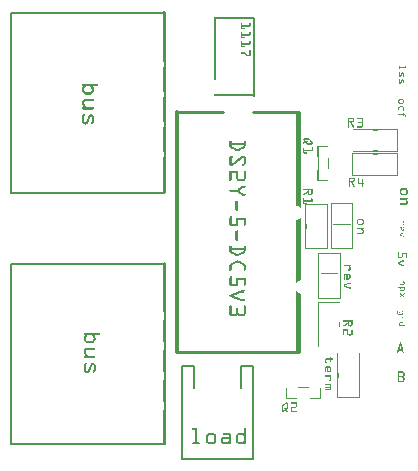
<source format=gto>
G04 MADE WITH FRITZING*
G04 WWW.FRITZING.ORG*
G04 DOUBLE SIDED*
G04 HOLES PLATED*
G04 CONTOUR ON CENTER OF CONTOUR VECTOR*
%ASAXBY*%
%FSLAX23Y23*%
%MOIN*%
%OFA0B0*%
%SFA1.0B1.0*%
%ADD10C,0.008000*%
%ADD11C,0.014878*%
%ADD12C,0.010520*%
%ADD13R,0.001000X0.001000*%
%LNSILK1*%
G90*
G70*
G54D10*
X56Y678D02*
X567Y678D01*
D02*
X56Y678D02*
X56Y78D01*
D02*
X567Y78D02*
X56Y78D01*
D02*
X55Y1515D02*
X566Y1515D01*
D02*
X55Y1515D02*
X55Y915D01*
D02*
X566Y915D02*
X55Y915D01*
D02*
X821Y265D02*
X821Y336D01*
D02*
X821Y336D02*
X861Y336D01*
D02*
X861Y336D02*
X861Y29D01*
D02*
X861Y29D02*
X625Y29D01*
D02*
X625Y29D02*
X625Y336D01*
D02*
X625Y336D02*
X664Y336D01*
D02*
X664Y336D02*
X664Y265D01*
D02*
X735Y1497D02*
X865Y1497D01*
D02*
X865Y1497D02*
X865Y1239D01*
G54D11*
D02*
X609Y1184D02*
X609Y384D01*
G54D12*
D02*
X609Y384D02*
X1013Y384D01*
D02*
X609Y1185D02*
X761Y1185D01*
D02*
X862Y1185D02*
X1013Y1185D01*
G54D13*
X565Y1520D02*
X567Y1520D01*
X563Y1519D02*
X568Y1519D01*
X563Y1518D02*
X569Y1518D01*
X562Y1517D02*
X569Y1517D01*
X562Y1516D02*
X569Y1516D01*
X562Y1515D02*
X569Y1515D01*
X562Y1514D02*
X569Y1514D01*
X562Y1513D02*
X569Y1513D01*
X562Y1512D02*
X569Y1512D01*
X562Y1511D02*
X569Y1511D01*
X562Y1510D02*
X569Y1510D01*
X562Y1509D02*
X569Y1509D01*
X562Y1508D02*
X569Y1508D01*
X562Y1507D02*
X569Y1507D01*
X562Y1506D02*
X569Y1506D01*
X562Y1505D02*
X569Y1505D01*
X562Y1504D02*
X569Y1504D01*
X562Y1503D02*
X569Y1503D01*
X562Y1502D02*
X569Y1502D01*
X734Y1502D02*
X734Y1502D01*
X562Y1501D02*
X569Y1501D01*
X732Y1501D02*
X736Y1501D01*
X562Y1500D02*
X569Y1500D01*
X731Y1500D02*
X737Y1500D01*
X562Y1499D02*
X569Y1499D01*
X731Y1499D02*
X737Y1499D01*
X562Y1498D02*
X569Y1498D01*
X730Y1498D02*
X737Y1498D01*
X562Y1497D02*
X569Y1497D01*
X730Y1497D02*
X737Y1497D01*
X562Y1496D02*
X569Y1496D01*
X730Y1496D02*
X737Y1496D01*
X562Y1495D02*
X569Y1495D01*
X730Y1495D02*
X737Y1495D01*
X562Y1494D02*
X569Y1494D01*
X730Y1494D02*
X737Y1494D01*
X562Y1493D02*
X569Y1493D01*
X730Y1493D02*
X737Y1493D01*
X562Y1492D02*
X569Y1492D01*
X730Y1492D02*
X737Y1492D01*
X562Y1491D02*
X569Y1491D01*
X730Y1491D02*
X737Y1491D01*
X562Y1490D02*
X569Y1490D01*
X730Y1490D02*
X737Y1490D01*
X562Y1489D02*
X569Y1489D01*
X730Y1489D02*
X737Y1489D01*
X562Y1488D02*
X569Y1488D01*
X730Y1488D02*
X737Y1488D01*
X562Y1487D02*
X569Y1487D01*
X730Y1487D02*
X737Y1487D01*
X562Y1486D02*
X569Y1486D01*
X730Y1486D02*
X737Y1486D01*
X562Y1485D02*
X569Y1485D01*
X730Y1485D02*
X737Y1485D01*
X562Y1484D02*
X569Y1484D01*
X730Y1484D02*
X737Y1484D01*
X562Y1483D02*
X569Y1483D01*
X730Y1483D02*
X737Y1483D01*
X562Y1482D02*
X569Y1482D01*
X730Y1482D02*
X737Y1482D01*
X562Y1481D02*
X569Y1481D01*
X730Y1481D02*
X737Y1481D01*
X822Y1481D02*
X823Y1481D01*
X850Y1481D02*
X852Y1481D01*
X562Y1480D02*
X569Y1480D01*
X730Y1480D02*
X737Y1480D01*
X821Y1480D02*
X824Y1480D01*
X849Y1480D02*
X852Y1480D01*
X562Y1479D02*
X569Y1479D01*
X730Y1479D02*
X737Y1479D01*
X821Y1479D02*
X824Y1479D01*
X849Y1479D02*
X853Y1479D01*
X562Y1478D02*
X569Y1478D01*
X730Y1478D02*
X737Y1478D01*
X821Y1478D02*
X824Y1478D01*
X849Y1478D02*
X853Y1478D01*
X562Y1477D02*
X569Y1477D01*
X730Y1477D02*
X737Y1477D01*
X821Y1477D02*
X824Y1477D01*
X849Y1477D02*
X853Y1477D01*
X562Y1476D02*
X569Y1476D01*
X730Y1476D02*
X737Y1476D01*
X821Y1476D02*
X824Y1476D01*
X849Y1476D02*
X853Y1476D01*
X562Y1475D02*
X569Y1475D01*
X730Y1475D02*
X737Y1475D01*
X821Y1475D02*
X824Y1475D01*
X849Y1475D02*
X853Y1475D01*
X562Y1474D02*
X569Y1474D01*
X730Y1474D02*
X737Y1474D01*
X821Y1474D02*
X824Y1474D01*
X849Y1474D02*
X853Y1474D01*
X562Y1473D02*
X569Y1473D01*
X730Y1473D02*
X737Y1473D01*
X821Y1473D02*
X853Y1473D01*
X562Y1472D02*
X569Y1472D01*
X730Y1472D02*
X737Y1472D01*
X821Y1472D02*
X853Y1472D01*
X562Y1471D02*
X569Y1471D01*
X730Y1471D02*
X737Y1471D01*
X821Y1471D02*
X853Y1471D01*
X562Y1470D02*
X569Y1470D01*
X730Y1470D02*
X737Y1470D01*
X821Y1470D02*
X853Y1470D01*
X562Y1469D02*
X569Y1469D01*
X730Y1469D02*
X737Y1469D01*
X821Y1469D02*
X852Y1469D01*
X562Y1468D02*
X569Y1468D01*
X730Y1468D02*
X737Y1468D01*
X821Y1468D02*
X824Y1468D01*
X562Y1467D02*
X569Y1467D01*
X730Y1467D02*
X737Y1467D01*
X821Y1467D02*
X824Y1467D01*
X562Y1466D02*
X569Y1466D01*
X730Y1466D02*
X737Y1466D01*
X821Y1466D02*
X824Y1466D01*
X562Y1465D02*
X569Y1465D01*
X730Y1465D02*
X737Y1465D01*
X821Y1465D02*
X825Y1465D01*
X562Y1464D02*
X569Y1464D01*
X730Y1464D02*
X737Y1464D01*
X821Y1464D02*
X834Y1464D01*
X562Y1463D02*
X569Y1463D01*
X730Y1463D02*
X737Y1463D01*
X821Y1463D02*
X835Y1463D01*
X562Y1462D02*
X569Y1462D01*
X730Y1462D02*
X737Y1462D01*
X821Y1462D02*
X835Y1462D01*
X562Y1461D02*
X569Y1461D01*
X730Y1461D02*
X737Y1461D01*
X822Y1461D02*
X834Y1461D01*
X562Y1460D02*
X569Y1460D01*
X730Y1460D02*
X737Y1460D01*
X562Y1459D02*
X569Y1459D01*
X730Y1459D02*
X737Y1459D01*
X562Y1458D02*
X569Y1458D01*
X730Y1458D02*
X737Y1458D01*
X562Y1457D02*
X569Y1457D01*
X730Y1457D02*
X737Y1457D01*
X562Y1456D02*
X569Y1456D01*
X730Y1456D02*
X737Y1456D01*
X562Y1455D02*
X569Y1455D01*
X730Y1455D02*
X737Y1455D01*
X562Y1454D02*
X569Y1454D01*
X730Y1454D02*
X737Y1454D01*
X562Y1453D02*
X569Y1453D01*
X730Y1453D02*
X737Y1453D01*
X562Y1452D02*
X569Y1452D01*
X730Y1452D02*
X737Y1452D01*
X562Y1451D02*
X569Y1451D01*
X730Y1451D02*
X737Y1451D01*
X822Y1451D02*
X823Y1451D01*
X850Y1451D02*
X852Y1451D01*
X562Y1450D02*
X569Y1450D01*
X730Y1450D02*
X737Y1450D01*
X821Y1450D02*
X824Y1450D01*
X849Y1450D02*
X852Y1450D01*
X562Y1449D02*
X569Y1449D01*
X730Y1449D02*
X737Y1449D01*
X821Y1449D02*
X824Y1449D01*
X849Y1449D02*
X853Y1449D01*
X562Y1448D02*
X569Y1448D01*
X730Y1448D02*
X737Y1448D01*
X821Y1448D02*
X824Y1448D01*
X849Y1448D02*
X853Y1448D01*
X562Y1447D02*
X569Y1447D01*
X730Y1447D02*
X737Y1447D01*
X821Y1447D02*
X824Y1447D01*
X849Y1447D02*
X853Y1447D01*
X562Y1446D02*
X569Y1446D01*
X730Y1446D02*
X737Y1446D01*
X821Y1446D02*
X824Y1446D01*
X849Y1446D02*
X853Y1446D01*
X562Y1445D02*
X569Y1445D01*
X730Y1445D02*
X737Y1445D01*
X821Y1445D02*
X824Y1445D01*
X849Y1445D02*
X853Y1445D01*
X562Y1444D02*
X569Y1444D01*
X730Y1444D02*
X737Y1444D01*
X821Y1444D02*
X824Y1444D01*
X849Y1444D02*
X853Y1444D01*
X562Y1443D02*
X569Y1443D01*
X730Y1443D02*
X737Y1443D01*
X821Y1443D02*
X853Y1443D01*
X562Y1442D02*
X569Y1442D01*
X730Y1442D02*
X737Y1442D01*
X821Y1442D02*
X853Y1442D01*
X562Y1441D02*
X569Y1441D01*
X730Y1441D02*
X737Y1441D01*
X821Y1441D02*
X853Y1441D01*
X562Y1440D02*
X569Y1440D01*
X730Y1440D02*
X737Y1440D01*
X821Y1440D02*
X853Y1440D01*
X562Y1439D02*
X569Y1439D01*
X730Y1439D02*
X737Y1439D01*
X821Y1439D02*
X852Y1439D01*
X562Y1438D02*
X569Y1438D01*
X730Y1438D02*
X737Y1438D01*
X821Y1438D02*
X824Y1438D01*
X562Y1437D02*
X569Y1437D01*
X730Y1437D02*
X737Y1437D01*
X821Y1437D02*
X824Y1437D01*
X562Y1436D02*
X569Y1436D01*
X730Y1436D02*
X737Y1436D01*
X821Y1436D02*
X824Y1436D01*
X562Y1435D02*
X569Y1435D01*
X730Y1435D02*
X737Y1435D01*
X821Y1435D02*
X825Y1435D01*
X562Y1434D02*
X569Y1434D01*
X730Y1434D02*
X737Y1434D01*
X821Y1434D02*
X834Y1434D01*
X562Y1433D02*
X569Y1433D01*
X730Y1433D02*
X737Y1433D01*
X821Y1433D02*
X835Y1433D01*
X562Y1432D02*
X569Y1432D01*
X730Y1432D02*
X737Y1432D01*
X821Y1432D02*
X835Y1432D01*
X562Y1431D02*
X569Y1431D01*
X730Y1431D02*
X737Y1431D01*
X822Y1431D02*
X834Y1431D01*
X562Y1430D02*
X569Y1430D01*
X730Y1430D02*
X737Y1430D01*
X562Y1429D02*
X569Y1429D01*
X730Y1429D02*
X737Y1429D01*
X562Y1428D02*
X569Y1428D01*
X730Y1428D02*
X737Y1428D01*
X562Y1427D02*
X569Y1427D01*
X730Y1427D02*
X737Y1427D01*
X562Y1426D02*
X569Y1426D01*
X730Y1426D02*
X737Y1426D01*
X562Y1425D02*
X569Y1425D01*
X730Y1425D02*
X737Y1425D01*
X562Y1424D02*
X569Y1424D01*
X730Y1424D02*
X737Y1424D01*
X562Y1423D02*
X569Y1423D01*
X730Y1423D02*
X737Y1423D01*
X562Y1422D02*
X569Y1422D01*
X730Y1422D02*
X737Y1422D01*
X562Y1421D02*
X569Y1421D01*
X730Y1421D02*
X737Y1421D01*
X822Y1421D02*
X823Y1421D01*
X850Y1421D02*
X852Y1421D01*
X562Y1420D02*
X569Y1420D01*
X730Y1420D02*
X737Y1420D01*
X821Y1420D02*
X824Y1420D01*
X849Y1420D02*
X852Y1420D01*
X562Y1419D02*
X569Y1419D01*
X730Y1419D02*
X737Y1419D01*
X821Y1419D02*
X824Y1419D01*
X849Y1419D02*
X853Y1419D01*
X562Y1418D02*
X569Y1418D01*
X730Y1418D02*
X737Y1418D01*
X821Y1418D02*
X824Y1418D01*
X849Y1418D02*
X853Y1418D01*
X562Y1417D02*
X569Y1417D01*
X730Y1417D02*
X737Y1417D01*
X821Y1417D02*
X824Y1417D01*
X849Y1417D02*
X853Y1417D01*
X562Y1416D02*
X569Y1416D01*
X730Y1416D02*
X737Y1416D01*
X821Y1416D02*
X824Y1416D01*
X849Y1416D02*
X853Y1416D01*
X562Y1415D02*
X569Y1415D01*
X730Y1415D02*
X737Y1415D01*
X821Y1415D02*
X824Y1415D01*
X849Y1415D02*
X853Y1415D01*
X562Y1414D02*
X569Y1414D01*
X730Y1414D02*
X737Y1414D01*
X821Y1414D02*
X824Y1414D01*
X849Y1414D02*
X853Y1414D01*
X562Y1413D02*
X569Y1413D01*
X730Y1413D02*
X737Y1413D01*
X821Y1413D02*
X853Y1413D01*
X562Y1412D02*
X569Y1412D01*
X730Y1412D02*
X737Y1412D01*
X821Y1412D02*
X853Y1412D01*
X562Y1411D02*
X569Y1411D01*
X730Y1411D02*
X737Y1411D01*
X821Y1411D02*
X853Y1411D01*
X562Y1410D02*
X569Y1410D01*
X730Y1410D02*
X737Y1410D01*
X821Y1410D02*
X853Y1410D01*
X562Y1409D02*
X569Y1409D01*
X730Y1409D02*
X737Y1409D01*
X821Y1409D02*
X852Y1409D01*
X562Y1408D02*
X569Y1408D01*
X730Y1408D02*
X737Y1408D01*
X821Y1408D02*
X824Y1408D01*
X562Y1407D02*
X569Y1407D01*
X730Y1407D02*
X737Y1407D01*
X821Y1407D02*
X824Y1407D01*
X562Y1406D02*
X569Y1406D01*
X730Y1406D02*
X737Y1406D01*
X821Y1406D02*
X824Y1406D01*
X562Y1405D02*
X569Y1405D01*
X730Y1405D02*
X737Y1405D01*
X821Y1405D02*
X825Y1405D01*
X562Y1404D02*
X569Y1404D01*
X730Y1404D02*
X737Y1404D01*
X821Y1404D02*
X834Y1404D01*
X562Y1403D02*
X569Y1403D01*
X730Y1403D02*
X737Y1403D01*
X821Y1403D02*
X835Y1403D01*
X562Y1402D02*
X569Y1402D01*
X730Y1402D02*
X737Y1402D01*
X821Y1402D02*
X835Y1402D01*
X562Y1401D02*
X569Y1401D01*
X730Y1401D02*
X737Y1401D01*
X822Y1401D02*
X834Y1401D01*
X562Y1400D02*
X569Y1400D01*
X730Y1400D02*
X737Y1400D01*
X562Y1399D02*
X569Y1399D01*
X730Y1399D02*
X737Y1399D01*
X562Y1398D02*
X569Y1398D01*
X730Y1398D02*
X737Y1398D01*
X562Y1397D02*
X569Y1397D01*
X730Y1397D02*
X737Y1397D01*
X562Y1396D02*
X569Y1396D01*
X730Y1396D02*
X737Y1396D01*
X562Y1395D02*
X569Y1395D01*
X730Y1395D02*
X737Y1395D01*
X562Y1394D02*
X569Y1394D01*
X730Y1394D02*
X737Y1394D01*
X562Y1393D02*
X569Y1393D01*
X730Y1393D02*
X737Y1393D01*
X562Y1392D02*
X569Y1392D01*
X730Y1392D02*
X737Y1392D01*
X562Y1391D02*
X569Y1391D01*
X730Y1391D02*
X737Y1391D01*
X848Y1391D02*
X852Y1391D01*
X562Y1390D02*
X569Y1390D01*
X730Y1390D02*
X737Y1390D01*
X848Y1390D02*
X852Y1390D01*
X562Y1389D02*
X569Y1389D01*
X730Y1389D02*
X737Y1389D01*
X848Y1389D02*
X853Y1389D01*
X562Y1388D02*
X569Y1388D01*
X730Y1388D02*
X737Y1388D01*
X848Y1388D02*
X853Y1388D01*
X562Y1387D02*
X569Y1387D01*
X730Y1387D02*
X737Y1387D01*
X849Y1387D02*
X853Y1387D01*
X562Y1386D02*
X569Y1386D01*
X730Y1386D02*
X737Y1386D01*
X849Y1386D02*
X853Y1386D01*
X562Y1385D02*
X569Y1385D01*
X730Y1385D02*
X737Y1385D01*
X849Y1385D02*
X853Y1385D01*
X562Y1384D02*
X569Y1384D01*
X730Y1384D02*
X737Y1384D01*
X849Y1384D02*
X853Y1384D01*
X562Y1383D02*
X569Y1383D01*
X730Y1383D02*
X737Y1383D01*
X822Y1383D02*
X833Y1383D01*
X849Y1383D02*
X853Y1383D01*
X562Y1382D02*
X569Y1382D01*
X730Y1382D02*
X737Y1382D01*
X821Y1382D02*
X835Y1382D01*
X849Y1382D02*
X853Y1382D01*
X562Y1381D02*
X569Y1381D01*
X730Y1381D02*
X737Y1381D01*
X821Y1381D02*
X836Y1381D01*
X849Y1381D02*
X853Y1381D01*
X562Y1380D02*
X569Y1380D01*
X730Y1380D02*
X737Y1380D01*
X821Y1380D02*
X836Y1380D01*
X849Y1380D02*
X853Y1380D01*
X562Y1379D02*
X569Y1379D01*
X730Y1379D02*
X737Y1379D01*
X823Y1379D02*
X837Y1379D01*
X849Y1379D02*
X853Y1379D01*
X562Y1378D02*
X569Y1378D01*
X730Y1378D02*
X737Y1378D01*
X834Y1378D02*
X838Y1378D01*
X849Y1378D02*
X853Y1378D01*
X562Y1377D02*
X569Y1377D01*
X730Y1377D02*
X737Y1377D01*
X834Y1377D02*
X839Y1377D01*
X849Y1377D02*
X853Y1377D01*
X562Y1376D02*
X569Y1376D01*
X730Y1376D02*
X737Y1376D01*
X835Y1376D02*
X840Y1376D01*
X849Y1376D02*
X853Y1376D01*
X562Y1375D02*
X569Y1375D01*
X730Y1375D02*
X737Y1375D01*
X836Y1375D02*
X841Y1375D01*
X849Y1375D02*
X853Y1375D01*
X562Y1374D02*
X569Y1374D01*
X730Y1374D02*
X737Y1374D01*
X837Y1374D02*
X853Y1374D01*
X562Y1373D02*
X569Y1373D01*
X730Y1373D02*
X737Y1373D01*
X838Y1373D02*
X853Y1373D01*
X562Y1372D02*
X569Y1372D01*
X730Y1372D02*
X737Y1372D01*
X839Y1372D02*
X853Y1372D01*
X562Y1371D02*
X569Y1371D01*
X730Y1371D02*
X737Y1371D01*
X840Y1371D02*
X852Y1371D01*
X562Y1370D02*
X569Y1370D01*
X730Y1370D02*
X737Y1370D01*
X562Y1369D02*
X569Y1369D01*
X730Y1369D02*
X737Y1369D01*
X562Y1368D02*
X569Y1368D01*
X730Y1368D02*
X737Y1368D01*
X562Y1367D02*
X569Y1367D01*
X730Y1367D02*
X737Y1367D01*
X562Y1366D02*
X569Y1366D01*
X730Y1366D02*
X737Y1366D01*
X562Y1365D02*
X569Y1365D01*
X730Y1365D02*
X737Y1365D01*
X562Y1364D02*
X569Y1364D01*
X730Y1364D02*
X737Y1364D01*
X562Y1363D02*
X569Y1363D01*
X730Y1363D02*
X737Y1363D01*
X562Y1362D02*
X569Y1362D01*
X730Y1362D02*
X737Y1362D01*
X562Y1361D02*
X569Y1361D01*
X730Y1361D02*
X737Y1361D01*
X562Y1360D02*
X569Y1360D01*
X730Y1360D02*
X737Y1360D01*
X562Y1359D02*
X569Y1359D01*
X730Y1359D02*
X737Y1359D01*
X562Y1358D02*
X569Y1358D01*
X730Y1358D02*
X737Y1358D01*
X562Y1357D02*
X569Y1357D01*
X730Y1357D02*
X737Y1357D01*
X562Y1356D02*
X569Y1356D01*
X730Y1356D02*
X737Y1356D01*
X562Y1355D02*
X569Y1355D01*
X730Y1355D02*
X737Y1355D01*
X562Y1354D02*
X569Y1354D01*
X730Y1354D02*
X737Y1354D01*
X563Y1353D02*
X569Y1353D01*
X730Y1353D02*
X737Y1353D01*
X563Y1352D02*
X569Y1352D01*
X730Y1352D02*
X737Y1352D01*
X563Y1351D02*
X569Y1351D01*
X730Y1351D02*
X737Y1351D01*
X563Y1350D02*
X569Y1350D01*
X730Y1350D02*
X737Y1350D01*
X564Y1349D02*
X569Y1349D01*
X730Y1349D02*
X737Y1349D01*
X564Y1348D02*
X569Y1348D01*
X730Y1348D02*
X737Y1348D01*
X564Y1347D02*
X569Y1347D01*
X730Y1347D02*
X737Y1347D01*
X564Y1346D02*
X569Y1346D01*
X730Y1346D02*
X737Y1346D01*
X564Y1345D02*
X569Y1345D01*
X730Y1345D02*
X737Y1345D01*
X564Y1344D02*
X569Y1344D01*
X730Y1344D02*
X737Y1344D01*
X564Y1343D02*
X569Y1343D01*
X730Y1343D02*
X737Y1343D01*
X564Y1342D02*
X569Y1342D01*
X730Y1342D02*
X737Y1342D01*
X564Y1341D02*
X569Y1341D01*
X730Y1341D02*
X737Y1341D01*
X564Y1340D02*
X569Y1340D01*
X730Y1340D02*
X737Y1340D01*
X564Y1339D02*
X569Y1339D01*
X730Y1339D02*
X737Y1339D01*
X564Y1338D02*
X569Y1338D01*
X730Y1338D02*
X737Y1338D01*
X1347Y1338D02*
X1349Y1338D01*
X1369Y1338D02*
X1371Y1338D01*
X564Y1337D02*
X569Y1337D01*
X730Y1337D02*
X737Y1337D01*
X1347Y1337D02*
X1349Y1337D01*
X1369Y1337D02*
X1371Y1337D01*
X564Y1336D02*
X569Y1336D01*
X730Y1336D02*
X737Y1336D01*
X1347Y1336D02*
X1349Y1336D01*
X1369Y1336D02*
X1371Y1336D01*
X564Y1335D02*
X569Y1335D01*
X730Y1335D02*
X737Y1335D01*
X1347Y1335D02*
X1349Y1335D01*
X1369Y1335D02*
X1371Y1335D01*
X564Y1334D02*
X569Y1334D01*
X730Y1334D02*
X737Y1334D01*
X1347Y1334D02*
X1371Y1334D01*
X563Y1333D02*
X569Y1333D01*
X730Y1333D02*
X737Y1333D01*
X1347Y1333D02*
X1371Y1333D01*
X563Y1332D02*
X569Y1332D01*
X730Y1332D02*
X737Y1332D01*
X1347Y1332D02*
X1371Y1332D01*
X563Y1331D02*
X569Y1331D01*
X730Y1331D02*
X737Y1331D01*
X1347Y1331D02*
X1369Y1331D01*
X563Y1330D02*
X569Y1330D01*
X730Y1330D02*
X737Y1330D01*
X1347Y1330D02*
X1349Y1330D01*
X562Y1329D02*
X569Y1329D01*
X730Y1329D02*
X737Y1329D01*
X1347Y1329D02*
X1349Y1329D01*
X562Y1328D02*
X569Y1328D01*
X730Y1328D02*
X737Y1328D01*
X1347Y1328D02*
X1349Y1328D01*
X562Y1327D02*
X569Y1327D01*
X730Y1327D02*
X737Y1327D01*
X1347Y1327D02*
X1349Y1327D01*
X562Y1326D02*
X569Y1326D01*
X730Y1326D02*
X737Y1326D01*
X562Y1325D02*
X569Y1325D01*
X730Y1325D02*
X737Y1325D01*
X562Y1324D02*
X569Y1324D01*
X730Y1324D02*
X737Y1324D01*
X562Y1323D02*
X569Y1323D01*
X730Y1323D02*
X737Y1323D01*
X562Y1322D02*
X569Y1322D01*
X730Y1322D02*
X737Y1322D01*
X562Y1321D02*
X569Y1321D01*
X730Y1321D02*
X737Y1321D01*
X562Y1320D02*
X569Y1320D01*
X730Y1320D02*
X737Y1320D01*
X562Y1319D02*
X569Y1319D01*
X730Y1319D02*
X737Y1319D01*
X562Y1318D02*
X569Y1318D01*
X730Y1318D02*
X737Y1318D01*
X562Y1317D02*
X569Y1317D01*
X730Y1317D02*
X737Y1317D01*
X1349Y1317D02*
X1350Y1317D01*
X562Y1316D02*
X569Y1316D01*
X730Y1316D02*
X737Y1316D01*
X1348Y1316D02*
X1350Y1316D01*
X1358Y1316D02*
X1362Y1316D01*
X562Y1315D02*
X569Y1315D01*
X730Y1315D02*
X737Y1315D01*
X1347Y1315D02*
X1350Y1315D01*
X1357Y1315D02*
X1363Y1315D01*
X562Y1314D02*
X569Y1314D01*
X730Y1314D02*
X737Y1314D01*
X1347Y1314D02*
X1349Y1314D01*
X1357Y1314D02*
X1364Y1314D01*
X562Y1313D02*
X569Y1313D01*
X730Y1313D02*
X737Y1313D01*
X1347Y1313D02*
X1349Y1313D01*
X1356Y1313D02*
X1359Y1313D01*
X1362Y1313D02*
X1364Y1313D01*
X562Y1312D02*
X569Y1312D01*
X730Y1312D02*
X737Y1312D01*
X1347Y1312D02*
X1349Y1312D01*
X1356Y1312D02*
X1358Y1312D01*
X1362Y1312D02*
X1364Y1312D01*
X562Y1311D02*
X569Y1311D01*
X730Y1311D02*
X737Y1311D01*
X1347Y1311D02*
X1349Y1311D01*
X1355Y1311D02*
X1358Y1311D01*
X1362Y1311D02*
X1364Y1311D01*
X562Y1310D02*
X569Y1310D01*
X730Y1310D02*
X737Y1310D01*
X1347Y1310D02*
X1349Y1310D01*
X1355Y1310D02*
X1358Y1310D01*
X1362Y1310D02*
X1364Y1310D01*
X562Y1309D02*
X569Y1309D01*
X730Y1309D02*
X737Y1309D01*
X1347Y1309D02*
X1349Y1309D01*
X1355Y1309D02*
X1357Y1309D01*
X1362Y1309D02*
X1364Y1309D01*
X562Y1308D02*
X569Y1308D01*
X730Y1308D02*
X737Y1308D01*
X1347Y1308D02*
X1349Y1308D01*
X1354Y1308D02*
X1357Y1308D01*
X1362Y1308D02*
X1364Y1308D01*
X562Y1307D02*
X569Y1307D01*
X730Y1307D02*
X737Y1307D01*
X1347Y1307D02*
X1349Y1307D01*
X1354Y1307D02*
X1356Y1307D01*
X1362Y1307D02*
X1364Y1307D01*
X562Y1306D02*
X569Y1306D01*
X730Y1306D02*
X737Y1306D01*
X1347Y1306D02*
X1349Y1306D01*
X1353Y1306D02*
X1356Y1306D01*
X1362Y1306D02*
X1364Y1306D01*
X562Y1305D02*
X569Y1305D01*
X730Y1305D02*
X737Y1305D01*
X1347Y1305D02*
X1350Y1305D01*
X1352Y1305D02*
X1355Y1305D01*
X1361Y1305D02*
X1364Y1305D01*
X562Y1304D02*
X569Y1304D01*
X730Y1304D02*
X737Y1304D01*
X1347Y1304D02*
X1355Y1304D01*
X1361Y1304D02*
X1364Y1304D01*
X562Y1303D02*
X569Y1303D01*
X730Y1303D02*
X737Y1303D01*
X1348Y1303D02*
X1354Y1303D01*
X1360Y1303D02*
X1363Y1303D01*
X562Y1302D02*
X569Y1302D01*
X730Y1302D02*
X737Y1302D01*
X1349Y1302D02*
X1353Y1302D01*
X1361Y1302D02*
X1362Y1302D01*
X562Y1301D02*
X569Y1301D01*
X730Y1301D02*
X737Y1301D01*
X562Y1300D02*
X569Y1300D01*
X730Y1300D02*
X737Y1300D01*
X562Y1299D02*
X569Y1299D01*
X730Y1299D02*
X737Y1299D01*
X562Y1298D02*
X569Y1298D01*
X730Y1298D02*
X737Y1298D01*
X562Y1297D02*
X569Y1297D01*
X730Y1297D02*
X737Y1297D01*
X562Y1296D02*
X569Y1296D01*
X730Y1296D02*
X737Y1296D01*
X562Y1295D02*
X569Y1295D01*
X730Y1295D02*
X737Y1295D01*
X562Y1294D02*
X569Y1294D01*
X730Y1294D02*
X737Y1294D01*
X1349Y1294D02*
X1349Y1294D01*
X562Y1293D02*
X569Y1293D01*
X730Y1293D02*
X737Y1293D01*
X1348Y1293D02*
X1350Y1293D01*
X1359Y1293D02*
X1362Y1293D01*
X562Y1292D02*
X569Y1292D01*
X730Y1292D02*
X732Y1292D01*
X1347Y1292D02*
X1350Y1292D01*
X1357Y1292D02*
X1363Y1292D01*
X562Y1291D02*
X569Y1291D01*
X1347Y1291D02*
X1350Y1291D01*
X1357Y1291D02*
X1364Y1291D01*
X562Y1290D02*
X569Y1290D01*
X1347Y1290D02*
X1349Y1290D01*
X1356Y1290D02*
X1359Y1290D01*
X1361Y1290D02*
X1364Y1290D01*
X562Y1289D02*
X569Y1289D01*
X1347Y1289D02*
X1349Y1289D01*
X1356Y1289D02*
X1359Y1289D01*
X1362Y1289D02*
X1364Y1289D01*
X562Y1288D02*
X569Y1288D01*
X1347Y1288D02*
X1349Y1288D01*
X1356Y1288D02*
X1358Y1288D01*
X1362Y1288D02*
X1364Y1288D01*
X562Y1287D02*
X569Y1287D01*
X1347Y1287D02*
X1349Y1287D01*
X1355Y1287D02*
X1358Y1287D01*
X1362Y1287D02*
X1364Y1287D01*
X562Y1286D02*
X569Y1286D01*
X1347Y1286D02*
X1349Y1286D01*
X1355Y1286D02*
X1357Y1286D01*
X1362Y1286D02*
X1364Y1286D01*
X562Y1285D02*
X569Y1285D01*
X1347Y1285D02*
X1349Y1285D01*
X1354Y1285D02*
X1357Y1285D01*
X1362Y1285D02*
X1364Y1285D01*
X562Y1284D02*
X569Y1284D01*
X1347Y1284D02*
X1349Y1284D01*
X1354Y1284D02*
X1356Y1284D01*
X1362Y1284D02*
X1364Y1284D01*
X562Y1283D02*
X569Y1283D01*
X1347Y1283D02*
X1349Y1283D01*
X1353Y1283D02*
X1356Y1283D01*
X1362Y1283D02*
X1364Y1283D01*
X562Y1282D02*
X569Y1282D01*
X1347Y1282D02*
X1349Y1282D01*
X1353Y1282D02*
X1356Y1282D01*
X1361Y1282D02*
X1364Y1282D01*
X562Y1281D02*
X569Y1281D01*
X1347Y1281D02*
X1355Y1281D01*
X1361Y1281D02*
X1364Y1281D01*
X562Y1280D02*
X569Y1280D01*
X1348Y1280D02*
X1354Y1280D01*
X1360Y1280D02*
X1363Y1280D01*
X562Y1279D02*
X569Y1279D01*
X1349Y1279D02*
X1353Y1279D01*
X1361Y1279D02*
X1362Y1279D01*
X562Y1278D02*
X569Y1278D01*
X294Y1277D02*
X343Y1277D01*
X562Y1277D02*
X569Y1277D01*
X292Y1276D02*
X344Y1276D01*
X562Y1276D02*
X569Y1276D01*
X292Y1275D02*
X344Y1275D01*
X562Y1275D02*
X569Y1275D01*
X292Y1274D02*
X345Y1274D01*
X562Y1274D02*
X569Y1274D01*
X292Y1273D02*
X345Y1273D01*
X562Y1273D02*
X569Y1273D01*
X292Y1272D02*
X344Y1272D01*
X562Y1272D02*
X569Y1272D01*
X293Y1271D02*
X343Y1271D01*
X562Y1271D02*
X569Y1271D01*
X296Y1270D02*
X305Y1270D01*
X317Y1270D02*
X326Y1270D01*
X562Y1270D02*
X569Y1270D01*
X295Y1269D02*
X303Y1269D01*
X318Y1269D02*
X327Y1269D01*
X562Y1269D02*
X569Y1269D01*
X294Y1268D02*
X303Y1268D01*
X319Y1268D02*
X327Y1268D01*
X562Y1268D02*
X569Y1268D01*
X293Y1267D02*
X302Y1267D01*
X320Y1267D02*
X328Y1267D01*
X562Y1267D02*
X569Y1267D01*
X293Y1266D02*
X301Y1266D01*
X321Y1266D02*
X329Y1266D01*
X562Y1266D02*
X569Y1266D01*
X292Y1265D02*
X300Y1265D01*
X322Y1265D02*
X329Y1265D01*
X562Y1265D02*
X569Y1265D01*
X292Y1264D02*
X299Y1264D01*
X322Y1264D02*
X329Y1264D01*
X562Y1264D02*
X569Y1264D01*
X292Y1263D02*
X298Y1263D01*
X323Y1263D02*
X330Y1263D01*
X562Y1263D02*
X569Y1263D01*
X292Y1262D02*
X298Y1262D01*
X324Y1262D02*
X330Y1262D01*
X562Y1262D02*
X569Y1262D01*
X292Y1261D02*
X298Y1261D01*
X324Y1261D02*
X330Y1261D01*
X562Y1261D02*
X569Y1261D01*
X292Y1260D02*
X298Y1260D01*
X324Y1260D02*
X330Y1260D01*
X562Y1260D02*
X569Y1260D01*
X292Y1259D02*
X298Y1259D01*
X324Y1259D02*
X330Y1259D01*
X562Y1259D02*
X569Y1259D01*
X292Y1258D02*
X298Y1258D01*
X324Y1258D02*
X330Y1258D01*
X562Y1258D02*
X569Y1258D01*
X292Y1257D02*
X298Y1257D01*
X324Y1257D02*
X330Y1257D01*
X562Y1257D02*
X569Y1257D01*
X292Y1256D02*
X298Y1256D01*
X324Y1256D02*
X330Y1256D01*
X562Y1256D02*
X569Y1256D01*
X292Y1255D02*
X298Y1255D01*
X324Y1255D02*
X330Y1255D01*
X562Y1255D02*
X569Y1255D01*
X292Y1254D02*
X298Y1254D01*
X323Y1254D02*
X330Y1254D01*
X562Y1254D02*
X569Y1254D01*
X292Y1253D02*
X299Y1253D01*
X323Y1253D02*
X330Y1253D01*
X563Y1253D02*
X569Y1253D01*
X292Y1252D02*
X300Y1252D01*
X322Y1252D02*
X329Y1252D01*
X563Y1252D02*
X569Y1252D01*
X293Y1251D02*
X301Y1251D01*
X321Y1251D02*
X329Y1251D01*
X563Y1251D02*
X569Y1251D01*
X293Y1250D02*
X302Y1250D01*
X320Y1250D02*
X328Y1250D01*
X563Y1250D02*
X569Y1250D01*
X294Y1249D02*
X327Y1249D01*
X564Y1249D02*
X569Y1249D01*
X295Y1248D02*
X327Y1248D01*
X564Y1248D02*
X569Y1248D01*
X296Y1247D02*
X326Y1247D01*
X564Y1247D02*
X569Y1247D01*
X297Y1246D02*
X325Y1246D01*
X564Y1246D02*
X569Y1246D01*
X298Y1245D02*
X324Y1245D01*
X564Y1245D02*
X569Y1245D01*
X730Y1245D02*
X731Y1245D01*
X299Y1244D02*
X322Y1244D01*
X564Y1244D02*
X569Y1244D01*
X730Y1244D02*
X735Y1244D01*
X742Y1244D02*
X864Y1244D01*
X302Y1243D02*
X320Y1243D01*
X564Y1243D02*
X569Y1243D01*
X730Y1243D02*
X866Y1243D01*
X564Y1242D02*
X569Y1242D01*
X730Y1242D02*
X867Y1242D01*
X564Y1241D02*
X569Y1241D01*
X730Y1241D02*
X867Y1241D01*
X564Y1240D02*
X569Y1240D01*
X730Y1240D02*
X867Y1240D01*
X564Y1239D02*
X569Y1239D01*
X731Y1239D02*
X867Y1239D01*
X564Y1238D02*
X569Y1238D01*
X731Y1238D02*
X867Y1238D01*
X564Y1237D02*
X569Y1237D01*
X732Y1237D02*
X866Y1237D01*
X564Y1236D02*
X569Y1236D01*
X564Y1235D02*
X569Y1235D01*
X564Y1234D02*
X569Y1234D01*
X563Y1233D02*
X569Y1233D01*
X563Y1232D02*
X569Y1232D01*
X563Y1231D02*
X569Y1231D01*
X563Y1230D02*
X569Y1230D01*
X562Y1229D02*
X569Y1229D01*
X562Y1228D02*
X569Y1228D01*
X317Y1227D02*
X328Y1227D01*
X562Y1227D02*
X569Y1227D01*
X1349Y1227D02*
X1360Y1227D01*
X299Y1226D02*
X329Y1226D01*
X562Y1226D02*
X569Y1226D01*
X1348Y1226D02*
X1361Y1226D01*
X297Y1225D02*
X330Y1225D01*
X562Y1225D02*
X569Y1225D01*
X1347Y1225D02*
X1362Y1225D01*
X295Y1224D02*
X330Y1224D01*
X562Y1224D02*
X569Y1224D01*
X1346Y1224D02*
X1350Y1224D01*
X1360Y1224D02*
X1363Y1224D01*
X294Y1223D02*
X330Y1223D01*
X562Y1223D02*
X569Y1223D01*
X1346Y1223D02*
X1349Y1223D01*
X1361Y1223D02*
X1363Y1223D01*
X293Y1222D02*
X329Y1222D01*
X562Y1222D02*
X569Y1222D01*
X1346Y1222D02*
X1348Y1222D01*
X1361Y1222D02*
X1363Y1222D01*
X293Y1221D02*
X328Y1221D01*
X562Y1221D02*
X569Y1221D01*
X1346Y1221D02*
X1348Y1221D01*
X1361Y1221D02*
X1363Y1221D01*
X292Y1220D02*
X315Y1220D01*
X562Y1220D02*
X569Y1220D01*
X1346Y1220D02*
X1348Y1220D01*
X1361Y1220D02*
X1363Y1220D01*
X292Y1219D02*
X299Y1219D01*
X562Y1219D02*
X569Y1219D01*
X1346Y1219D02*
X1348Y1219D01*
X1361Y1219D02*
X1363Y1219D01*
X292Y1218D02*
X298Y1218D01*
X562Y1218D02*
X569Y1218D01*
X1346Y1218D02*
X1348Y1218D01*
X1361Y1218D02*
X1363Y1218D01*
X292Y1217D02*
X298Y1217D01*
X562Y1217D02*
X569Y1217D01*
X1346Y1217D02*
X1349Y1217D01*
X1361Y1217D02*
X1363Y1217D01*
X292Y1216D02*
X298Y1216D01*
X562Y1216D02*
X569Y1216D01*
X1346Y1216D02*
X1349Y1216D01*
X1360Y1216D02*
X1363Y1216D01*
X292Y1215D02*
X298Y1215D01*
X562Y1215D02*
X569Y1215D01*
X1347Y1215D02*
X1362Y1215D01*
X292Y1214D02*
X298Y1214D01*
X562Y1214D02*
X569Y1214D01*
X1348Y1214D02*
X1362Y1214D01*
X292Y1213D02*
X298Y1213D01*
X562Y1213D02*
X569Y1213D01*
X1349Y1213D02*
X1361Y1213D01*
X292Y1212D02*
X298Y1212D01*
X562Y1212D02*
X569Y1212D01*
X1350Y1212D02*
X1359Y1212D01*
X292Y1211D02*
X298Y1211D01*
X562Y1211D02*
X569Y1211D01*
X292Y1210D02*
X298Y1210D01*
X562Y1210D02*
X569Y1210D01*
X292Y1209D02*
X299Y1209D01*
X562Y1209D02*
X569Y1209D01*
X293Y1208D02*
X300Y1208D01*
X562Y1208D02*
X569Y1208D01*
X293Y1207D02*
X300Y1207D01*
X562Y1207D02*
X569Y1207D01*
X294Y1206D02*
X301Y1206D01*
X562Y1206D02*
X569Y1206D01*
X294Y1205D02*
X301Y1205D01*
X562Y1205D02*
X569Y1205D01*
X295Y1204D02*
X302Y1204D01*
X562Y1204D02*
X569Y1204D01*
X1351Y1204D02*
X1358Y1204D01*
X295Y1203D02*
X303Y1203D01*
X562Y1203D02*
X569Y1203D01*
X1350Y1203D02*
X1360Y1203D01*
X296Y1202D02*
X303Y1202D01*
X562Y1202D02*
X569Y1202D01*
X1349Y1202D02*
X1361Y1202D01*
X297Y1201D02*
X304Y1201D01*
X562Y1201D02*
X569Y1201D01*
X1348Y1201D02*
X1351Y1201D01*
X1358Y1201D02*
X1362Y1201D01*
X297Y1200D02*
X305Y1200D01*
X562Y1200D02*
X569Y1200D01*
X1347Y1200D02*
X1350Y1200D01*
X1359Y1200D02*
X1362Y1200D01*
X293Y1199D02*
X329Y1199D01*
X562Y1199D02*
X569Y1199D01*
X1346Y1199D02*
X1349Y1199D01*
X1360Y1199D02*
X1363Y1199D01*
X292Y1198D02*
X329Y1198D01*
X562Y1198D02*
X569Y1198D01*
X1346Y1198D02*
X1349Y1198D01*
X1361Y1198D02*
X1363Y1198D01*
X292Y1197D02*
X330Y1197D01*
X562Y1197D02*
X569Y1197D01*
X1346Y1197D02*
X1348Y1197D01*
X1361Y1197D02*
X1363Y1197D01*
X292Y1196D02*
X330Y1196D01*
X562Y1196D02*
X569Y1196D01*
X1346Y1196D02*
X1348Y1196D01*
X1361Y1196D02*
X1363Y1196D01*
X292Y1195D02*
X330Y1195D01*
X562Y1195D02*
X569Y1195D01*
X1346Y1195D02*
X1348Y1195D01*
X1361Y1195D02*
X1363Y1195D01*
X292Y1194D02*
X329Y1194D01*
X562Y1194D02*
X569Y1194D01*
X1346Y1194D02*
X1348Y1194D01*
X1361Y1194D02*
X1363Y1194D01*
X294Y1193D02*
X328Y1193D01*
X562Y1193D02*
X569Y1193D01*
X1346Y1193D02*
X1348Y1193D01*
X1361Y1193D02*
X1363Y1193D01*
X562Y1192D02*
X569Y1192D01*
X1346Y1192D02*
X1348Y1192D01*
X1361Y1192D02*
X1363Y1192D01*
X562Y1191D02*
X569Y1191D01*
X1346Y1191D02*
X1348Y1191D01*
X1361Y1191D02*
X1363Y1191D01*
X562Y1190D02*
X569Y1190D01*
X1346Y1190D02*
X1348Y1190D01*
X1361Y1190D02*
X1363Y1190D01*
X562Y1189D02*
X569Y1189D01*
X1347Y1189D02*
X1348Y1189D01*
X1362Y1189D02*
X1363Y1189D01*
X562Y1188D02*
X569Y1188D01*
X562Y1187D02*
X569Y1187D01*
X562Y1186D02*
X569Y1186D01*
X562Y1185D02*
X569Y1185D01*
X1005Y1185D02*
X1019Y1185D01*
X562Y1184D02*
X569Y1184D01*
X1005Y1184D02*
X1019Y1184D01*
X562Y1183D02*
X569Y1183D01*
X1005Y1183D02*
X1019Y1183D01*
X562Y1182D02*
X569Y1182D01*
X1005Y1182D02*
X1019Y1182D01*
X562Y1181D02*
X569Y1181D01*
X1005Y1181D02*
X1019Y1181D01*
X562Y1180D02*
X569Y1180D01*
X1005Y1180D02*
X1019Y1180D01*
X1362Y1180D02*
X1363Y1180D01*
X562Y1179D02*
X569Y1179D01*
X1005Y1179D02*
X1019Y1179D01*
X1361Y1179D02*
X1363Y1179D01*
X562Y1178D02*
X569Y1178D01*
X1005Y1178D02*
X1019Y1178D01*
X1361Y1178D02*
X1363Y1178D01*
X297Y1177D02*
X298Y1177D01*
X562Y1177D02*
X569Y1177D01*
X1005Y1177D02*
X1019Y1177D01*
X1347Y1177D02*
X1366Y1177D01*
X295Y1176D02*
X300Y1176D01*
X319Y1176D02*
X324Y1176D01*
X562Y1176D02*
X569Y1176D01*
X1005Y1176D02*
X1019Y1176D01*
X1346Y1176D02*
X1368Y1176D01*
X294Y1175D02*
X300Y1175D01*
X317Y1175D02*
X326Y1175D01*
X562Y1175D02*
X569Y1175D01*
X1005Y1175D02*
X1019Y1175D01*
X1346Y1175D02*
X1369Y1175D01*
X294Y1174D02*
X300Y1174D01*
X316Y1174D02*
X327Y1174D01*
X562Y1174D02*
X569Y1174D01*
X1005Y1174D02*
X1019Y1174D01*
X1361Y1174D02*
X1364Y1174D01*
X1366Y1174D02*
X1370Y1174D01*
X293Y1173D02*
X300Y1173D01*
X315Y1173D02*
X328Y1173D01*
X562Y1173D02*
X569Y1173D01*
X1005Y1173D02*
X1019Y1173D01*
X1361Y1173D02*
X1363Y1173D01*
X1367Y1173D02*
X1370Y1173D01*
X293Y1172D02*
X300Y1172D01*
X314Y1172D02*
X329Y1172D01*
X562Y1172D02*
X569Y1172D01*
X1005Y1172D02*
X1019Y1172D01*
X1361Y1172D02*
X1363Y1172D01*
X1368Y1172D02*
X1370Y1172D01*
X292Y1171D02*
X299Y1171D01*
X314Y1171D02*
X329Y1171D01*
X562Y1171D02*
X569Y1171D01*
X1005Y1171D02*
X1019Y1171D01*
X1361Y1171D02*
X1363Y1171D01*
X1368Y1171D02*
X1370Y1171D01*
X292Y1170D02*
X299Y1170D01*
X313Y1170D02*
X330Y1170D01*
X562Y1170D02*
X569Y1170D01*
X1005Y1170D02*
X1019Y1170D01*
X1361Y1170D02*
X1363Y1170D01*
X1368Y1170D02*
X1370Y1170D01*
X292Y1169D02*
X298Y1169D01*
X313Y1169D02*
X320Y1169D01*
X323Y1169D02*
X330Y1169D01*
X562Y1169D02*
X569Y1169D01*
X1005Y1169D02*
X1019Y1169D01*
X1368Y1169D02*
X1370Y1169D01*
X292Y1168D02*
X298Y1168D01*
X312Y1168D02*
X319Y1168D01*
X324Y1168D02*
X330Y1168D01*
X562Y1168D02*
X569Y1168D01*
X1005Y1168D02*
X1019Y1168D01*
X1368Y1168D02*
X1370Y1168D01*
X292Y1167D02*
X298Y1167D01*
X312Y1167D02*
X319Y1167D01*
X324Y1167D02*
X330Y1167D01*
X562Y1167D02*
X569Y1167D01*
X1005Y1167D02*
X1019Y1167D01*
X1368Y1167D02*
X1370Y1167D01*
X292Y1166D02*
X298Y1166D01*
X312Y1166D02*
X318Y1166D01*
X324Y1166D02*
X330Y1166D01*
X562Y1166D02*
X569Y1166D01*
X1005Y1166D02*
X1019Y1166D01*
X292Y1165D02*
X298Y1165D01*
X311Y1165D02*
X318Y1165D01*
X324Y1165D02*
X330Y1165D01*
X562Y1165D02*
X569Y1165D01*
X1005Y1165D02*
X1019Y1165D01*
X292Y1164D02*
X298Y1164D01*
X311Y1164D02*
X317Y1164D01*
X324Y1164D02*
X330Y1164D01*
X562Y1164D02*
X569Y1164D01*
X1005Y1164D02*
X1019Y1164D01*
X1178Y1164D02*
X1195Y1164D01*
X1208Y1164D02*
X1226Y1164D01*
X292Y1163D02*
X298Y1163D01*
X310Y1163D02*
X317Y1163D01*
X324Y1163D02*
X330Y1163D01*
X562Y1163D02*
X569Y1163D01*
X1005Y1163D02*
X1019Y1163D01*
X1178Y1163D02*
X1196Y1163D01*
X1208Y1163D02*
X1227Y1163D01*
X292Y1162D02*
X298Y1162D01*
X310Y1162D02*
X316Y1162D01*
X324Y1162D02*
X330Y1162D01*
X562Y1162D02*
X569Y1162D01*
X1005Y1162D02*
X1019Y1162D01*
X1178Y1162D02*
X1197Y1162D01*
X1208Y1162D02*
X1228Y1162D01*
X292Y1161D02*
X298Y1161D01*
X309Y1161D02*
X316Y1161D01*
X324Y1161D02*
X330Y1161D01*
X562Y1161D02*
X569Y1161D01*
X1005Y1161D02*
X1019Y1161D01*
X1178Y1161D02*
X1197Y1161D01*
X1209Y1161D02*
X1228Y1161D01*
X292Y1160D02*
X298Y1160D01*
X309Y1160D02*
X316Y1160D01*
X324Y1160D02*
X330Y1160D01*
X562Y1160D02*
X569Y1160D01*
X1005Y1160D02*
X1019Y1160D01*
X1178Y1160D02*
X1181Y1160D01*
X1194Y1160D02*
X1198Y1160D01*
X1225Y1160D02*
X1228Y1160D01*
X292Y1159D02*
X298Y1159D01*
X309Y1159D02*
X315Y1159D01*
X324Y1159D02*
X330Y1159D01*
X562Y1159D02*
X569Y1159D01*
X1005Y1159D02*
X1019Y1159D01*
X1178Y1159D02*
X1181Y1159D01*
X1195Y1159D02*
X1198Y1159D01*
X1225Y1159D02*
X1228Y1159D01*
X292Y1158D02*
X298Y1158D01*
X308Y1158D02*
X315Y1158D01*
X324Y1158D02*
X330Y1158D01*
X562Y1158D02*
X569Y1158D01*
X1005Y1158D02*
X1019Y1158D01*
X1178Y1158D02*
X1181Y1158D01*
X1195Y1158D02*
X1198Y1158D01*
X1225Y1158D02*
X1228Y1158D01*
X292Y1157D02*
X298Y1157D01*
X308Y1157D02*
X314Y1157D01*
X324Y1157D02*
X330Y1157D01*
X562Y1157D02*
X569Y1157D01*
X1005Y1157D02*
X1019Y1157D01*
X1178Y1157D02*
X1181Y1157D01*
X1195Y1157D02*
X1198Y1157D01*
X1225Y1157D02*
X1228Y1157D01*
X292Y1156D02*
X298Y1156D01*
X307Y1156D02*
X314Y1156D01*
X324Y1156D02*
X330Y1156D01*
X562Y1156D02*
X569Y1156D01*
X1005Y1156D02*
X1019Y1156D01*
X1178Y1156D02*
X1181Y1156D01*
X1195Y1156D02*
X1198Y1156D01*
X1225Y1156D02*
X1228Y1156D01*
X292Y1155D02*
X298Y1155D01*
X307Y1155D02*
X313Y1155D01*
X324Y1155D02*
X330Y1155D01*
X562Y1155D02*
X569Y1155D01*
X1005Y1155D02*
X1019Y1155D01*
X1178Y1155D02*
X1181Y1155D01*
X1194Y1155D02*
X1198Y1155D01*
X1225Y1155D02*
X1228Y1155D01*
X292Y1154D02*
X298Y1154D01*
X306Y1154D02*
X313Y1154D01*
X324Y1154D02*
X330Y1154D01*
X562Y1154D02*
X569Y1154D01*
X1005Y1154D02*
X1019Y1154D01*
X1178Y1154D02*
X1197Y1154D01*
X1225Y1154D02*
X1228Y1154D01*
X292Y1153D02*
X298Y1153D01*
X306Y1153D02*
X313Y1153D01*
X324Y1153D02*
X330Y1153D01*
X563Y1153D02*
X569Y1153D01*
X1005Y1153D02*
X1019Y1153D01*
X1178Y1153D02*
X1197Y1153D01*
X1225Y1153D02*
X1228Y1153D01*
X292Y1152D02*
X298Y1152D01*
X306Y1152D02*
X312Y1152D01*
X324Y1152D02*
X330Y1152D01*
X563Y1152D02*
X569Y1152D01*
X1005Y1152D02*
X1019Y1152D01*
X1178Y1152D02*
X1196Y1152D01*
X1224Y1152D02*
X1228Y1152D01*
X292Y1151D02*
X299Y1151D01*
X305Y1151D02*
X312Y1151D01*
X323Y1151D02*
X330Y1151D01*
X563Y1151D02*
X569Y1151D01*
X1005Y1151D02*
X1019Y1151D01*
X1178Y1151D02*
X1194Y1151D01*
X1223Y1151D02*
X1227Y1151D01*
X292Y1150D02*
X311Y1150D01*
X323Y1150D02*
X330Y1150D01*
X563Y1150D02*
X569Y1150D01*
X1005Y1150D02*
X1019Y1150D01*
X1178Y1150D02*
X1182Y1150D01*
X1185Y1150D02*
X1190Y1150D01*
X1213Y1150D02*
X1227Y1150D01*
X293Y1149D02*
X311Y1149D01*
X322Y1149D02*
X329Y1149D01*
X564Y1149D02*
X569Y1149D01*
X1005Y1149D02*
X1019Y1149D01*
X1178Y1149D02*
X1181Y1149D01*
X1186Y1149D02*
X1190Y1149D01*
X1212Y1149D02*
X1226Y1149D01*
X293Y1148D02*
X310Y1148D01*
X321Y1148D02*
X329Y1148D01*
X564Y1148D02*
X569Y1148D01*
X1005Y1148D02*
X1019Y1148D01*
X1178Y1148D02*
X1181Y1148D01*
X1186Y1148D02*
X1190Y1148D01*
X1212Y1148D02*
X1227Y1148D01*
X294Y1147D02*
X310Y1147D01*
X321Y1147D02*
X328Y1147D01*
X564Y1147D02*
X569Y1147D01*
X1005Y1147D02*
X1019Y1147D01*
X1178Y1147D02*
X1181Y1147D01*
X1187Y1147D02*
X1191Y1147D01*
X1213Y1147D02*
X1227Y1147D01*
X295Y1146D02*
X309Y1146D01*
X321Y1146D02*
X327Y1146D01*
X564Y1146D02*
X569Y1146D01*
X1005Y1146D02*
X1019Y1146D01*
X1178Y1146D02*
X1181Y1146D01*
X1188Y1146D02*
X1191Y1146D01*
X1224Y1146D02*
X1228Y1146D01*
X296Y1145D02*
X307Y1145D01*
X322Y1145D02*
X326Y1145D01*
X564Y1145D02*
X569Y1145D01*
X1005Y1145D02*
X1019Y1145D01*
X1178Y1145D02*
X1181Y1145D01*
X1188Y1145D02*
X1192Y1145D01*
X1224Y1145D02*
X1228Y1145D01*
X297Y1144D02*
X306Y1144D01*
X323Y1144D02*
X325Y1144D01*
X564Y1144D02*
X569Y1144D01*
X1005Y1144D02*
X1019Y1144D01*
X1178Y1144D02*
X1181Y1144D01*
X1189Y1144D02*
X1193Y1144D01*
X1225Y1144D02*
X1228Y1144D01*
X301Y1143D02*
X303Y1143D01*
X564Y1143D02*
X569Y1143D01*
X1005Y1143D02*
X1019Y1143D01*
X1178Y1143D02*
X1181Y1143D01*
X1189Y1143D02*
X1193Y1143D01*
X1225Y1143D02*
X1228Y1143D01*
X564Y1142D02*
X569Y1142D01*
X1005Y1142D02*
X1019Y1142D01*
X1178Y1142D02*
X1181Y1142D01*
X1190Y1142D02*
X1194Y1142D01*
X1225Y1142D02*
X1228Y1142D01*
X564Y1141D02*
X569Y1141D01*
X1005Y1141D02*
X1019Y1141D01*
X1178Y1141D02*
X1181Y1141D01*
X1190Y1141D02*
X1194Y1141D01*
X1225Y1141D02*
X1228Y1141D01*
X564Y1140D02*
X569Y1140D01*
X1005Y1140D02*
X1019Y1140D01*
X1178Y1140D02*
X1181Y1140D01*
X1191Y1140D02*
X1195Y1140D01*
X1225Y1140D02*
X1228Y1140D01*
X564Y1139D02*
X569Y1139D01*
X1005Y1139D02*
X1019Y1139D01*
X1178Y1139D02*
X1181Y1139D01*
X1192Y1139D02*
X1196Y1139D01*
X1225Y1139D02*
X1228Y1139D01*
X564Y1138D02*
X569Y1138D01*
X1005Y1138D02*
X1019Y1138D01*
X1178Y1138D02*
X1181Y1138D01*
X1192Y1138D02*
X1196Y1138D01*
X1225Y1138D02*
X1228Y1138D01*
X564Y1137D02*
X569Y1137D01*
X1005Y1137D02*
X1019Y1137D01*
X1178Y1137D02*
X1181Y1137D01*
X1193Y1137D02*
X1197Y1137D01*
X1224Y1137D02*
X1228Y1137D01*
X564Y1136D02*
X569Y1136D01*
X1005Y1136D02*
X1019Y1136D01*
X1178Y1136D02*
X1181Y1136D01*
X1193Y1136D02*
X1197Y1136D01*
X1209Y1136D02*
X1228Y1136D01*
X564Y1135D02*
X569Y1135D01*
X1005Y1135D02*
X1019Y1135D01*
X1178Y1135D02*
X1181Y1135D01*
X1194Y1135D02*
X1198Y1135D01*
X1208Y1135D02*
X1227Y1135D01*
X564Y1134D02*
X569Y1134D01*
X1005Y1134D02*
X1019Y1134D01*
X1178Y1134D02*
X1181Y1134D01*
X1195Y1134D02*
X1198Y1134D01*
X1208Y1134D02*
X1227Y1134D01*
X563Y1133D02*
X569Y1133D01*
X1005Y1133D02*
X1019Y1133D01*
X1179Y1133D02*
X1180Y1133D01*
X1195Y1133D02*
X1197Y1133D01*
X1209Y1133D02*
X1225Y1133D01*
X563Y1132D02*
X569Y1132D01*
X1005Y1132D02*
X1019Y1132D01*
X563Y1131D02*
X569Y1131D01*
X1005Y1131D02*
X1019Y1131D01*
X563Y1130D02*
X569Y1130D01*
X1005Y1130D02*
X1019Y1130D01*
X562Y1129D02*
X569Y1129D01*
X1005Y1129D02*
X1019Y1129D01*
X562Y1128D02*
X569Y1128D01*
X1005Y1128D02*
X1019Y1128D01*
X562Y1127D02*
X569Y1127D01*
X1005Y1127D02*
X1019Y1127D01*
X562Y1126D02*
X569Y1126D01*
X1005Y1126D02*
X1019Y1126D01*
X1194Y1126D02*
X1344Y1126D01*
X562Y1125D02*
X569Y1125D01*
X1005Y1125D02*
X1019Y1125D01*
X1194Y1125D02*
X1344Y1125D01*
X562Y1124D02*
X569Y1124D01*
X1005Y1124D02*
X1019Y1124D01*
X1194Y1124D02*
X1196Y1124D01*
X1261Y1124D02*
X1277Y1124D01*
X1342Y1124D02*
X1344Y1124D01*
X562Y1123D02*
X569Y1123D01*
X1005Y1123D02*
X1019Y1123D01*
X1194Y1123D02*
X1195Y1123D01*
X1261Y1123D02*
X1276Y1123D01*
X1342Y1123D02*
X1344Y1123D01*
X562Y1122D02*
X569Y1122D01*
X1005Y1122D02*
X1019Y1122D01*
X1194Y1122D02*
X1195Y1122D01*
X1342Y1122D02*
X1344Y1122D01*
X562Y1121D02*
X569Y1121D01*
X1005Y1121D02*
X1019Y1121D01*
X1194Y1121D02*
X1195Y1121D01*
X1342Y1121D02*
X1344Y1121D01*
X562Y1120D02*
X569Y1120D01*
X1005Y1120D02*
X1019Y1120D01*
X1194Y1120D02*
X1195Y1120D01*
X1342Y1120D02*
X1344Y1120D01*
X562Y1119D02*
X569Y1119D01*
X1005Y1119D02*
X1019Y1119D01*
X1194Y1119D02*
X1195Y1119D01*
X1342Y1119D02*
X1344Y1119D01*
X562Y1118D02*
X569Y1118D01*
X1005Y1118D02*
X1019Y1118D01*
X1194Y1118D02*
X1195Y1118D01*
X1342Y1118D02*
X1344Y1118D01*
X562Y1117D02*
X569Y1117D01*
X1005Y1117D02*
X1019Y1117D01*
X1194Y1117D02*
X1195Y1117D01*
X1342Y1117D02*
X1344Y1117D01*
X562Y1116D02*
X569Y1116D01*
X1005Y1116D02*
X1019Y1116D01*
X1194Y1116D02*
X1195Y1116D01*
X1342Y1116D02*
X1344Y1116D01*
X562Y1115D02*
X569Y1115D01*
X1005Y1115D02*
X1019Y1115D01*
X1194Y1115D02*
X1195Y1115D01*
X1342Y1115D02*
X1344Y1115D01*
X562Y1114D02*
X569Y1114D01*
X1005Y1114D02*
X1019Y1114D01*
X1194Y1114D02*
X1195Y1114D01*
X1342Y1114D02*
X1344Y1114D01*
X562Y1113D02*
X569Y1113D01*
X1005Y1113D02*
X1019Y1113D01*
X1194Y1113D02*
X1195Y1113D01*
X1342Y1113D02*
X1344Y1113D01*
X562Y1112D02*
X569Y1112D01*
X1005Y1112D02*
X1019Y1112D01*
X1194Y1112D02*
X1195Y1112D01*
X1342Y1112D02*
X1344Y1112D01*
X562Y1111D02*
X569Y1111D01*
X1005Y1111D02*
X1019Y1111D01*
X1194Y1111D02*
X1195Y1111D01*
X1342Y1111D02*
X1344Y1111D01*
X562Y1110D02*
X569Y1110D01*
X1005Y1110D02*
X1019Y1110D01*
X1194Y1110D02*
X1195Y1110D01*
X1342Y1110D02*
X1344Y1110D01*
X562Y1109D02*
X569Y1109D01*
X1005Y1109D02*
X1019Y1109D01*
X1194Y1109D02*
X1195Y1109D01*
X1342Y1109D02*
X1344Y1109D01*
X562Y1108D02*
X569Y1108D01*
X1005Y1108D02*
X1019Y1108D01*
X1194Y1108D02*
X1195Y1108D01*
X1342Y1108D02*
X1344Y1108D01*
X562Y1107D02*
X569Y1107D01*
X1005Y1107D02*
X1019Y1107D01*
X1194Y1107D02*
X1195Y1107D01*
X1342Y1107D02*
X1344Y1107D01*
X562Y1106D02*
X569Y1106D01*
X1005Y1106D02*
X1019Y1106D01*
X1194Y1106D02*
X1195Y1106D01*
X1342Y1106D02*
X1344Y1106D01*
X562Y1105D02*
X569Y1105D01*
X1005Y1105D02*
X1019Y1105D01*
X1194Y1105D02*
X1195Y1105D01*
X1342Y1105D02*
X1344Y1105D01*
X562Y1104D02*
X569Y1104D01*
X1005Y1104D02*
X1019Y1104D01*
X1194Y1104D02*
X1195Y1104D01*
X1342Y1104D02*
X1344Y1104D01*
X562Y1103D02*
X569Y1103D01*
X1005Y1103D02*
X1019Y1103D01*
X1194Y1103D02*
X1195Y1103D01*
X1342Y1103D02*
X1344Y1103D01*
X562Y1102D02*
X569Y1102D01*
X1005Y1102D02*
X1019Y1102D01*
X1194Y1102D02*
X1195Y1102D01*
X1342Y1102D02*
X1344Y1102D01*
X562Y1101D02*
X569Y1101D01*
X1005Y1101D02*
X1019Y1101D01*
X1194Y1101D02*
X1195Y1101D01*
X1342Y1101D02*
X1344Y1101D01*
X562Y1100D02*
X569Y1100D01*
X1005Y1100D02*
X1019Y1100D01*
X1194Y1100D02*
X1195Y1100D01*
X1342Y1100D02*
X1344Y1100D01*
X562Y1099D02*
X569Y1099D01*
X1005Y1099D02*
X1019Y1099D01*
X1194Y1099D02*
X1195Y1099D01*
X1342Y1099D02*
X1344Y1099D01*
X562Y1098D02*
X569Y1098D01*
X1005Y1098D02*
X1019Y1098D01*
X1194Y1098D02*
X1195Y1098D01*
X1342Y1098D02*
X1344Y1098D01*
X562Y1097D02*
X569Y1097D01*
X1005Y1097D02*
X1019Y1097D01*
X1194Y1097D02*
X1195Y1097D01*
X1342Y1097D02*
X1344Y1097D01*
X562Y1096D02*
X569Y1096D01*
X1005Y1096D02*
X1019Y1096D01*
X1032Y1096D02*
X1048Y1096D01*
X1194Y1096D02*
X1195Y1096D01*
X1342Y1096D02*
X1344Y1096D01*
X562Y1095D02*
X569Y1095D01*
X1005Y1095D02*
X1019Y1095D01*
X1031Y1095D02*
X1050Y1095D01*
X1194Y1095D02*
X1195Y1095D01*
X1342Y1095D02*
X1344Y1095D01*
X562Y1094D02*
X569Y1094D01*
X1005Y1094D02*
X1019Y1094D01*
X1030Y1094D02*
X1051Y1094D01*
X1194Y1094D02*
X1195Y1094D01*
X1342Y1094D02*
X1344Y1094D01*
X562Y1093D02*
X569Y1093D01*
X1005Y1093D02*
X1019Y1093D01*
X1029Y1093D02*
X1052Y1093D01*
X1194Y1093D02*
X1195Y1093D01*
X1342Y1093D02*
X1344Y1093D01*
X562Y1092D02*
X569Y1092D01*
X1005Y1092D02*
X1019Y1092D01*
X1029Y1092D02*
X1033Y1092D01*
X1047Y1092D02*
X1053Y1092D01*
X1194Y1092D02*
X1195Y1092D01*
X1342Y1092D02*
X1344Y1092D01*
X562Y1091D02*
X569Y1091D01*
X1005Y1091D02*
X1019Y1091D01*
X1029Y1091D02*
X1032Y1091D01*
X1049Y1091D02*
X1053Y1091D01*
X1194Y1091D02*
X1195Y1091D01*
X1342Y1091D02*
X1344Y1091D01*
X562Y1090D02*
X569Y1090D01*
X1005Y1090D02*
X1019Y1090D01*
X1029Y1090D02*
X1033Y1090D01*
X1050Y1090D02*
X1054Y1090D01*
X1194Y1090D02*
X1195Y1090D01*
X1342Y1090D02*
X1344Y1090D01*
X562Y1089D02*
X569Y1089D01*
X1005Y1089D02*
X1019Y1089D01*
X1030Y1089D02*
X1034Y1089D01*
X1051Y1089D02*
X1055Y1089D01*
X1194Y1089D02*
X1195Y1089D01*
X1342Y1089D02*
X1344Y1089D01*
X562Y1088D02*
X569Y1088D01*
X784Y1088D02*
X787Y1088D01*
X831Y1088D02*
X835Y1088D01*
X1005Y1088D02*
X1019Y1088D01*
X1030Y1088D02*
X1035Y1088D01*
X1041Y1088D02*
X1042Y1088D01*
X1051Y1088D02*
X1056Y1088D01*
X1194Y1088D02*
X1195Y1088D01*
X1342Y1088D02*
X1344Y1088D01*
X562Y1087D02*
X569Y1087D01*
X783Y1087D02*
X788Y1087D01*
X830Y1087D02*
X835Y1087D01*
X1005Y1087D02*
X1019Y1087D01*
X1031Y1087D02*
X1036Y1087D01*
X1038Y1087D02*
X1043Y1087D01*
X1052Y1087D02*
X1057Y1087D01*
X1194Y1087D02*
X1195Y1087D01*
X1342Y1087D02*
X1344Y1087D01*
X562Y1086D02*
X569Y1086D01*
X783Y1086D02*
X789Y1086D01*
X830Y1086D02*
X836Y1086D01*
X1005Y1086D02*
X1019Y1086D01*
X1032Y1086D02*
X1043Y1086D01*
X1053Y1086D02*
X1058Y1086D01*
X1194Y1086D02*
X1195Y1086D01*
X1342Y1086D02*
X1344Y1086D01*
X562Y1085D02*
X569Y1085D01*
X783Y1085D02*
X789Y1085D01*
X830Y1085D02*
X836Y1085D01*
X1005Y1085D02*
X1019Y1085D01*
X1032Y1085D02*
X1042Y1085D01*
X1054Y1085D02*
X1059Y1085D01*
X1194Y1085D02*
X1195Y1085D01*
X1342Y1085D02*
X1344Y1085D01*
X562Y1084D02*
X569Y1084D01*
X783Y1084D02*
X789Y1084D01*
X830Y1084D02*
X836Y1084D01*
X1005Y1084D02*
X1019Y1084D01*
X1030Y1084D02*
X1041Y1084D01*
X1055Y1084D02*
X1059Y1084D01*
X1194Y1084D02*
X1195Y1084D01*
X1342Y1084D02*
X1344Y1084D01*
X562Y1083D02*
X569Y1083D01*
X783Y1083D02*
X789Y1083D01*
X830Y1083D02*
X836Y1083D01*
X1005Y1083D02*
X1019Y1083D01*
X1029Y1083D02*
X1039Y1083D01*
X1056Y1083D02*
X1060Y1083D01*
X1194Y1083D02*
X1195Y1083D01*
X1342Y1083D02*
X1344Y1083D01*
X562Y1082D02*
X569Y1082D01*
X783Y1082D02*
X836Y1082D01*
X1005Y1082D02*
X1019Y1082D01*
X1029Y1082D02*
X1040Y1082D01*
X1057Y1082D02*
X1060Y1082D01*
X1194Y1082D02*
X1195Y1082D01*
X1342Y1082D02*
X1344Y1082D01*
X562Y1081D02*
X569Y1081D01*
X783Y1081D02*
X836Y1081D01*
X1005Y1081D02*
X1019Y1081D01*
X1029Y1081D02*
X1033Y1081D01*
X1036Y1081D02*
X1041Y1081D01*
X1057Y1081D02*
X1060Y1081D01*
X1194Y1081D02*
X1195Y1081D01*
X1342Y1081D02*
X1344Y1081D01*
X562Y1080D02*
X569Y1080D01*
X783Y1080D02*
X836Y1080D01*
X1005Y1080D02*
X1019Y1080D01*
X1029Y1080D02*
X1032Y1080D01*
X1037Y1080D02*
X1043Y1080D01*
X1056Y1080D02*
X1060Y1080D01*
X1194Y1080D02*
X1195Y1080D01*
X1342Y1080D02*
X1344Y1080D01*
X562Y1079D02*
X569Y1079D01*
X783Y1079D02*
X836Y1079D01*
X1005Y1079D02*
X1019Y1079D01*
X1029Y1079D02*
X1032Y1079D01*
X1038Y1079D02*
X1060Y1079D01*
X1194Y1079D02*
X1195Y1079D01*
X1342Y1079D02*
X1344Y1079D01*
X562Y1078D02*
X569Y1078D01*
X783Y1078D02*
X836Y1078D01*
X1005Y1078D02*
X1019Y1078D01*
X1029Y1078D02*
X1032Y1078D01*
X1039Y1078D02*
X1059Y1078D01*
X1194Y1078D02*
X1195Y1078D01*
X1342Y1078D02*
X1344Y1078D01*
X562Y1077D02*
X569Y1077D01*
X783Y1077D02*
X836Y1077D01*
X1005Y1077D02*
X1019Y1077D01*
X1029Y1077D02*
X1032Y1077D01*
X1040Y1077D02*
X1059Y1077D01*
X1194Y1077D02*
X1195Y1077D01*
X1342Y1077D02*
X1344Y1077D01*
X562Y1076D02*
X569Y1076D01*
X783Y1076D02*
X836Y1076D01*
X1005Y1076D02*
X1019Y1076D01*
X1030Y1076D02*
X1031Y1076D01*
X1043Y1076D02*
X1057Y1076D01*
X1194Y1076D02*
X1195Y1076D01*
X1342Y1076D02*
X1344Y1076D01*
X562Y1075D02*
X569Y1075D01*
X783Y1075D02*
X789Y1075D01*
X829Y1075D02*
X836Y1075D01*
X1005Y1075D02*
X1019Y1075D01*
X1194Y1075D02*
X1195Y1075D01*
X1342Y1075D02*
X1344Y1075D01*
X562Y1074D02*
X569Y1074D01*
X783Y1074D02*
X789Y1074D01*
X830Y1074D02*
X836Y1074D01*
X1005Y1074D02*
X1019Y1074D01*
X1194Y1074D02*
X1195Y1074D01*
X1342Y1074D02*
X1344Y1074D01*
X562Y1073D02*
X569Y1073D01*
X783Y1073D02*
X789Y1073D01*
X830Y1073D02*
X836Y1073D01*
X1005Y1073D02*
X1019Y1073D01*
X1194Y1073D02*
X1195Y1073D01*
X1342Y1073D02*
X1344Y1073D01*
X562Y1072D02*
X569Y1072D01*
X783Y1072D02*
X789Y1072D01*
X830Y1072D02*
X836Y1072D01*
X1005Y1072D02*
X1019Y1072D01*
X1194Y1072D02*
X1195Y1072D01*
X1342Y1072D02*
X1344Y1072D01*
X562Y1071D02*
X569Y1071D01*
X783Y1071D02*
X789Y1071D01*
X829Y1071D02*
X836Y1071D01*
X1005Y1071D02*
X1019Y1071D01*
X1076Y1071D02*
X1114Y1071D01*
X1194Y1071D02*
X1195Y1071D01*
X1342Y1071D02*
X1344Y1071D01*
X562Y1070D02*
X569Y1070D01*
X783Y1070D02*
X790Y1070D01*
X829Y1070D02*
X836Y1070D01*
X1005Y1070D02*
X1019Y1070D01*
X1076Y1070D02*
X1111Y1070D01*
X1194Y1070D02*
X1195Y1070D01*
X1342Y1070D02*
X1344Y1070D01*
X562Y1069D02*
X569Y1069D01*
X783Y1069D02*
X792Y1069D01*
X827Y1069D02*
X835Y1069D01*
X1005Y1069D02*
X1019Y1069D01*
X1076Y1069D02*
X1111Y1069D01*
X1194Y1069D02*
X1195Y1069D01*
X1342Y1069D02*
X1344Y1069D01*
X562Y1068D02*
X569Y1068D01*
X784Y1068D02*
X794Y1068D01*
X825Y1068D02*
X835Y1068D01*
X1005Y1068D02*
X1019Y1068D01*
X1076Y1068D02*
X1111Y1068D01*
X1194Y1068D02*
X1195Y1068D01*
X1342Y1068D02*
X1344Y1068D01*
X562Y1067D02*
X569Y1067D01*
X784Y1067D02*
X795Y1067D01*
X823Y1067D02*
X834Y1067D01*
X1005Y1067D02*
X1019Y1067D01*
X1076Y1067D02*
X1079Y1067D01*
X1111Y1067D02*
X1111Y1067D01*
X1194Y1067D02*
X1195Y1067D01*
X1342Y1067D02*
X1344Y1067D01*
X562Y1066D02*
X569Y1066D01*
X785Y1066D02*
X797Y1066D01*
X821Y1066D02*
X833Y1066D01*
X1005Y1066D02*
X1019Y1066D01*
X1030Y1066D02*
X1031Y1066D01*
X1058Y1066D02*
X1060Y1066D01*
X1076Y1066D02*
X1079Y1066D01*
X1111Y1066D02*
X1111Y1066D01*
X1194Y1066D02*
X1195Y1066D01*
X1342Y1066D02*
X1344Y1066D01*
X562Y1065D02*
X569Y1065D01*
X786Y1065D02*
X799Y1065D01*
X819Y1065D02*
X833Y1065D01*
X1005Y1065D02*
X1019Y1065D01*
X1029Y1065D02*
X1032Y1065D01*
X1057Y1065D02*
X1060Y1065D01*
X1076Y1065D02*
X1079Y1065D01*
X1111Y1065D02*
X1111Y1065D01*
X1194Y1065D02*
X1195Y1065D01*
X1342Y1065D02*
X1344Y1065D01*
X562Y1064D02*
X569Y1064D01*
X787Y1064D02*
X801Y1064D01*
X817Y1064D02*
X831Y1064D01*
X1005Y1064D02*
X1019Y1064D01*
X1029Y1064D02*
X1032Y1064D01*
X1057Y1064D02*
X1060Y1064D01*
X1076Y1064D02*
X1079Y1064D01*
X1111Y1064D02*
X1111Y1064D01*
X1194Y1064D02*
X1195Y1064D01*
X1342Y1064D02*
X1344Y1064D01*
X562Y1063D02*
X569Y1063D01*
X789Y1063D02*
X803Y1063D01*
X815Y1063D02*
X830Y1063D01*
X1005Y1063D02*
X1019Y1063D01*
X1029Y1063D02*
X1032Y1063D01*
X1057Y1063D02*
X1060Y1063D01*
X1076Y1063D02*
X1079Y1063D01*
X1111Y1063D02*
X1111Y1063D01*
X1194Y1063D02*
X1195Y1063D01*
X1342Y1063D02*
X1344Y1063D01*
X562Y1062D02*
X569Y1062D01*
X791Y1062D02*
X806Y1062D01*
X813Y1062D02*
X828Y1062D01*
X1005Y1062D02*
X1019Y1062D01*
X1029Y1062D02*
X1032Y1062D01*
X1057Y1062D02*
X1060Y1062D01*
X1076Y1062D02*
X1079Y1062D01*
X1111Y1062D02*
X1111Y1062D01*
X1194Y1062D02*
X1195Y1062D01*
X1342Y1062D02*
X1344Y1062D01*
X562Y1061D02*
X569Y1061D01*
X793Y1061D02*
X826Y1061D01*
X1005Y1061D02*
X1019Y1061D01*
X1029Y1061D02*
X1032Y1061D01*
X1057Y1061D02*
X1060Y1061D01*
X1076Y1061D02*
X1079Y1061D01*
X1111Y1061D02*
X1111Y1061D01*
X1194Y1061D02*
X1195Y1061D01*
X1342Y1061D02*
X1344Y1061D01*
X562Y1060D02*
X569Y1060D01*
X795Y1060D02*
X824Y1060D01*
X1005Y1060D02*
X1019Y1060D01*
X1029Y1060D02*
X1032Y1060D01*
X1057Y1060D02*
X1060Y1060D01*
X1076Y1060D02*
X1079Y1060D01*
X1111Y1060D02*
X1111Y1060D01*
X1194Y1060D02*
X1195Y1060D01*
X1342Y1060D02*
X1344Y1060D01*
X562Y1059D02*
X569Y1059D01*
X797Y1059D02*
X822Y1059D01*
X1005Y1059D02*
X1019Y1059D01*
X1029Y1059D02*
X1032Y1059D01*
X1057Y1059D02*
X1060Y1059D01*
X1076Y1059D02*
X1079Y1059D01*
X1111Y1059D02*
X1111Y1059D01*
X1194Y1059D02*
X1195Y1059D01*
X1342Y1059D02*
X1344Y1059D01*
X562Y1058D02*
X569Y1058D01*
X799Y1058D02*
X820Y1058D01*
X1005Y1058D02*
X1019Y1058D01*
X1029Y1058D02*
X1060Y1058D01*
X1076Y1058D02*
X1079Y1058D01*
X1111Y1058D02*
X1111Y1058D01*
X1194Y1058D02*
X1195Y1058D01*
X1342Y1058D02*
X1344Y1058D01*
X562Y1057D02*
X569Y1057D01*
X801Y1057D02*
X818Y1057D01*
X1005Y1057D02*
X1019Y1057D01*
X1029Y1057D02*
X1060Y1057D01*
X1076Y1057D02*
X1079Y1057D01*
X1111Y1057D02*
X1111Y1057D01*
X1194Y1057D02*
X1195Y1057D01*
X1342Y1057D02*
X1344Y1057D01*
X562Y1056D02*
X569Y1056D01*
X803Y1056D02*
X816Y1056D01*
X1005Y1056D02*
X1019Y1056D01*
X1029Y1056D02*
X1060Y1056D01*
X1076Y1056D02*
X1079Y1056D01*
X1111Y1056D02*
X1111Y1056D01*
X1194Y1056D02*
X1195Y1056D01*
X1261Y1056D02*
X1276Y1056D01*
X1342Y1056D02*
X1344Y1056D01*
X562Y1055D02*
X569Y1055D01*
X806Y1055D02*
X813Y1055D01*
X1005Y1055D02*
X1019Y1055D01*
X1029Y1055D02*
X1060Y1055D01*
X1076Y1055D02*
X1079Y1055D01*
X1111Y1055D02*
X1111Y1055D01*
X1194Y1055D02*
X1196Y1055D01*
X1261Y1055D02*
X1277Y1055D01*
X1342Y1055D02*
X1344Y1055D01*
X562Y1054D02*
X569Y1054D01*
X1005Y1054D02*
X1019Y1054D01*
X1029Y1054D02*
X1033Y1054D01*
X1076Y1054D02*
X1079Y1054D01*
X1111Y1054D02*
X1111Y1054D01*
X1194Y1054D02*
X1344Y1054D01*
X563Y1053D02*
X569Y1053D01*
X1005Y1053D02*
X1019Y1053D01*
X1029Y1053D02*
X1032Y1053D01*
X1076Y1053D02*
X1079Y1053D01*
X1111Y1053D02*
X1111Y1053D01*
X1194Y1053D02*
X1344Y1053D01*
X563Y1052D02*
X569Y1052D01*
X1005Y1052D02*
X1019Y1052D01*
X1029Y1052D02*
X1032Y1052D01*
X1076Y1052D02*
X1079Y1052D01*
X1111Y1052D02*
X1111Y1052D01*
X563Y1051D02*
X569Y1051D01*
X1005Y1051D02*
X1019Y1051D01*
X1029Y1051D02*
X1032Y1051D01*
X1076Y1051D02*
X1079Y1051D01*
X1111Y1051D02*
X1111Y1051D01*
X563Y1050D02*
X569Y1050D01*
X1005Y1050D02*
X1019Y1050D01*
X1029Y1050D02*
X1033Y1050D01*
X1076Y1050D02*
X1079Y1050D01*
X1111Y1050D02*
X1111Y1050D01*
X564Y1049D02*
X569Y1049D01*
X1005Y1049D02*
X1019Y1049D01*
X1029Y1049D02*
X1042Y1049D01*
X1076Y1049D02*
X1079Y1049D01*
X1111Y1049D02*
X1111Y1049D01*
X564Y1048D02*
X569Y1048D01*
X1005Y1048D02*
X1019Y1048D01*
X1029Y1048D02*
X1043Y1048D01*
X1076Y1048D02*
X1079Y1048D01*
X1111Y1048D02*
X1111Y1048D01*
X564Y1047D02*
X569Y1047D01*
X1005Y1047D02*
X1019Y1047D01*
X1029Y1047D02*
X1043Y1047D01*
X1076Y1047D02*
X1079Y1047D01*
X1111Y1047D02*
X1111Y1047D01*
X564Y1046D02*
X569Y1046D01*
X1005Y1046D02*
X1019Y1046D01*
X1030Y1046D02*
X1042Y1046D01*
X1076Y1046D02*
X1079Y1046D01*
X1111Y1046D02*
X1111Y1046D01*
X1193Y1046D02*
X1343Y1046D01*
X564Y1045D02*
X569Y1045D01*
X1005Y1045D02*
X1019Y1045D01*
X1076Y1045D02*
X1079Y1045D01*
X1111Y1045D02*
X1111Y1045D01*
X1193Y1045D02*
X1344Y1045D01*
X564Y1044D02*
X569Y1044D01*
X1005Y1044D02*
X1019Y1044D01*
X1076Y1044D02*
X1079Y1044D01*
X1111Y1044D02*
X1111Y1044D01*
X1193Y1044D02*
X1344Y1044D01*
X564Y1043D02*
X569Y1043D01*
X1005Y1043D02*
X1019Y1043D01*
X1076Y1043D02*
X1079Y1043D01*
X1111Y1043D02*
X1111Y1043D01*
X1193Y1043D02*
X1195Y1043D01*
X1261Y1043D02*
X1276Y1043D01*
X1342Y1043D02*
X1344Y1043D01*
X564Y1042D02*
X569Y1042D01*
X1005Y1042D02*
X1019Y1042D01*
X1076Y1042D02*
X1079Y1042D01*
X1111Y1042D02*
X1111Y1042D01*
X1193Y1042D02*
X1195Y1042D01*
X1342Y1042D02*
X1344Y1042D01*
X564Y1041D02*
X569Y1041D01*
X1005Y1041D02*
X1019Y1041D01*
X1076Y1041D02*
X1079Y1041D01*
X1111Y1041D02*
X1111Y1041D01*
X1193Y1041D02*
X1195Y1041D01*
X1342Y1041D02*
X1344Y1041D01*
X564Y1040D02*
X569Y1040D01*
X1005Y1040D02*
X1019Y1040D01*
X1076Y1040D02*
X1079Y1040D01*
X1111Y1040D02*
X1111Y1040D01*
X1193Y1040D02*
X1195Y1040D01*
X1342Y1040D02*
X1344Y1040D01*
X564Y1039D02*
X569Y1039D01*
X1005Y1039D02*
X1019Y1039D01*
X1076Y1039D02*
X1079Y1039D01*
X1111Y1039D02*
X1111Y1039D01*
X1193Y1039D02*
X1195Y1039D01*
X1342Y1039D02*
X1344Y1039D01*
X564Y1038D02*
X569Y1038D01*
X788Y1038D02*
X793Y1038D01*
X825Y1038D02*
X832Y1038D01*
X1005Y1038D02*
X1019Y1038D01*
X1076Y1038D02*
X1079Y1038D01*
X1111Y1038D02*
X1111Y1038D01*
X1193Y1038D02*
X1195Y1038D01*
X1342Y1038D02*
X1344Y1038D01*
X564Y1037D02*
X569Y1037D01*
X787Y1037D02*
X794Y1037D01*
X824Y1037D02*
X833Y1037D01*
X1005Y1037D02*
X1019Y1037D01*
X1076Y1037D02*
X1079Y1037D01*
X1111Y1037D02*
X1111Y1037D01*
X1193Y1037D02*
X1195Y1037D01*
X1342Y1037D02*
X1344Y1037D01*
X564Y1036D02*
X569Y1036D01*
X785Y1036D02*
X794Y1036D01*
X822Y1036D02*
X834Y1036D01*
X1005Y1036D02*
X1019Y1036D01*
X1076Y1036D02*
X1079Y1036D01*
X1111Y1036D02*
X1111Y1036D01*
X1193Y1036D02*
X1195Y1036D01*
X1342Y1036D02*
X1344Y1036D01*
X564Y1035D02*
X569Y1035D01*
X785Y1035D02*
X795Y1035D01*
X821Y1035D02*
X835Y1035D01*
X1005Y1035D02*
X1019Y1035D01*
X1076Y1035D02*
X1079Y1035D01*
X1111Y1035D02*
X1111Y1035D01*
X1193Y1035D02*
X1195Y1035D01*
X1342Y1035D02*
X1344Y1035D01*
X564Y1034D02*
X569Y1034D01*
X784Y1034D02*
X794Y1034D01*
X820Y1034D02*
X835Y1034D01*
X1005Y1034D02*
X1019Y1034D01*
X1076Y1034D02*
X1079Y1034D01*
X1111Y1034D02*
X1111Y1034D01*
X1193Y1034D02*
X1195Y1034D01*
X1342Y1034D02*
X1344Y1034D01*
X563Y1033D02*
X569Y1033D01*
X783Y1033D02*
X794Y1033D01*
X818Y1033D02*
X836Y1033D01*
X1005Y1033D02*
X1019Y1033D01*
X1079Y1033D02*
X1079Y1033D01*
X1111Y1033D02*
X1111Y1033D01*
X1193Y1033D02*
X1195Y1033D01*
X1342Y1033D02*
X1344Y1033D01*
X563Y1032D02*
X569Y1032D01*
X783Y1032D02*
X792Y1032D01*
X817Y1032D02*
X836Y1032D01*
X1005Y1032D02*
X1019Y1032D01*
X1079Y1032D02*
X1079Y1032D01*
X1111Y1032D02*
X1111Y1032D01*
X1193Y1032D02*
X1195Y1032D01*
X1342Y1032D02*
X1344Y1032D01*
X563Y1031D02*
X569Y1031D01*
X783Y1031D02*
X789Y1031D01*
X816Y1031D02*
X826Y1031D01*
X830Y1031D02*
X836Y1031D01*
X1005Y1031D02*
X1019Y1031D01*
X1079Y1031D02*
X1079Y1031D01*
X1111Y1031D02*
X1111Y1031D01*
X1193Y1031D02*
X1195Y1031D01*
X1342Y1031D02*
X1344Y1031D01*
X563Y1030D02*
X569Y1030D01*
X783Y1030D02*
X789Y1030D01*
X815Y1030D02*
X825Y1030D01*
X830Y1030D02*
X836Y1030D01*
X1005Y1030D02*
X1019Y1030D01*
X1079Y1030D02*
X1079Y1030D01*
X1111Y1030D02*
X1111Y1030D01*
X1193Y1030D02*
X1195Y1030D01*
X1342Y1030D02*
X1344Y1030D01*
X562Y1029D02*
X569Y1029D01*
X783Y1029D02*
X789Y1029D01*
X813Y1029D02*
X824Y1029D01*
X830Y1029D02*
X836Y1029D01*
X1005Y1029D02*
X1019Y1029D01*
X1079Y1029D02*
X1079Y1029D01*
X1111Y1029D02*
X1114Y1029D01*
X1193Y1029D02*
X1195Y1029D01*
X1342Y1029D02*
X1344Y1029D01*
X562Y1028D02*
X569Y1028D01*
X783Y1028D02*
X789Y1028D01*
X812Y1028D02*
X823Y1028D01*
X830Y1028D02*
X836Y1028D01*
X1005Y1028D02*
X1019Y1028D01*
X1079Y1028D02*
X1079Y1028D01*
X1111Y1028D02*
X1114Y1028D01*
X1193Y1028D02*
X1195Y1028D01*
X1342Y1028D02*
X1344Y1028D01*
X562Y1027D02*
X569Y1027D01*
X783Y1027D02*
X789Y1027D01*
X811Y1027D02*
X821Y1027D01*
X830Y1027D02*
X836Y1027D01*
X1005Y1027D02*
X1019Y1027D01*
X1079Y1027D02*
X1079Y1027D01*
X1111Y1027D02*
X1114Y1027D01*
X1193Y1027D02*
X1195Y1027D01*
X1342Y1027D02*
X1344Y1027D01*
X562Y1026D02*
X569Y1026D01*
X783Y1026D02*
X789Y1026D01*
X809Y1026D02*
X820Y1026D01*
X830Y1026D02*
X836Y1026D01*
X1005Y1026D02*
X1019Y1026D01*
X1079Y1026D02*
X1079Y1026D01*
X1111Y1026D02*
X1114Y1026D01*
X1193Y1026D02*
X1195Y1026D01*
X1342Y1026D02*
X1344Y1026D01*
X562Y1025D02*
X569Y1025D01*
X783Y1025D02*
X789Y1025D01*
X808Y1025D02*
X819Y1025D01*
X830Y1025D02*
X836Y1025D01*
X1005Y1025D02*
X1019Y1025D01*
X1079Y1025D02*
X1079Y1025D01*
X1111Y1025D02*
X1114Y1025D01*
X1193Y1025D02*
X1195Y1025D01*
X1342Y1025D02*
X1344Y1025D01*
X562Y1024D02*
X569Y1024D01*
X783Y1024D02*
X789Y1024D01*
X807Y1024D02*
X817Y1024D01*
X830Y1024D02*
X836Y1024D01*
X1005Y1024D02*
X1019Y1024D01*
X1079Y1024D02*
X1079Y1024D01*
X1111Y1024D02*
X1114Y1024D01*
X1193Y1024D02*
X1195Y1024D01*
X1342Y1024D02*
X1344Y1024D01*
X562Y1023D02*
X569Y1023D01*
X783Y1023D02*
X789Y1023D01*
X806Y1023D02*
X816Y1023D01*
X830Y1023D02*
X836Y1023D01*
X1005Y1023D02*
X1019Y1023D01*
X1079Y1023D02*
X1079Y1023D01*
X1111Y1023D02*
X1114Y1023D01*
X1193Y1023D02*
X1195Y1023D01*
X1342Y1023D02*
X1344Y1023D01*
X562Y1022D02*
X569Y1022D01*
X783Y1022D02*
X789Y1022D01*
X804Y1022D02*
X815Y1022D01*
X830Y1022D02*
X836Y1022D01*
X1005Y1022D02*
X1019Y1022D01*
X1079Y1022D02*
X1079Y1022D01*
X1111Y1022D02*
X1114Y1022D01*
X1193Y1022D02*
X1195Y1022D01*
X1342Y1022D02*
X1344Y1022D01*
X562Y1021D02*
X569Y1021D01*
X783Y1021D02*
X789Y1021D01*
X803Y1021D02*
X814Y1021D01*
X830Y1021D02*
X836Y1021D01*
X1005Y1021D02*
X1019Y1021D01*
X1079Y1021D02*
X1079Y1021D01*
X1111Y1021D02*
X1114Y1021D01*
X1193Y1021D02*
X1195Y1021D01*
X1342Y1021D02*
X1344Y1021D01*
X562Y1020D02*
X569Y1020D01*
X783Y1020D02*
X789Y1020D01*
X802Y1020D02*
X812Y1020D01*
X830Y1020D02*
X836Y1020D01*
X1005Y1020D02*
X1019Y1020D01*
X1079Y1020D02*
X1079Y1020D01*
X1111Y1020D02*
X1114Y1020D01*
X1193Y1020D02*
X1195Y1020D01*
X1342Y1020D02*
X1344Y1020D01*
X562Y1019D02*
X569Y1019D01*
X783Y1019D02*
X789Y1019D01*
X800Y1019D02*
X811Y1019D01*
X830Y1019D02*
X836Y1019D01*
X1005Y1019D02*
X1019Y1019D01*
X1079Y1019D02*
X1079Y1019D01*
X1111Y1019D02*
X1114Y1019D01*
X1193Y1019D02*
X1195Y1019D01*
X1342Y1019D02*
X1344Y1019D01*
X562Y1018D02*
X569Y1018D01*
X783Y1018D02*
X789Y1018D01*
X799Y1018D02*
X810Y1018D01*
X830Y1018D02*
X836Y1018D01*
X1005Y1018D02*
X1019Y1018D01*
X1079Y1018D02*
X1079Y1018D01*
X1111Y1018D02*
X1114Y1018D01*
X1193Y1018D02*
X1195Y1018D01*
X1342Y1018D02*
X1344Y1018D01*
X562Y1017D02*
X569Y1017D01*
X783Y1017D02*
X789Y1017D01*
X798Y1017D02*
X808Y1017D01*
X830Y1017D02*
X836Y1017D01*
X1005Y1017D02*
X1019Y1017D01*
X1079Y1017D02*
X1079Y1017D01*
X1111Y1017D02*
X1114Y1017D01*
X1193Y1017D02*
X1195Y1017D01*
X1342Y1017D02*
X1344Y1017D01*
X562Y1016D02*
X569Y1016D01*
X783Y1016D02*
X789Y1016D01*
X797Y1016D02*
X807Y1016D01*
X830Y1016D02*
X836Y1016D01*
X1005Y1016D02*
X1019Y1016D01*
X1079Y1016D02*
X1079Y1016D01*
X1111Y1016D02*
X1114Y1016D01*
X1193Y1016D02*
X1195Y1016D01*
X1342Y1016D02*
X1344Y1016D01*
X562Y1015D02*
X569Y1015D01*
X783Y1015D02*
X789Y1015D01*
X795Y1015D02*
X806Y1015D01*
X830Y1015D02*
X836Y1015D01*
X1005Y1015D02*
X1019Y1015D01*
X1079Y1015D02*
X1079Y1015D01*
X1111Y1015D02*
X1114Y1015D01*
X1193Y1015D02*
X1195Y1015D01*
X1342Y1015D02*
X1344Y1015D01*
X562Y1014D02*
X569Y1014D01*
X783Y1014D02*
X789Y1014D01*
X794Y1014D02*
X805Y1014D01*
X830Y1014D02*
X836Y1014D01*
X1005Y1014D02*
X1019Y1014D01*
X1079Y1014D02*
X1079Y1014D01*
X1111Y1014D02*
X1114Y1014D01*
X1193Y1014D02*
X1195Y1014D01*
X1342Y1014D02*
X1344Y1014D01*
X562Y1013D02*
X569Y1013D01*
X783Y1013D02*
X789Y1013D01*
X793Y1013D02*
X803Y1013D01*
X830Y1013D02*
X836Y1013D01*
X1005Y1013D02*
X1019Y1013D01*
X1079Y1013D02*
X1079Y1013D01*
X1111Y1013D02*
X1114Y1013D01*
X1193Y1013D02*
X1195Y1013D01*
X1342Y1013D02*
X1344Y1013D01*
X562Y1012D02*
X569Y1012D01*
X783Y1012D02*
X789Y1012D01*
X791Y1012D02*
X802Y1012D01*
X829Y1012D02*
X836Y1012D01*
X1005Y1012D02*
X1019Y1012D01*
X1079Y1012D02*
X1079Y1012D01*
X1111Y1012D02*
X1114Y1012D01*
X1193Y1012D02*
X1195Y1012D01*
X1342Y1012D02*
X1344Y1012D01*
X562Y1011D02*
X569Y1011D01*
X783Y1011D02*
X801Y1011D01*
X826Y1011D02*
X835Y1011D01*
X1005Y1011D02*
X1019Y1011D01*
X1079Y1011D02*
X1079Y1011D01*
X1111Y1011D02*
X1114Y1011D01*
X1193Y1011D02*
X1195Y1011D01*
X1342Y1011D02*
X1344Y1011D01*
X562Y1010D02*
X569Y1010D01*
X783Y1010D02*
X800Y1010D01*
X825Y1010D02*
X835Y1010D01*
X1005Y1010D02*
X1019Y1010D01*
X1079Y1010D02*
X1079Y1010D01*
X1111Y1010D02*
X1114Y1010D01*
X1193Y1010D02*
X1195Y1010D01*
X1342Y1010D02*
X1344Y1010D01*
X562Y1009D02*
X569Y1009D01*
X783Y1009D02*
X798Y1009D01*
X824Y1009D02*
X834Y1009D01*
X1005Y1009D02*
X1019Y1009D01*
X1079Y1009D02*
X1079Y1009D01*
X1111Y1009D02*
X1114Y1009D01*
X1193Y1009D02*
X1195Y1009D01*
X1342Y1009D02*
X1344Y1009D01*
X562Y1008D02*
X569Y1008D01*
X784Y1008D02*
X797Y1008D01*
X824Y1008D02*
X834Y1008D01*
X1005Y1008D02*
X1019Y1008D01*
X1079Y1008D02*
X1079Y1008D01*
X1111Y1008D02*
X1114Y1008D01*
X1193Y1008D02*
X1195Y1008D01*
X1342Y1008D02*
X1344Y1008D01*
X562Y1007D02*
X569Y1007D01*
X785Y1007D02*
X796Y1007D01*
X824Y1007D02*
X833Y1007D01*
X1005Y1007D02*
X1019Y1007D01*
X1079Y1007D02*
X1079Y1007D01*
X1111Y1007D02*
X1114Y1007D01*
X1193Y1007D02*
X1195Y1007D01*
X1342Y1007D02*
X1344Y1007D01*
X562Y1006D02*
X569Y1006D01*
X786Y1006D02*
X794Y1006D01*
X825Y1006D02*
X832Y1006D01*
X1005Y1006D02*
X1019Y1006D01*
X1079Y1006D02*
X1079Y1006D01*
X1111Y1006D02*
X1114Y1006D01*
X1193Y1006D02*
X1195Y1006D01*
X1342Y1006D02*
X1344Y1006D01*
X562Y1005D02*
X569Y1005D01*
X788Y1005D02*
X793Y1005D01*
X826Y1005D02*
X830Y1005D01*
X1005Y1005D02*
X1019Y1005D01*
X1079Y1005D02*
X1079Y1005D01*
X1111Y1005D02*
X1114Y1005D01*
X1193Y1005D02*
X1195Y1005D01*
X1342Y1005D02*
X1344Y1005D01*
X562Y1004D02*
X569Y1004D01*
X1005Y1004D02*
X1019Y1004D01*
X1079Y1004D02*
X1079Y1004D01*
X1111Y1004D02*
X1114Y1004D01*
X1193Y1004D02*
X1195Y1004D01*
X1342Y1004D02*
X1344Y1004D01*
X562Y1003D02*
X569Y1003D01*
X1005Y1003D02*
X1019Y1003D01*
X1079Y1003D02*
X1079Y1003D01*
X1111Y1003D02*
X1114Y1003D01*
X1193Y1003D02*
X1195Y1003D01*
X1342Y1003D02*
X1344Y1003D01*
X562Y1002D02*
X569Y1002D01*
X1005Y1002D02*
X1019Y1002D01*
X1079Y1002D02*
X1079Y1002D01*
X1111Y1002D02*
X1114Y1002D01*
X1193Y1002D02*
X1195Y1002D01*
X1342Y1002D02*
X1344Y1002D01*
X562Y1001D02*
X569Y1001D01*
X1005Y1001D02*
X1019Y1001D01*
X1079Y1001D02*
X1079Y1001D01*
X1111Y1001D02*
X1114Y1001D01*
X1193Y1001D02*
X1195Y1001D01*
X1342Y1001D02*
X1344Y1001D01*
X562Y1000D02*
X569Y1000D01*
X1005Y1000D02*
X1019Y1000D01*
X1079Y1000D02*
X1079Y1000D01*
X1111Y1000D02*
X1114Y1000D01*
X1193Y1000D02*
X1195Y1000D01*
X1342Y1000D02*
X1344Y1000D01*
X562Y999D02*
X569Y999D01*
X1005Y999D02*
X1019Y999D01*
X1079Y999D02*
X1079Y999D01*
X1111Y999D02*
X1114Y999D01*
X1193Y999D02*
X1195Y999D01*
X1342Y999D02*
X1344Y999D01*
X562Y998D02*
X569Y998D01*
X1005Y998D02*
X1019Y998D01*
X1079Y998D02*
X1079Y998D01*
X1111Y998D02*
X1114Y998D01*
X1193Y998D02*
X1195Y998D01*
X1342Y998D02*
X1344Y998D01*
X562Y997D02*
X569Y997D01*
X1005Y997D02*
X1019Y997D01*
X1079Y997D02*
X1079Y997D01*
X1111Y997D02*
X1114Y997D01*
X1193Y997D02*
X1195Y997D01*
X1342Y997D02*
X1344Y997D01*
X562Y996D02*
X569Y996D01*
X1005Y996D02*
X1019Y996D01*
X1079Y996D02*
X1079Y996D01*
X1111Y996D02*
X1114Y996D01*
X1193Y996D02*
X1195Y996D01*
X1342Y996D02*
X1344Y996D01*
X562Y995D02*
X569Y995D01*
X1005Y995D02*
X1019Y995D01*
X1079Y995D02*
X1079Y995D01*
X1111Y995D02*
X1111Y995D01*
X1193Y995D02*
X1195Y995D01*
X1342Y995D02*
X1344Y995D01*
X562Y994D02*
X569Y994D01*
X1005Y994D02*
X1019Y994D01*
X1079Y994D02*
X1079Y994D01*
X1111Y994D02*
X1111Y994D01*
X1193Y994D02*
X1195Y994D01*
X1342Y994D02*
X1344Y994D01*
X562Y993D02*
X569Y993D01*
X1005Y993D02*
X1019Y993D01*
X1079Y993D02*
X1079Y993D01*
X1111Y993D02*
X1111Y993D01*
X1193Y993D02*
X1195Y993D01*
X1342Y993D02*
X1344Y993D01*
X562Y992D02*
X569Y992D01*
X1005Y992D02*
X1019Y992D01*
X1079Y992D02*
X1079Y992D01*
X1111Y992D02*
X1111Y992D01*
X1193Y992D02*
X1195Y992D01*
X1342Y992D02*
X1344Y992D01*
X562Y991D02*
X569Y991D01*
X1005Y991D02*
X1019Y991D01*
X1076Y991D02*
X1079Y991D01*
X1111Y991D02*
X1111Y991D01*
X1193Y991D02*
X1195Y991D01*
X1342Y991D02*
X1344Y991D01*
X562Y990D02*
X569Y990D01*
X1005Y990D02*
X1019Y990D01*
X1076Y990D02*
X1079Y990D01*
X1111Y990D02*
X1111Y990D01*
X1193Y990D02*
X1195Y990D01*
X1342Y990D02*
X1344Y990D01*
X562Y989D02*
X569Y989D01*
X1005Y989D02*
X1019Y989D01*
X1076Y989D02*
X1079Y989D01*
X1111Y989D02*
X1111Y989D01*
X1193Y989D02*
X1195Y989D01*
X1342Y989D02*
X1344Y989D01*
X562Y988D02*
X569Y988D01*
X783Y988D02*
X809Y988D01*
X831Y988D02*
X835Y988D01*
X1005Y988D02*
X1019Y988D01*
X1076Y988D02*
X1079Y988D01*
X1111Y988D02*
X1111Y988D01*
X1193Y988D02*
X1195Y988D01*
X1342Y988D02*
X1344Y988D01*
X562Y987D02*
X569Y987D01*
X783Y987D02*
X810Y987D01*
X830Y987D02*
X835Y987D01*
X1005Y987D02*
X1019Y987D01*
X1076Y987D02*
X1079Y987D01*
X1111Y987D02*
X1111Y987D01*
X1193Y987D02*
X1195Y987D01*
X1342Y987D02*
X1344Y987D01*
X562Y986D02*
X569Y986D01*
X783Y986D02*
X811Y986D01*
X830Y986D02*
X836Y986D01*
X1005Y986D02*
X1019Y986D01*
X1076Y986D02*
X1079Y986D01*
X1111Y986D02*
X1111Y986D01*
X1193Y986D02*
X1195Y986D01*
X1342Y986D02*
X1344Y986D01*
X562Y985D02*
X569Y985D01*
X783Y985D02*
X811Y985D01*
X830Y985D02*
X836Y985D01*
X1005Y985D02*
X1019Y985D01*
X1076Y985D02*
X1079Y985D01*
X1111Y985D02*
X1111Y985D01*
X1193Y985D02*
X1195Y985D01*
X1342Y985D02*
X1344Y985D01*
X562Y984D02*
X569Y984D01*
X783Y984D02*
X812Y984D01*
X830Y984D02*
X836Y984D01*
X1005Y984D02*
X1019Y984D01*
X1076Y984D02*
X1079Y984D01*
X1111Y984D02*
X1111Y984D01*
X1193Y984D02*
X1195Y984D01*
X1342Y984D02*
X1344Y984D01*
X562Y983D02*
X569Y983D01*
X783Y983D02*
X812Y983D01*
X830Y983D02*
X836Y983D01*
X1005Y983D02*
X1019Y983D01*
X1076Y983D02*
X1079Y983D01*
X1111Y983D02*
X1111Y983D01*
X1193Y983D02*
X1195Y983D01*
X1342Y983D02*
X1344Y983D01*
X562Y982D02*
X569Y982D01*
X783Y982D02*
X812Y982D01*
X830Y982D02*
X836Y982D01*
X1005Y982D02*
X1019Y982D01*
X1076Y982D02*
X1079Y982D01*
X1111Y982D02*
X1111Y982D01*
X1193Y982D02*
X1195Y982D01*
X1342Y982D02*
X1344Y982D01*
X562Y981D02*
X569Y981D01*
X783Y981D02*
X789Y981D01*
X806Y981D02*
X812Y981D01*
X830Y981D02*
X836Y981D01*
X1005Y981D02*
X1019Y981D01*
X1076Y981D02*
X1079Y981D01*
X1111Y981D02*
X1111Y981D01*
X1193Y981D02*
X1195Y981D01*
X1342Y981D02*
X1344Y981D01*
X562Y980D02*
X569Y980D01*
X783Y980D02*
X789Y980D01*
X806Y980D02*
X812Y980D01*
X830Y980D02*
X836Y980D01*
X1005Y980D02*
X1019Y980D01*
X1076Y980D02*
X1079Y980D01*
X1111Y980D02*
X1111Y980D01*
X1193Y980D02*
X1195Y980D01*
X1342Y980D02*
X1344Y980D01*
X562Y979D02*
X569Y979D01*
X783Y979D02*
X789Y979D01*
X806Y979D02*
X812Y979D01*
X830Y979D02*
X836Y979D01*
X1005Y979D02*
X1019Y979D01*
X1076Y979D02*
X1079Y979D01*
X1111Y979D02*
X1111Y979D01*
X1193Y979D02*
X1195Y979D01*
X1342Y979D02*
X1344Y979D01*
X562Y978D02*
X569Y978D01*
X783Y978D02*
X789Y978D01*
X806Y978D02*
X812Y978D01*
X830Y978D02*
X836Y978D01*
X1005Y978D02*
X1019Y978D01*
X1076Y978D02*
X1079Y978D01*
X1111Y978D02*
X1111Y978D01*
X1193Y978D02*
X1195Y978D01*
X1342Y978D02*
X1344Y978D01*
X562Y977D02*
X569Y977D01*
X783Y977D02*
X789Y977D01*
X806Y977D02*
X812Y977D01*
X830Y977D02*
X836Y977D01*
X1005Y977D02*
X1019Y977D01*
X1076Y977D02*
X1079Y977D01*
X1111Y977D02*
X1111Y977D01*
X1193Y977D02*
X1195Y977D01*
X1342Y977D02*
X1344Y977D01*
X562Y976D02*
X569Y976D01*
X783Y976D02*
X789Y976D01*
X806Y976D02*
X812Y976D01*
X830Y976D02*
X836Y976D01*
X1005Y976D02*
X1019Y976D01*
X1076Y976D02*
X1079Y976D01*
X1111Y976D02*
X1111Y976D01*
X1193Y976D02*
X1195Y976D01*
X1342Y976D02*
X1344Y976D01*
X562Y975D02*
X569Y975D01*
X783Y975D02*
X789Y975D01*
X806Y975D02*
X812Y975D01*
X830Y975D02*
X836Y975D01*
X1005Y975D02*
X1019Y975D01*
X1076Y975D02*
X1079Y975D01*
X1111Y975D02*
X1111Y975D01*
X1193Y975D02*
X1195Y975D01*
X1261Y975D02*
X1276Y975D01*
X1342Y975D02*
X1344Y975D01*
X562Y974D02*
X569Y974D01*
X783Y974D02*
X789Y974D01*
X806Y974D02*
X812Y974D01*
X830Y974D02*
X836Y974D01*
X1005Y974D02*
X1019Y974D01*
X1076Y974D02*
X1079Y974D01*
X1111Y974D02*
X1111Y974D01*
X1193Y974D02*
X1344Y974D01*
X562Y973D02*
X569Y973D01*
X783Y973D02*
X789Y973D01*
X806Y973D02*
X812Y973D01*
X830Y973D02*
X836Y973D01*
X1005Y973D02*
X1019Y973D01*
X1076Y973D02*
X1079Y973D01*
X1111Y973D02*
X1111Y973D01*
X1193Y973D02*
X1344Y973D01*
X562Y972D02*
X569Y972D01*
X783Y972D02*
X789Y972D01*
X806Y972D02*
X812Y972D01*
X830Y972D02*
X836Y972D01*
X1005Y972D02*
X1019Y972D01*
X1076Y972D02*
X1079Y972D01*
X1111Y972D02*
X1111Y972D01*
X1193Y972D02*
X1344Y972D01*
X562Y971D02*
X569Y971D01*
X783Y971D02*
X789Y971D01*
X806Y971D02*
X812Y971D01*
X830Y971D02*
X836Y971D01*
X1005Y971D02*
X1019Y971D01*
X1076Y971D02*
X1079Y971D01*
X1111Y971D02*
X1111Y971D01*
X562Y970D02*
X569Y970D01*
X783Y970D02*
X789Y970D01*
X806Y970D02*
X812Y970D01*
X830Y970D02*
X836Y970D01*
X1005Y970D02*
X1019Y970D01*
X1076Y970D02*
X1079Y970D01*
X1111Y970D02*
X1111Y970D01*
X562Y969D02*
X569Y969D01*
X783Y969D02*
X789Y969D01*
X806Y969D02*
X812Y969D01*
X830Y969D02*
X836Y969D01*
X1005Y969D02*
X1019Y969D01*
X1076Y969D02*
X1079Y969D01*
X1111Y969D02*
X1111Y969D01*
X562Y968D02*
X569Y968D01*
X783Y968D02*
X789Y968D01*
X806Y968D02*
X812Y968D01*
X830Y968D02*
X836Y968D01*
X1005Y968D02*
X1019Y968D01*
X1076Y968D02*
X1079Y968D01*
X1111Y968D02*
X1111Y968D01*
X562Y967D02*
X569Y967D01*
X783Y967D02*
X789Y967D01*
X806Y967D02*
X812Y967D01*
X830Y967D02*
X836Y967D01*
X1005Y967D02*
X1019Y967D01*
X1076Y967D02*
X1079Y967D01*
X1111Y967D02*
X1111Y967D01*
X562Y966D02*
X569Y966D01*
X783Y966D02*
X789Y966D01*
X806Y966D02*
X812Y966D01*
X830Y966D02*
X836Y966D01*
X1005Y966D02*
X1019Y966D01*
X1076Y966D02*
X1079Y966D01*
X1111Y966D02*
X1111Y966D01*
X562Y965D02*
X569Y965D01*
X783Y965D02*
X789Y965D01*
X806Y965D02*
X812Y965D01*
X830Y965D02*
X836Y965D01*
X1005Y965D02*
X1019Y965D01*
X1076Y965D02*
X1079Y965D01*
X1111Y965D02*
X1111Y965D01*
X1180Y965D02*
X1197Y965D01*
X1212Y965D02*
X1214Y965D01*
X562Y964D02*
X569Y964D01*
X783Y964D02*
X789Y964D01*
X806Y964D02*
X812Y964D01*
X830Y964D02*
X836Y964D01*
X1005Y964D02*
X1019Y964D01*
X1076Y964D02*
X1079Y964D01*
X1111Y964D02*
X1111Y964D01*
X1180Y964D02*
X1198Y964D01*
X1211Y964D02*
X1215Y964D01*
X562Y963D02*
X569Y963D01*
X783Y963D02*
X789Y963D01*
X806Y963D02*
X812Y963D01*
X830Y963D02*
X836Y963D01*
X1005Y963D02*
X1019Y963D01*
X1076Y963D02*
X1079Y963D01*
X1111Y963D02*
X1111Y963D01*
X1180Y963D02*
X1199Y963D01*
X1211Y963D02*
X1215Y963D01*
X562Y962D02*
X569Y962D01*
X783Y962D02*
X789Y962D01*
X806Y962D02*
X812Y962D01*
X830Y962D02*
X836Y962D01*
X1005Y962D02*
X1019Y962D01*
X1076Y962D02*
X1079Y962D01*
X1111Y962D02*
X1111Y962D01*
X1180Y962D02*
X1200Y962D01*
X1211Y962D02*
X1215Y962D01*
X1225Y962D02*
X1226Y962D01*
X562Y961D02*
X569Y961D01*
X783Y961D02*
X789Y961D01*
X806Y961D02*
X836Y961D01*
X1005Y961D02*
X1019Y961D01*
X1076Y961D02*
X1079Y961D01*
X1111Y961D02*
X1111Y961D01*
X1180Y961D02*
X1184Y961D01*
X1196Y961D02*
X1200Y961D01*
X1211Y961D02*
X1215Y961D01*
X1224Y961D02*
X1227Y961D01*
X562Y960D02*
X569Y960D01*
X783Y960D02*
X789Y960D01*
X806Y960D02*
X836Y960D01*
X1005Y960D02*
X1019Y960D01*
X1076Y960D02*
X1079Y960D01*
X1111Y960D02*
X1111Y960D01*
X1180Y960D02*
X1184Y960D01*
X1197Y960D02*
X1200Y960D01*
X1211Y960D02*
X1215Y960D01*
X1224Y960D02*
X1227Y960D01*
X562Y959D02*
X569Y959D01*
X783Y959D02*
X789Y959D01*
X807Y959D02*
X835Y959D01*
X1005Y959D02*
X1019Y959D01*
X1076Y959D02*
X1079Y959D01*
X1111Y959D02*
X1111Y959D01*
X1180Y959D02*
X1184Y959D01*
X1197Y959D02*
X1200Y959D01*
X1211Y959D02*
X1215Y959D01*
X1224Y959D02*
X1227Y959D01*
X562Y958D02*
X569Y958D01*
X783Y958D02*
X789Y958D01*
X807Y958D02*
X835Y958D01*
X1005Y958D02*
X1019Y958D01*
X1076Y958D02*
X1079Y958D01*
X1111Y958D02*
X1111Y958D01*
X1180Y958D02*
X1184Y958D01*
X1197Y958D02*
X1200Y958D01*
X1211Y958D02*
X1215Y958D01*
X1224Y958D02*
X1227Y958D01*
X562Y957D02*
X569Y957D01*
X783Y957D02*
X789Y957D01*
X808Y957D02*
X834Y957D01*
X1005Y957D02*
X1019Y957D01*
X1076Y957D02*
X1111Y957D01*
X1180Y957D02*
X1184Y957D01*
X1197Y957D02*
X1200Y957D01*
X1211Y957D02*
X1215Y957D01*
X1224Y957D02*
X1227Y957D01*
X562Y956D02*
X569Y956D01*
X783Y956D02*
X788Y956D01*
X809Y956D02*
X833Y956D01*
X1005Y956D02*
X1019Y956D01*
X1076Y956D02*
X1111Y956D01*
X1180Y956D02*
X1184Y956D01*
X1196Y956D02*
X1200Y956D01*
X1211Y956D02*
X1215Y956D01*
X1224Y956D02*
X1227Y956D01*
X562Y955D02*
X569Y955D01*
X784Y955D02*
X787Y955D01*
X810Y955D02*
X832Y955D01*
X1005Y955D02*
X1019Y955D01*
X1076Y955D02*
X1111Y955D01*
X1180Y955D02*
X1200Y955D01*
X1211Y955D02*
X1215Y955D01*
X1224Y955D02*
X1227Y955D01*
X562Y954D02*
X569Y954D01*
X1005Y954D02*
X1019Y954D01*
X1076Y954D02*
X1114Y954D01*
X1180Y954D02*
X1199Y954D01*
X1211Y954D02*
X1215Y954D01*
X1224Y954D02*
X1227Y954D01*
X562Y953D02*
X569Y953D01*
X1005Y953D02*
X1019Y953D01*
X1180Y953D02*
X1198Y953D01*
X1211Y953D02*
X1215Y953D01*
X1224Y953D02*
X1227Y953D01*
X562Y952D02*
X569Y952D01*
X1005Y952D02*
X1019Y952D01*
X1180Y952D02*
X1197Y952D01*
X1211Y952D02*
X1215Y952D01*
X1224Y952D02*
X1227Y952D01*
X562Y951D02*
X569Y951D01*
X1005Y951D02*
X1019Y951D01*
X1180Y951D02*
X1184Y951D01*
X1187Y951D02*
X1192Y951D01*
X1211Y951D02*
X1215Y951D01*
X1224Y951D02*
X1227Y951D01*
X562Y950D02*
X569Y950D01*
X1005Y950D02*
X1019Y950D01*
X1180Y950D02*
X1184Y950D01*
X1188Y950D02*
X1192Y950D01*
X1211Y950D02*
X1215Y950D01*
X1224Y950D02*
X1227Y950D01*
X562Y949D02*
X569Y949D01*
X1005Y949D02*
X1019Y949D01*
X1180Y949D02*
X1184Y949D01*
X1189Y949D02*
X1193Y949D01*
X1211Y949D02*
X1215Y949D01*
X1224Y949D02*
X1227Y949D01*
X562Y948D02*
X569Y948D01*
X1005Y948D02*
X1019Y948D01*
X1180Y948D02*
X1184Y948D01*
X1189Y948D02*
X1193Y948D01*
X1211Y948D02*
X1228Y948D01*
X562Y947D02*
X569Y947D01*
X1005Y947D02*
X1019Y947D01*
X1180Y947D02*
X1184Y947D01*
X1190Y947D02*
X1194Y947D01*
X1211Y947D02*
X1229Y947D01*
X562Y946D02*
X569Y946D01*
X1005Y946D02*
X1019Y946D01*
X1180Y946D02*
X1184Y946D01*
X1190Y946D02*
X1194Y946D01*
X1211Y946D02*
X1229Y946D01*
X562Y945D02*
X569Y945D01*
X1005Y945D02*
X1019Y945D01*
X1180Y945D02*
X1184Y945D01*
X1191Y945D02*
X1195Y945D01*
X1211Y945D02*
X1229Y945D01*
X562Y944D02*
X569Y944D01*
X1005Y944D02*
X1019Y944D01*
X1180Y944D02*
X1184Y944D01*
X1192Y944D02*
X1196Y944D01*
X1212Y944D02*
X1227Y944D01*
X562Y943D02*
X569Y943D01*
X1005Y943D02*
X1019Y943D01*
X1180Y943D02*
X1184Y943D01*
X1192Y943D02*
X1196Y943D01*
X1224Y943D02*
X1227Y943D01*
X562Y942D02*
X569Y942D01*
X1005Y942D02*
X1019Y942D01*
X1180Y942D02*
X1184Y942D01*
X1193Y942D02*
X1197Y942D01*
X1224Y942D02*
X1227Y942D01*
X562Y941D02*
X569Y941D01*
X1005Y941D02*
X1019Y941D01*
X1180Y941D02*
X1184Y941D01*
X1193Y941D02*
X1197Y941D01*
X1224Y941D02*
X1227Y941D01*
X562Y940D02*
X569Y940D01*
X1005Y940D02*
X1019Y940D01*
X1180Y940D02*
X1184Y940D01*
X1194Y940D02*
X1198Y940D01*
X1224Y940D02*
X1227Y940D01*
X562Y939D02*
X569Y939D01*
X1005Y939D02*
X1019Y939D01*
X1180Y939D02*
X1184Y939D01*
X1195Y939D02*
X1198Y939D01*
X1224Y939D02*
X1227Y939D01*
X562Y938D02*
X569Y938D01*
X825Y938D02*
X835Y938D01*
X1005Y938D02*
X1019Y938D01*
X1180Y938D02*
X1184Y938D01*
X1195Y938D02*
X1199Y938D01*
X1224Y938D02*
X1227Y938D01*
X562Y937D02*
X569Y937D01*
X824Y937D02*
X835Y937D01*
X1005Y937D02*
X1019Y937D01*
X1180Y937D02*
X1184Y937D01*
X1196Y937D02*
X1200Y937D01*
X1224Y937D02*
X1227Y937D01*
X562Y936D02*
X569Y936D01*
X822Y936D02*
X836Y936D01*
X1005Y936D02*
X1019Y936D01*
X1180Y936D02*
X1184Y936D01*
X1196Y936D02*
X1200Y936D01*
X1224Y936D02*
X1227Y936D01*
X562Y935D02*
X569Y935D01*
X821Y935D02*
X836Y935D01*
X1005Y935D02*
X1019Y935D01*
X1181Y935D02*
X1184Y935D01*
X1197Y935D02*
X1200Y935D01*
X1224Y935D02*
X1227Y935D01*
X562Y934D02*
X569Y934D01*
X820Y934D02*
X835Y934D01*
X1005Y934D02*
X1019Y934D01*
X1181Y934D02*
X1183Y934D01*
X1198Y934D02*
X1199Y934D01*
X1225Y934D02*
X1226Y934D01*
X562Y933D02*
X569Y933D01*
X819Y933D02*
X835Y933D01*
X1005Y933D02*
X1019Y933D01*
X562Y932D02*
X569Y932D01*
X817Y932D02*
X833Y932D01*
X1005Y932D02*
X1019Y932D01*
X562Y931D02*
X569Y931D01*
X816Y931D02*
X826Y931D01*
X1005Y931D02*
X1019Y931D01*
X562Y930D02*
X569Y930D01*
X815Y930D02*
X825Y930D01*
X1005Y930D02*
X1019Y930D01*
X1357Y930D02*
X1371Y930D01*
X562Y929D02*
X569Y929D01*
X813Y929D02*
X824Y929D01*
X1005Y929D02*
X1019Y929D01*
X1356Y929D02*
X1373Y929D01*
X562Y928D02*
X569Y928D01*
X812Y928D02*
X823Y928D01*
X1005Y928D02*
X1019Y928D01*
X1355Y928D02*
X1374Y928D01*
X562Y927D02*
X569Y927D01*
X811Y927D02*
X821Y927D01*
X1005Y927D02*
X1019Y927D01*
X1028Y927D02*
X1058Y927D01*
X1354Y927D02*
X1375Y927D01*
X562Y926D02*
X569Y926D01*
X810Y926D02*
X820Y926D01*
X1005Y926D02*
X1019Y926D01*
X1027Y926D02*
X1059Y926D01*
X1353Y926D02*
X1375Y926D01*
X562Y925D02*
X569Y925D01*
X785Y925D02*
X819Y925D01*
X1005Y925D02*
X1019Y925D01*
X1027Y925D02*
X1059Y925D01*
X1352Y925D02*
X1357Y925D01*
X1371Y925D02*
X1376Y925D01*
X562Y924D02*
X569Y924D01*
X784Y924D02*
X817Y924D01*
X1005Y924D02*
X1019Y924D01*
X1028Y924D02*
X1059Y924D01*
X1352Y924D02*
X1356Y924D01*
X1372Y924D02*
X1377Y924D01*
X562Y923D02*
X569Y923D01*
X783Y923D02*
X816Y923D01*
X1005Y923D02*
X1019Y923D01*
X1044Y923D02*
X1048Y923D01*
X1055Y923D02*
X1059Y923D01*
X1352Y923D02*
X1356Y923D01*
X1373Y923D02*
X1377Y923D01*
X562Y922D02*
X569Y922D01*
X783Y922D02*
X815Y922D01*
X1005Y922D02*
X1019Y922D01*
X1045Y922D02*
X1048Y922D01*
X1055Y922D02*
X1059Y922D01*
X1352Y922D02*
X1355Y922D01*
X1373Y922D02*
X1377Y922D01*
X562Y921D02*
X569Y921D01*
X783Y921D02*
X815Y921D01*
X1005Y921D02*
X1019Y921D01*
X1045Y921D02*
X1048Y921D01*
X1055Y921D02*
X1059Y921D01*
X1352Y921D02*
X1355Y921D01*
X1373Y921D02*
X1377Y921D01*
X562Y920D02*
X569Y920D01*
X783Y920D02*
X817Y920D01*
X1005Y920D02*
X1019Y920D01*
X1044Y920D02*
X1048Y920D01*
X1055Y920D02*
X1059Y920D01*
X1352Y920D02*
X1355Y920D01*
X1373Y920D02*
X1377Y920D01*
X562Y919D02*
X569Y919D01*
X784Y919D02*
X818Y919D01*
X1005Y919D02*
X1019Y919D01*
X1043Y919D02*
X1048Y919D01*
X1055Y919D02*
X1059Y919D01*
X1352Y919D02*
X1355Y919D01*
X1373Y919D02*
X1377Y919D01*
X562Y918D02*
X569Y918D01*
X809Y918D02*
X819Y918D01*
X1005Y918D02*
X1019Y918D01*
X1041Y918D02*
X1048Y918D01*
X1055Y918D02*
X1059Y918D01*
X1352Y918D02*
X1355Y918D01*
X1373Y918D02*
X1377Y918D01*
X562Y917D02*
X569Y917D01*
X810Y917D02*
X820Y917D01*
X1005Y917D02*
X1019Y917D01*
X1039Y917D02*
X1048Y917D01*
X1055Y917D02*
X1059Y917D01*
X1352Y917D02*
X1355Y917D01*
X1373Y917D02*
X1377Y917D01*
X562Y916D02*
X569Y916D01*
X811Y916D02*
X822Y916D01*
X1005Y916D02*
X1019Y916D01*
X1037Y916D02*
X1048Y916D01*
X1055Y916D02*
X1059Y916D01*
X1352Y916D02*
X1355Y916D01*
X1373Y916D02*
X1377Y916D01*
X562Y915D02*
X569Y915D01*
X813Y915D02*
X823Y915D01*
X1005Y915D02*
X1019Y915D01*
X1036Y915D02*
X1048Y915D01*
X1055Y915D02*
X1059Y915D01*
X1352Y915D02*
X1356Y915D01*
X1373Y915D02*
X1377Y915D01*
X563Y914D02*
X568Y914D01*
X814Y914D02*
X824Y914D01*
X1005Y914D02*
X1019Y914D01*
X1034Y914D02*
X1041Y914D01*
X1045Y914D02*
X1048Y914D01*
X1055Y914D02*
X1059Y914D01*
X1352Y914D02*
X1357Y914D01*
X1372Y914D02*
X1376Y914D01*
X564Y913D02*
X567Y913D01*
X815Y913D02*
X826Y913D01*
X1005Y913D02*
X1019Y913D01*
X1032Y913D02*
X1040Y913D01*
X1045Y913D02*
X1048Y913D01*
X1055Y913D02*
X1059Y913D01*
X1353Y913D02*
X1357Y913D01*
X1371Y913D02*
X1376Y913D01*
X816Y912D02*
X827Y912D01*
X1005Y912D02*
X1019Y912D01*
X1031Y912D02*
X1038Y912D01*
X1045Y912D02*
X1048Y912D01*
X1055Y912D02*
X1058Y912D01*
X1353Y912D02*
X1375Y912D01*
X818Y911D02*
X834Y911D01*
X1005Y911D02*
X1019Y911D01*
X1029Y911D02*
X1036Y911D01*
X1045Y911D02*
X1049Y911D01*
X1054Y911D02*
X1058Y911D01*
X1354Y911D02*
X1375Y911D01*
X819Y910D02*
X835Y910D01*
X1005Y910D02*
X1019Y910D01*
X1028Y910D02*
X1035Y910D01*
X1046Y910D02*
X1058Y910D01*
X1355Y910D02*
X1374Y910D01*
X820Y909D02*
X836Y909D01*
X1005Y909D02*
X1019Y909D01*
X1027Y909D02*
X1033Y909D01*
X1046Y909D02*
X1057Y909D01*
X1356Y909D02*
X1373Y909D01*
X822Y908D02*
X836Y908D01*
X1005Y908D02*
X1019Y908D01*
X1027Y908D02*
X1031Y908D01*
X1047Y908D02*
X1056Y908D01*
X1358Y908D02*
X1371Y908D01*
X823Y907D02*
X836Y907D01*
X1005Y907D02*
X1019Y907D01*
X1028Y907D02*
X1029Y907D01*
X1049Y907D02*
X1054Y907D01*
X824Y906D02*
X835Y906D01*
X1005Y906D02*
X1019Y906D01*
X825Y905D02*
X834Y905D01*
X1005Y905D02*
X1019Y905D01*
X1005Y904D02*
X1019Y904D01*
X1005Y903D02*
X1019Y903D01*
X1005Y902D02*
X1019Y902D01*
X1005Y901D02*
X1019Y901D01*
X1005Y900D02*
X1019Y900D01*
X1005Y899D02*
X1019Y899D01*
X1005Y898D02*
X1019Y898D01*
X1005Y897D02*
X1019Y897D01*
X1028Y897D02*
X1029Y897D01*
X1056Y897D02*
X1058Y897D01*
X1353Y897D02*
X1376Y897D01*
X1005Y896D02*
X1019Y896D01*
X1027Y896D02*
X1030Y896D01*
X1056Y896D02*
X1058Y896D01*
X1352Y896D02*
X1377Y896D01*
X1005Y895D02*
X1019Y895D01*
X1027Y895D02*
X1030Y895D01*
X1055Y895D02*
X1059Y895D01*
X1352Y895D02*
X1377Y895D01*
X1005Y894D02*
X1019Y894D01*
X1027Y894D02*
X1030Y894D01*
X1055Y894D02*
X1059Y894D01*
X1352Y894D02*
X1377Y894D01*
X1005Y893D02*
X1019Y893D01*
X1027Y893D02*
X1030Y893D01*
X1055Y893D02*
X1059Y893D01*
X1353Y893D02*
X1375Y893D01*
X1005Y892D02*
X1019Y892D01*
X1027Y892D02*
X1030Y892D01*
X1055Y892D02*
X1059Y892D01*
X1369Y892D02*
X1373Y892D01*
X1005Y891D02*
X1019Y891D01*
X1027Y891D02*
X1030Y891D01*
X1055Y891D02*
X1059Y891D01*
X1369Y891D02*
X1374Y891D01*
X1005Y890D02*
X1019Y890D01*
X1027Y890D02*
X1030Y890D01*
X1055Y890D02*
X1059Y890D01*
X1370Y890D02*
X1375Y890D01*
X1005Y889D02*
X1019Y889D01*
X1027Y889D02*
X1059Y889D01*
X1371Y889D02*
X1375Y889D01*
X804Y888D02*
X811Y888D01*
X1005Y888D02*
X1019Y888D01*
X1027Y888D02*
X1059Y888D01*
X1371Y888D02*
X1376Y888D01*
X804Y887D02*
X812Y887D01*
X1005Y887D02*
X1019Y887D01*
X1027Y887D02*
X1059Y887D01*
X1372Y887D02*
X1376Y887D01*
X803Y886D02*
X812Y886D01*
X1005Y886D02*
X1019Y886D01*
X1027Y886D02*
X1059Y886D01*
X1373Y886D02*
X1377Y886D01*
X803Y885D02*
X812Y885D01*
X1005Y885D02*
X1019Y885D01*
X1027Y885D02*
X1058Y885D01*
X1373Y885D02*
X1377Y885D01*
X803Y884D02*
X812Y884D01*
X1005Y884D02*
X1019Y884D01*
X1027Y884D02*
X1030Y884D01*
X1373Y884D02*
X1377Y884D01*
X803Y883D02*
X812Y883D01*
X1005Y883D02*
X1019Y883D01*
X1027Y883D02*
X1030Y883D01*
X1373Y883D02*
X1377Y883D01*
X803Y882D02*
X812Y882D01*
X1005Y882D02*
X1019Y882D01*
X1027Y882D02*
X1030Y882D01*
X1373Y882D02*
X1377Y882D01*
X803Y881D02*
X812Y881D01*
X1005Y881D02*
X1019Y881D01*
X1027Y881D02*
X1030Y881D01*
X1373Y881D02*
X1377Y881D01*
X803Y880D02*
X812Y880D01*
X1005Y880D02*
X1019Y880D01*
X1027Y880D02*
X1040Y880D01*
X1372Y880D02*
X1377Y880D01*
X803Y879D02*
X812Y879D01*
X1005Y879D02*
X1019Y879D01*
X1027Y879D02*
X1041Y879D01*
X1121Y879D02*
X1195Y879D01*
X1353Y879D02*
X1376Y879D01*
X803Y878D02*
X812Y878D01*
X1005Y878D02*
X1019Y878D01*
X1027Y878D02*
X1110Y878D01*
X1121Y878D02*
X1195Y878D01*
X1352Y878D02*
X1375Y878D01*
X803Y877D02*
X812Y877D01*
X1005Y877D02*
X1019Y877D01*
X1028Y877D02*
X1110Y877D01*
X1121Y877D02*
X1195Y877D01*
X1352Y877D02*
X1375Y877D01*
X803Y876D02*
X812Y876D01*
X1005Y876D02*
X1019Y876D01*
X1036Y876D02*
X1110Y876D01*
X1121Y876D02*
X1123Y876D01*
X1193Y876D02*
X1195Y876D01*
X1352Y876D02*
X1373Y876D01*
X803Y875D02*
X812Y875D01*
X1005Y875D02*
X1019Y875D01*
X1036Y875D02*
X1038Y875D01*
X1108Y875D02*
X1110Y875D01*
X1121Y875D02*
X1123Y875D01*
X1193Y875D02*
X1195Y875D01*
X1353Y875D02*
X1369Y875D01*
X803Y874D02*
X812Y874D01*
X1005Y874D02*
X1019Y874D01*
X1036Y874D02*
X1038Y874D01*
X1108Y874D02*
X1110Y874D01*
X1121Y874D02*
X1123Y874D01*
X1193Y874D02*
X1195Y874D01*
X803Y873D02*
X812Y873D01*
X1005Y873D02*
X1019Y873D01*
X1036Y873D02*
X1038Y873D01*
X1108Y873D02*
X1110Y873D01*
X1121Y873D02*
X1123Y873D01*
X1193Y873D02*
X1195Y873D01*
X803Y872D02*
X812Y872D01*
X1007Y872D02*
X1019Y872D01*
X1036Y872D02*
X1038Y872D01*
X1108Y872D02*
X1110Y872D01*
X1121Y872D02*
X1123Y872D01*
X1193Y872D02*
X1195Y872D01*
X803Y871D02*
X812Y871D01*
X1010Y871D02*
X1019Y871D01*
X1036Y871D02*
X1038Y871D01*
X1108Y871D02*
X1110Y871D01*
X1121Y871D02*
X1123Y871D01*
X1193Y871D02*
X1195Y871D01*
X803Y870D02*
X812Y870D01*
X1012Y870D02*
X1019Y870D01*
X1036Y870D02*
X1038Y870D01*
X1108Y870D02*
X1110Y870D01*
X1121Y870D02*
X1123Y870D01*
X1193Y870D02*
X1195Y870D01*
X803Y869D02*
X812Y869D01*
X1014Y869D02*
X1019Y869D01*
X1036Y869D02*
X1038Y869D01*
X1108Y869D02*
X1110Y869D01*
X1121Y869D02*
X1123Y869D01*
X1193Y869D02*
X1195Y869D01*
X803Y868D02*
X812Y868D01*
X1016Y868D02*
X1019Y868D01*
X1036Y868D02*
X1038Y868D01*
X1108Y868D02*
X1110Y868D01*
X1121Y868D02*
X1123Y868D01*
X1193Y868D02*
X1195Y868D01*
X803Y867D02*
X812Y867D01*
X1017Y867D02*
X1019Y867D01*
X1036Y867D02*
X1038Y867D01*
X1108Y867D02*
X1110Y867D01*
X1121Y867D02*
X1123Y867D01*
X1193Y867D02*
X1195Y867D01*
X803Y866D02*
X812Y866D01*
X1019Y866D02*
X1019Y866D01*
X1036Y866D02*
X1038Y866D01*
X1108Y866D02*
X1110Y866D01*
X1121Y866D02*
X1123Y866D01*
X1193Y866D02*
X1195Y866D01*
X803Y865D02*
X812Y865D01*
X1036Y865D02*
X1038Y865D01*
X1108Y865D02*
X1110Y865D01*
X1121Y865D02*
X1123Y865D01*
X1193Y865D02*
X1195Y865D01*
X803Y864D02*
X812Y864D01*
X1036Y864D02*
X1038Y864D01*
X1108Y864D02*
X1110Y864D01*
X1121Y864D02*
X1123Y864D01*
X1193Y864D02*
X1195Y864D01*
X803Y863D02*
X812Y863D01*
X1036Y863D02*
X1038Y863D01*
X1108Y863D02*
X1110Y863D01*
X1121Y863D02*
X1123Y863D01*
X1193Y863D02*
X1195Y863D01*
X803Y862D02*
X812Y862D01*
X1036Y862D02*
X1038Y862D01*
X1108Y862D02*
X1110Y862D01*
X1121Y862D02*
X1123Y862D01*
X1193Y862D02*
X1195Y862D01*
X803Y861D02*
X812Y861D01*
X1036Y861D02*
X1038Y861D01*
X1108Y861D02*
X1110Y861D01*
X1121Y861D02*
X1123Y861D01*
X1193Y861D02*
X1195Y861D01*
X803Y860D02*
X812Y860D01*
X1036Y860D02*
X1038Y860D01*
X1108Y860D02*
X1110Y860D01*
X1121Y860D02*
X1123Y860D01*
X1193Y860D02*
X1195Y860D01*
X803Y859D02*
X812Y859D01*
X1036Y859D02*
X1038Y859D01*
X1108Y859D02*
X1110Y859D01*
X1121Y859D02*
X1123Y859D01*
X1193Y859D02*
X1195Y859D01*
X803Y858D02*
X812Y858D01*
X1036Y858D02*
X1038Y858D01*
X1108Y858D02*
X1110Y858D01*
X1121Y858D02*
X1123Y858D01*
X1193Y858D02*
X1195Y858D01*
X803Y857D02*
X812Y857D01*
X1036Y857D02*
X1038Y857D01*
X1108Y857D02*
X1110Y857D01*
X1121Y857D02*
X1123Y857D01*
X1193Y857D02*
X1195Y857D01*
X804Y856D02*
X812Y856D01*
X1036Y856D02*
X1038Y856D01*
X1108Y856D02*
X1110Y856D01*
X1121Y856D02*
X1123Y856D01*
X1193Y856D02*
X1195Y856D01*
X805Y855D02*
X811Y855D01*
X1036Y855D02*
X1038Y855D01*
X1108Y855D02*
X1110Y855D01*
X1121Y855D02*
X1123Y855D01*
X1193Y855D02*
X1195Y855D01*
X1036Y854D02*
X1038Y854D01*
X1108Y854D02*
X1110Y854D01*
X1121Y854D02*
X1123Y854D01*
X1193Y854D02*
X1195Y854D01*
X1036Y853D02*
X1038Y853D01*
X1108Y853D02*
X1110Y853D01*
X1121Y853D02*
X1123Y853D01*
X1193Y853D02*
X1195Y853D01*
X1036Y852D02*
X1038Y852D01*
X1108Y852D02*
X1110Y852D01*
X1121Y852D02*
X1123Y852D01*
X1193Y852D02*
X1195Y852D01*
X1036Y851D02*
X1038Y851D01*
X1108Y851D02*
X1110Y851D01*
X1121Y851D02*
X1123Y851D01*
X1193Y851D02*
X1195Y851D01*
X1036Y850D02*
X1038Y850D01*
X1108Y850D02*
X1110Y850D01*
X1121Y850D02*
X1123Y850D01*
X1193Y850D02*
X1195Y850D01*
X1036Y849D02*
X1038Y849D01*
X1108Y849D02*
X1110Y849D01*
X1121Y849D02*
X1123Y849D01*
X1193Y849D02*
X1195Y849D01*
X1036Y848D02*
X1038Y848D01*
X1108Y848D02*
X1110Y848D01*
X1121Y848D02*
X1123Y848D01*
X1193Y848D02*
X1195Y848D01*
X1036Y847D02*
X1038Y847D01*
X1108Y847D02*
X1110Y847D01*
X1121Y847D02*
X1123Y847D01*
X1193Y847D02*
X1195Y847D01*
X1036Y846D02*
X1038Y846D01*
X1108Y846D02*
X1110Y846D01*
X1121Y846D02*
X1123Y846D01*
X1193Y846D02*
X1195Y846D01*
X1036Y845D02*
X1038Y845D01*
X1108Y845D02*
X1110Y845D01*
X1121Y845D02*
X1123Y845D01*
X1193Y845D02*
X1195Y845D01*
X1036Y844D02*
X1038Y844D01*
X1108Y844D02*
X1110Y844D01*
X1121Y844D02*
X1123Y844D01*
X1193Y844D02*
X1195Y844D01*
X1036Y843D02*
X1038Y843D01*
X1108Y843D02*
X1110Y843D01*
X1121Y843D02*
X1123Y843D01*
X1193Y843D02*
X1195Y843D01*
X1036Y842D02*
X1038Y842D01*
X1108Y842D02*
X1110Y842D01*
X1121Y842D02*
X1123Y842D01*
X1193Y842D02*
X1195Y842D01*
X1036Y841D02*
X1038Y841D01*
X1108Y841D02*
X1110Y841D01*
X1121Y841D02*
X1123Y841D01*
X1193Y841D02*
X1195Y841D01*
X1036Y840D02*
X1038Y840D01*
X1108Y840D02*
X1110Y840D01*
X1121Y840D02*
X1123Y840D01*
X1193Y840D02*
X1195Y840D01*
X1036Y839D02*
X1038Y839D01*
X1108Y839D02*
X1110Y839D01*
X1121Y839D02*
X1123Y839D01*
X1193Y839D02*
X1195Y839D01*
X787Y838D02*
X791Y838D01*
X1036Y838D02*
X1038Y838D01*
X1108Y838D02*
X1110Y838D01*
X1121Y838D02*
X1123Y838D01*
X1193Y838D02*
X1195Y838D01*
X786Y837D02*
X791Y837D01*
X1036Y837D02*
X1038Y837D01*
X1108Y837D02*
X1110Y837D01*
X1121Y837D02*
X1123Y837D01*
X1193Y837D02*
X1195Y837D01*
X785Y836D02*
X792Y836D01*
X1036Y836D02*
X1038Y836D01*
X1108Y836D02*
X1110Y836D01*
X1121Y836D02*
X1123Y836D01*
X1193Y836D02*
X1195Y836D01*
X785Y835D02*
X792Y835D01*
X1036Y835D02*
X1038Y835D01*
X1108Y835D02*
X1110Y835D01*
X1121Y835D02*
X1123Y835D01*
X1193Y835D02*
X1195Y835D01*
X785Y834D02*
X791Y834D01*
X1036Y834D02*
X1038Y834D01*
X1108Y834D02*
X1110Y834D01*
X1121Y834D02*
X1123Y834D01*
X1193Y834D02*
X1195Y834D01*
X784Y833D02*
X791Y833D01*
X1036Y833D02*
X1038Y833D01*
X1108Y833D02*
X1110Y833D01*
X1121Y833D02*
X1123Y833D01*
X1193Y833D02*
X1195Y833D01*
X784Y832D02*
X790Y832D01*
X807Y832D02*
X836Y832D01*
X1036Y832D02*
X1038Y832D01*
X1108Y832D02*
X1110Y832D01*
X1121Y832D02*
X1123Y832D01*
X1193Y832D02*
X1195Y832D01*
X783Y831D02*
X790Y831D01*
X806Y831D02*
X836Y831D01*
X1036Y831D02*
X1038Y831D01*
X1108Y831D02*
X1110Y831D01*
X1121Y831D02*
X1123Y831D01*
X1193Y831D02*
X1195Y831D01*
X783Y830D02*
X790Y830D01*
X806Y830D02*
X836Y830D01*
X1019Y830D02*
X1019Y830D01*
X1036Y830D02*
X1038Y830D01*
X1108Y830D02*
X1110Y830D01*
X1121Y830D02*
X1123Y830D01*
X1193Y830D02*
X1195Y830D01*
X783Y829D02*
X789Y829D01*
X806Y829D02*
X836Y829D01*
X1018Y829D02*
X1019Y829D01*
X1036Y829D02*
X1038Y829D01*
X1108Y829D02*
X1110Y829D01*
X1121Y829D02*
X1123Y829D01*
X1193Y829D02*
X1195Y829D01*
X783Y828D02*
X789Y828D01*
X806Y828D02*
X836Y828D01*
X1016Y828D02*
X1019Y828D01*
X1036Y828D02*
X1038Y828D01*
X1108Y828D02*
X1110Y828D01*
X1121Y828D02*
X1123Y828D01*
X1193Y828D02*
X1195Y828D01*
X1212Y828D02*
X1224Y828D01*
X783Y827D02*
X789Y827D01*
X806Y827D02*
X836Y827D01*
X1015Y827D02*
X1019Y827D01*
X1036Y827D02*
X1038Y827D01*
X1108Y827D02*
X1110Y827D01*
X1121Y827D02*
X1123Y827D01*
X1193Y827D02*
X1195Y827D01*
X1211Y827D02*
X1226Y827D01*
X783Y826D02*
X789Y826D01*
X806Y826D02*
X836Y826D01*
X1013Y826D02*
X1019Y826D01*
X1036Y826D02*
X1038Y826D01*
X1108Y826D02*
X1110Y826D01*
X1121Y826D02*
X1123Y826D01*
X1193Y826D02*
X1195Y826D01*
X1210Y826D02*
X1227Y826D01*
X783Y825D02*
X789Y825D01*
X806Y825D02*
X813Y825D01*
X830Y825D02*
X836Y825D01*
X1010Y825D02*
X1019Y825D01*
X1036Y825D02*
X1038Y825D01*
X1108Y825D02*
X1110Y825D01*
X1121Y825D02*
X1123Y825D01*
X1193Y825D02*
X1195Y825D01*
X1209Y825D02*
X1228Y825D01*
X783Y824D02*
X789Y824D01*
X806Y824D02*
X812Y824D01*
X830Y824D02*
X836Y824D01*
X1007Y824D02*
X1019Y824D01*
X1036Y824D02*
X1038Y824D01*
X1108Y824D02*
X1110Y824D01*
X1121Y824D02*
X1123Y824D01*
X1193Y824D02*
X1195Y824D01*
X1208Y824D02*
X1213Y824D01*
X1224Y824D02*
X1229Y824D01*
X783Y823D02*
X789Y823D01*
X806Y823D02*
X812Y823D01*
X830Y823D02*
X836Y823D01*
X1005Y823D02*
X1019Y823D01*
X1036Y823D02*
X1038Y823D01*
X1108Y823D02*
X1110Y823D01*
X1121Y823D02*
X1123Y823D01*
X1193Y823D02*
X1195Y823D01*
X1208Y823D02*
X1212Y823D01*
X1225Y823D02*
X1229Y823D01*
X783Y822D02*
X789Y822D01*
X806Y822D02*
X812Y822D01*
X830Y822D02*
X836Y822D01*
X1005Y822D02*
X1019Y822D01*
X1036Y822D02*
X1038Y822D01*
X1108Y822D02*
X1110Y822D01*
X1121Y822D02*
X1123Y822D01*
X1193Y822D02*
X1195Y822D01*
X1207Y822D02*
X1211Y822D01*
X1226Y822D02*
X1230Y822D01*
X1351Y822D02*
X1365Y822D01*
X783Y821D02*
X789Y821D01*
X806Y821D02*
X812Y821D01*
X830Y821D02*
X836Y821D01*
X1005Y821D02*
X1019Y821D01*
X1036Y821D02*
X1038Y821D01*
X1108Y821D02*
X1110Y821D01*
X1121Y821D02*
X1123Y821D01*
X1193Y821D02*
X1195Y821D01*
X1207Y821D02*
X1210Y821D01*
X1227Y821D02*
X1230Y821D01*
X1351Y821D02*
X1365Y821D01*
X783Y820D02*
X789Y820D01*
X806Y820D02*
X812Y820D01*
X830Y820D02*
X836Y820D01*
X1005Y820D02*
X1019Y820D01*
X1036Y820D02*
X1038Y820D01*
X1108Y820D02*
X1110Y820D01*
X1121Y820D02*
X1123Y820D01*
X1193Y820D02*
X1195Y820D01*
X1207Y820D02*
X1210Y820D01*
X1227Y820D02*
X1230Y820D01*
X1351Y820D02*
X1365Y820D01*
X783Y819D02*
X789Y819D01*
X806Y819D02*
X812Y819D01*
X830Y819D02*
X836Y819D01*
X1005Y819D02*
X1019Y819D01*
X1036Y819D02*
X1038Y819D01*
X1108Y819D02*
X1110Y819D01*
X1121Y819D02*
X1123Y819D01*
X1193Y819D02*
X1195Y819D01*
X1207Y819D02*
X1210Y819D01*
X1227Y819D02*
X1230Y819D01*
X1360Y819D02*
X1363Y819D01*
X783Y818D02*
X789Y818D01*
X806Y818D02*
X812Y818D01*
X830Y818D02*
X836Y818D01*
X1005Y818D02*
X1019Y818D01*
X1036Y818D02*
X1038Y818D01*
X1108Y818D02*
X1110Y818D01*
X1121Y818D02*
X1123Y818D01*
X1193Y818D02*
X1195Y818D01*
X1207Y818D02*
X1210Y818D01*
X1227Y818D02*
X1230Y818D01*
X1361Y818D02*
X1364Y818D01*
X783Y817D02*
X789Y817D01*
X806Y817D02*
X812Y817D01*
X830Y817D02*
X836Y817D01*
X1005Y817D02*
X1019Y817D01*
X1036Y817D02*
X1038Y817D01*
X1108Y817D02*
X1110Y817D01*
X1121Y817D02*
X1123Y817D01*
X1193Y817D02*
X1195Y817D01*
X1207Y817D02*
X1210Y817D01*
X1227Y817D02*
X1230Y817D01*
X1362Y817D02*
X1365Y817D01*
X783Y816D02*
X789Y816D01*
X806Y816D02*
X812Y816D01*
X830Y816D02*
X836Y816D01*
X1005Y816D02*
X1019Y816D01*
X1036Y816D02*
X1038Y816D01*
X1108Y816D02*
X1110Y816D01*
X1121Y816D02*
X1123Y816D01*
X1193Y816D02*
X1195Y816D01*
X1207Y816D02*
X1210Y816D01*
X1227Y816D02*
X1230Y816D01*
X1363Y816D02*
X1365Y816D01*
X783Y815D02*
X789Y815D01*
X806Y815D02*
X812Y815D01*
X830Y815D02*
X836Y815D01*
X1005Y815D02*
X1019Y815D01*
X1036Y815D02*
X1038Y815D01*
X1108Y815D02*
X1110Y815D01*
X1121Y815D02*
X1123Y815D01*
X1193Y815D02*
X1195Y815D01*
X1207Y815D02*
X1211Y815D01*
X1226Y815D02*
X1230Y815D01*
X1363Y815D02*
X1365Y815D01*
X783Y814D02*
X789Y814D01*
X806Y814D02*
X812Y814D01*
X830Y814D02*
X836Y814D01*
X1005Y814D02*
X1019Y814D01*
X1036Y814D02*
X1038Y814D01*
X1108Y814D02*
X1110Y814D01*
X1121Y814D02*
X1123Y814D01*
X1193Y814D02*
X1195Y814D01*
X1207Y814D02*
X1211Y814D01*
X1226Y814D02*
X1230Y814D01*
X1364Y814D02*
X1365Y814D01*
X783Y813D02*
X789Y813D01*
X806Y813D02*
X812Y813D01*
X830Y813D02*
X836Y813D01*
X1005Y813D02*
X1019Y813D01*
X1036Y813D02*
X1038Y813D01*
X1108Y813D02*
X1110Y813D01*
X1121Y813D02*
X1123Y813D01*
X1193Y813D02*
X1195Y813D01*
X1208Y813D02*
X1212Y813D01*
X1225Y813D02*
X1229Y813D01*
X1364Y813D02*
X1365Y813D01*
X783Y812D02*
X789Y812D01*
X806Y812D02*
X812Y812D01*
X830Y812D02*
X836Y812D01*
X1005Y812D02*
X1019Y812D01*
X1036Y812D02*
X1038Y812D01*
X1108Y812D02*
X1110Y812D01*
X1121Y812D02*
X1123Y812D01*
X1193Y812D02*
X1195Y812D01*
X1208Y812D02*
X1213Y812D01*
X1223Y812D02*
X1229Y812D01*
X1363Y812D02*
X1365Y812D01*
X783Y811D02*
X812Y811D01*
X830Y811D02*
X836Y811D01*
X1005Y811D02*
X1019Y811D01*
X1036Y811D02*
X1038Y811D01*
X1108Y811D02*
X1110Y811D01*
X1121Y811D02*
X1124Y811D01*
X1129Y811D02*
X1187Y811D01*
X1192Y811D02*
X1195Y811D01*
X1209Y811D02*
X1228Y811D01*
X1361Y811D02*
X1365Y811D01*
X783Y810D02*
X812Y810D01*
X830Y810D02*
X836Y810D01*
X1005Y810D02*
X1019Y810D01*
X1036Y810D02*
X1039Y810D01*
X1107Y810D02*
X1110Y810D01*
X1121Y810D02*
X1124Y810D01*
X1129Y810D02*
X1187Y810D01*
X1192Y810D02*
X1195Y810D01*
X1210Y810D02*
X1227Y810D01*
X1360Y810D02*
X1364Y810D01*
X783Y809D02*
X812Y809D01*
X830Y809D02*
X836Y809D01*
X1005Y809D02*
X1019Y809D01*
X1036Y809D02*
X1039Y809D01*
X1107Y809D02*
X1110Y809D01*
X1121Y809D02*
X1124Y809D01*
X1129Y809D02*
X1187Y809D01*
X1192Y809D02*
X1195Y809D01*
X1211Y809D02*
X1226Y809D01*
X1360Y809D02*
X1363Y809D01*
X784Y808D02*
X811Y808D01*
X830Y808D02*
X836Y808D01*
X1005Y808D02*
X1019Y808D01*
X1036Y808D02*
X1039Y808D01*
X1107Y808D02*
X1110Y808D01*
X1121Y808D02*
X1124Y808D01*
X1192Y808D02*
X1195Y808D01*
X1213Y808D02*
X1224Y808D01*
X784Y807D02*
X811Y807D01*
X830Y807D02*
X836Y807D01*
X1005Y807D02*
X1019Y807D01*
X1036Y807D02*
X1039Y807D01*
X1107Y807D02*
X1110Y807D01*
X1121Y807D02*
X1124Y807D01*
X1192Y807D02*
X1195Y807D01*
X785Y806D02*
X810Y806D01*
X830Y806D02*
X835Y806D01*
X1005Y806D02*
X1019Y806D01*
X1036Y806D02*
X1039Y806D01*
X1107Y806D02*
X1110Y806D01*
X1121Y806D02*
X1124Y806D01*
X1192Y806D02*
X1195Y806D01*
X787Y805D02*
X808Y805D01*
X832Y805D02*
X834Y805D01*
X1005Y805D02*
X1019Y805D01*
X1036Y805D02*
X1039Y805D01*
X1107Y805D02*
X1110Y805D01*
X1121Y805D02*
X1124Y805D01*
X1192Y805D02*
X1195Y805D01*
X1005Y804D02*
X1019Y804D01*
X1036Y804D02*
X1039Y804D01*
X1107Y804D02*
X1110Y804D01*
X1121Y804D02*
X1124Y804D01*
X1192Y804D02*
X1195Y804D01*
X1005Y803D02*
X1019Y803D01*
X1036Y803D02*
X1039Y803D01*
X1107Y803D02*
X1110Y803D01*
X1121Y803D02*
X1124Y803D01*
X1192Y803D02*
X1195Y803D01*
X1005Y802D02*
X1019Y802D01*
X1036Y802D02*
X1039Y802D01*
X1107Y802D02*
X1110Y802D01*
X1121Y802D02*
X1124Y802D01*
X1192Y802D02*
X1195Y802D01*
X1354Y802D02*
X1362Y802D01*
X1005Y801D02*
X1019Y801D01*
X1036Y801D02*
X1039Y801D01*
X1107Y801D02*
X1110Y801D01*
X1121Y801D02*
X1124Y801D01*
X1192Y801D02*
X1195Y801D01*
X1353Y801D02*
X1363Y801D01*
X1005Y800D02*
X1019Y800D01*
X1036Y800D02*
X1039Y800D01*
X1107Y800D02*
X1110Y800D01*
X1121Y800D02*
X1124Y800D01*
X1192Y800D02*
X1195Y800D01*
X1352Y800D02*
X1364Y800D01*
X1005Y799D02*
X1019Y799D01*
X1036Y799D02*
X1039Y799D01*
X1107Y799D02*
X1110Y799D01*
X1121Y799D02*
X1124Y799D01*
X1192Y799D02*
X1195Y799D01*
X1351Y799D02*
X1354Y799D01*
X1356Y799D02*
X1358Y799D01*
X1362Y799D02*
X1365Y799D01*
X1005Y798D02*
X1019Y798D01*
X1036Y798D02*
X1039Y798D01*
X1107Y798D02*
X1110Y798D01*
X1121Y798D02*
X1124Y798D01*
X1192Y798D02*
X1195Y798D01*
X1208Y798D02*
X1229Y798D01*
X1351Y798D02*
X1353Y798D01*
X1356Y798D02*
X1358Y798D01*
X1363Y798D02*
X1365Y798D01*
X1005Y797D02*
X1019Y797D01*
X1036Y797D02*
X1039Y797D01*
X1107Y797D02*
X1110Y797D01*
X1121Y797D02*
X1124Y797D01*
X1192Y797D02*
X1195Y797D01*
X1207Y797D02*
X1230Y797D01*
X1350Y797D02*
X1352Y797D01*
X1356Y797D02*
X1358Y797D01*
X1364Y797D02*
X1365Y797D01*
X1005Y796D02*
X1019Y796D01*
X1036Y796D02*
X1039Y796D01*
X1107Y796D02*
X1110Y796D01*
X1121Y796D02*
X1123Y796D01*
X1193Y796D02*
X1195Y796D01*
X1207Y796D02*
X1230Y796D01*
X1350Y796D02*
X1352Y796D01*
X1356Y796D02*
X1358Y796D01*
X1364Y796D02*
X1365Y796D01*
X1005Y795D02*
X1019Y795D01*
X1036Y795D02*
X1039Y795D01*
X1107Y795D02*
X1110Y795D01*
X1121Y795D02*
X1123Y795D01*
X1193Y795D02*
X1195Y795D01*
X1208Y795D02*
X1229Y795D01*
X1350Y795D02*
X1352Y795D01*
X1356Y795D02*
X1358Y795D01*
X1364Y795D02*
X1365Y795D01*
X1005Y794D02*
X1019Y794D01*
X1036Y794D02*
X1038Y794D01*
X1108Y794D02*
X1110Y794D01*
X1121Y794D02*
X1123Y794D01*
X1193Y794D02*
X1195Y794D01*
X1222Y794D02*
X1227Y794D01*
X1350Y794D02*
X1352Y794D01*
X1356Y794D02*
X1358Y794D01*
X1364Y794D02*
X1365Y794D01*
X1005Y793D02*
X1019Y793D01*
X1036Y793D02*
X1038Y793D01*
X1108Y793D02*
X1110Y793D01*
X1121Y793D02*
X1123Y793D01*
X1193Y793D02*
X1195Y793D01*
X1223Y793D02*
X1227Y793D01*
X1350Y793D02*
X1352Y793D01*
X1356Y793D02*
X1358Y793D01*
X1363Y793D02*
X1365Y793D01*
X1005Y792D02*
X1019Y792D01*
X1036Y792D02*
X1038Y792D01*
X1108Y792D02*
X1110Y792D01*
X1121Y792D02*
X1123Y792D01*
X1193Y792D02*
X1195Y792D01*
X1224Y792D02*
X1228Y792D01*
X1350Y792D02*
X1352Y792D01*
X1356Y792D02*
X1358Y792D01*
X1363Y792D02*
X1365Y792D01*
X1005Y791D02*
X1019Y791D01*
X1036Y791D02*
X1038Y791D01*
X1108Y791D02*
X1110Y791D01*
X1121Y791D02*
X1123Y791D01*
X1193Y791D02*
X1195Y791D01*
X1224Y791D02*
X1228Y791D01*
X1350Y791D02*
X1352Y791D01*
X1356Y791D02*
X1365Y791D01*
X1005Y790D02*
X1019Y790D01*
X1036Y790D02*
X1038Y790D01*
X1108Y790D02*
X1110Y790D01*
X1121Y790D02*
X1123Y790D01*
X1193Y790D02*
X1195Y790D01*
X1225Y790D02*
X1229Y790D01*
X1350Y790D02*
X1352Y790D01*
X1356Y790D02*
X1364Y790D01*
X807Y789D02*
X809Y789D01*
X1005Y789D02*
X1019Y789D01*
X1036Y789D02*
X1038Y789D01*
X1108Y789D02*
X1110Y789D01*
X1121Y789D02*
X1123Y789D01*
X1193Y789D02*
X1195Y789D01*
X1226Y789D02*
X1229Y789D01*
X1351Y789D02*
X1352Y789D01*
X1357Y789D02*
X1363Y789D01*
X804Y788D02*
X811Y788D01*
X1005Y788D02*
X1019Y788D01*
X1036Y788D02*
X1038Y788D01*
X1108Y788D02*
X1110Y788D01*
X1121Y788D02*
X1123Y788D01*
X1193Y788D02*
X1195Y788D01*
X1226Y788D02*
X1230Y788D01*
X804Y787D02*
X812Y787D01*
X1005Y787D02*
X1019Y787D01*
X1036Y787D02*
X1038Y787D01*
X1108Y787D02*
X1110Y787D01*
X1121Y787D02*
X1123Y787D01*
X1193Y787D02*
X1195Y787D01*
X1227Y787D02*
X1230Y787D01*
X803Y786D02*
X812Y786D01*
X1005Y786D02*
X1019Y786D01*
X1036Y786D02*
X1038Y786D01*
X1108Y786D02*
X1110Y786D01*
X1121Y786D02*
X1123Y786D01*
X1193Y786D02*
X1195Y786D01*
X1227Y786D02*
X1230Y786D01*
X803Y785D02*
X812Y785D01*
X1005Y785D02*
X1019Y785D01*
X1036Y785D02*
X1038Y785D01*
X1108Y785D02*
X1110Y785D01*
X1121Y785D02*
X1123Y785D01*
X1193Y785D02*
X1195Y785D01*
X1227Y785D02*
X1230Y785D01*
X803Y784D02*
X812Y784D01*
X1005Y784D02*
X1019Y784D01*
X1036Y784D02*
X1038Y784D01*
X1108Y784D02*
X1110Y784D01*
X1121Y784D02*
X1123Y784D01*
X1193Y784D02*
X1195Y784D01*
X1227Y784D02*
X1230Y784D01*
X803Y783D02*
X812Y783D01*
X1005Y783D02*
X1019Y783D01*
X1036Y783D02*
X1038Y783D01*
X1108Y783D02*
X1110Y783D01*
X1121Y783D02*
X1123Y783D01*
X1193Y783D02*
X1195Y783D01*
X1226Y783D02*
X1230Y783D01*
X803Y782D02*
X812Y782D01*
X1005Y782D02*
X1019Y782D01*
X1036Y782D02*
X1038Y782D01*
X1108Y782D02*
X1110Y782D01*
X1121Y782D02*
X1123Y782D01*
X1193Y782D02*
X1195Y782D01*
X1211Y782D02*
X1229Y782D01*
X803Y781D02*
X812Y781D01*
X1005Y781D02*
X1019Y781D01*
X1036Y781D02*
X1038Y781D01*
X1108Y781D02*
X1110Y781D01*
X1121Y781D02*
X1123Y781D01*
X1193Y781D02*
X1195Y781D01*
X1208Y781D02*
X1229Y781D01*
X1360Y781D02*
X1365Y781D01*
X803Y780D02*
X812Y780D01*
X1005Y780D02*
X1019Y780D01*
X1036Y780D02*
X1038Y780D01*
X1108Y780D02*
X1110Y780D01*
X1121Y780D02*
X1123Y780D01*
X1193Y780D02*
X1195Y780D01*
X1207Y780D02*
X1228Y780D01*
X1358Y780D02*
X1365Y780D01*
X803Y779D02*
X812Y779D01*
X1005Y779D02*
X1019Y779D01*
X1036Y779D02*
X1038Y779D01*
X1108Y779D02*
X1110Y779D01*
X1121Y779D02*
X1123Y779D01*
X1193Y779D02*
X1195Y779D01*
X1207Y779D02*
X1226Y779D01*
X1355Y779D02*
X1362Y779D01*
X803Y778D02*
X812Y778D01*
X1005Y778D02*
X1019Y778D01*
X1036Y778D02*
X1038Y778D01*
X1108Y778D02*
X1110Y778D01*
X1121Y778D02*
X1123Y778D01*
X1193Y778D02*
X1195Y778D01*
X1208Y778D02*
X1215Y778D01*
X1353Y778D02*
X1359Y778D01*
X803Y777D02*
X812Y777D01*
X1005Y777D02*
X1019Y777D01*
X1036Y777D02*
X1038Y777D01*
X1108Y777D02*
X1110Y777D01*
X1121Y777D02*
X1123Y777D01*
X1193Y777D02*
X1195Y777D01*
X1351Y777D02*
X1357Y777D01*
X803Y776D02*
X812Y776D01*
X1005Y776D02*
X1019Y776D01*
X1036Y776D02*
X1038Y776D01*
X1108Y776D02*
X1110Y776D01*
X1121Y776D02*
X1123Y776D01*
X1193Y776D02*
X1195Y776D01*
X1351Y776D02*
X1355Y776D01*
X803Y775D02*
X812Y775D01*
X1005Y775D02*
X1019Y775D01*
X1036Y775D02*
X1038Y775D01*
X1108Y775D02*
X1110Y775D01*
X1121Y775D02*
X1123Y775D01*
X1193Y775D02*
X1195Y775D01*
X1350Y775D02*
X1353Y775D01*
X803Y774D02*
X812Y774D01*
X1005Y774D02*
X1019Y774D01*
X1036Y774D02*
X1038Y774D01*
X1108Y774D02*
X1110Y774D01*
X1121Y774D02*
X1123Y774D01*
X1193Y774D02*
X1195Y774D01*
X1351Y774D02*
X1355Y774D01*
X803Y773D02*
X812Y773D01*
X1005Y773D02*
X1019Y773D01*
X1036Y773D02*
X1038Y773D01*
X1108Y773D02*
X1110Y773D01*
X1121Y773D02*
X1123Y773D01*
X1193Y773D02*
X1195Y773D01*
X1351Y773D02*
X1357Y773D01*
X803Y772D02*
X812Y772D01*
X1005Y772D02*
X1019Y772D01*
X1036Y772D02*
X1038Y772D01*
X1108Y772D02*
X1110Y772D01*
X1121Y772D02*
X1123Y772D01*
X1193Y772D02*
X1195Y772D01*
X1353Y772D02*
X1359Y772D01*
X803Y771D02*
X812Y771D01*
X1005Y771D02*
X1019Y771D01*
X1036Y771D02*
X1038Y771D01*
X1108Y771D02*
X1110Y771D01*
X1121Y771D02*
X1123Y771D01*
X1193Y771D02*
X1195Y771D01*
X1355Y771D02*
X1362Y771D01*
X803Y770D02*
X812Y770D01*
X1005Y770D02*
X1019Y770D01*
X1036Y770D02*
X1038Y770D01*
X1108Y770D02*
X1110Y770D01*
X1121Y770D02*
X1123Y770D01*
X1193Y770D02*
X1195Y770D01*
X1358Y770D02*
X1365Y770D01*
X803Y769D02*
X812Y769D01*
X1005Y769D02*
X1019Y769D01*
X1036Y769D02*
X1038Y769D01*
X1108Y769D02*
X1110Y769D01*
X1121Y769D02*
X1123Y769D01*
X1193Y769D02*
X1195Y769D01*
X1360Y769D02*
X1365Y769D01*
X803Y768D02*
X812Y768D01*
X1005Y768D02*
X1019Y768D01*
X1036Y768D02*
X1038Y768D01*
X1108Y768D02*
X1110Y768D01*
X1121Y768D02*
X1123Y768D01*
X1193Y768D02*
X1195Y768D01*
X1363Y768D02*
X1364Y768D01*
X803Y767D02*
X812Y767D01*
X1005Y767D02*
X1019Y767D01*
X1036Y767D02*
X1038Y767D01*
X1108Y767D02*
X1110Y767D01*
X1121Y767D02*
X1123Y767D01*
X1193Y767D02*
X1195Y767D01*
X803Y766D02*
X812Y766D01*
X1005Y766D02*
X1019Y766D01*
X1036Y766D02*
X1038Y766D01*
X1108Y766D02*
X1110Y766D01*
X1121Y766D02*
X1123Y766D01*
X1193Y766D02*
X1195Y766D01*
X803Y765D02*
X812Y765D01*
X1005Y765D02*
X1019Y765D01*
X1036Y765D02*
X1038Y765D01*
X1108Y765D02*
X1110Y765D01*
X1121Y765D02*
X1123Y765D01*
X1193Y765D02*
X1195Y765D01*
X803Y764D02*
X812Y764D01*
X1005Y764D02*
X1019Y764D01*
X1036Y764D02*
X1038Y764D01*
X1108Y764D02*
X1110Y764D01*
X1121Y764D02*
X1123Y764D01*
X1193Y764D02*
X1195Y764D01*
X803Y763D02*
X812Y763D01*
X1005Y763D02*
X1019Y763D01*
X1036Y763D02*
X1038Y763D01*
X1108Y763D02*
X1110Y763D01*
X1121Y763D02*
X1123Y763D01*
X1193Y763D02*
X1195Y763D01*
X803Y762D02*
X812Y762D01*
X1005Y762D02*
X1019Y762D01*
X1036Y762D02*
X1038Y762D01*
X1108Y762D02*
X1110Y762D01*
X1121Y762D02*
X1123Y762D01*
X1193Y762D02*
X1195Y762D01*
X803Y761D02*
X812Y761D01*
X1005Y761D02*
X1019Y761D01*
X1036Y761D02*
X1038Y761D01*
X1108Y761D02*
X1110Y761D01*
X1121Y761D02*
X1123Y761D01*
X1193Y761D02*
X1195Y761D01*
X803Y760D02*
X812Y760D01*
X1005Y760D02*
X1019Y760D01*
X1036Y760D02*
X1038Y760D01*
X1108Y760D02*
X1110Y760D01*
X1121Y760D02*
X1123Y760D01*
X1193Y760D02*
X1195Y760D01*
X803Y759D02*
X812Y759D01*
X1005Y759D02*
X1019Y759D01*
X1036Y759D02*
X1038Y759D01*
X1108Y759D02*
X1110Y759D01*
X1121Y759D02*
X1123Y759D01*
X1193Y759D02*
X1195Y759D01*
X803Y758D02*
X812Y758D01*
X1005Y758D02*
X1019Y758D01*
X1036Y758D02*
X1038Y758D01*
X1108Y758D02*
X1110Y758D01*
X1121Y758D02*
X1123Y758D01*
X1193Y758D02*
X1195Y758D01*
X804Y757D02*
X812Y757D01*
X1005Y757D02*
X1019Y757D01*
X1036Y757D02*
X1038Y757D01*
X1108Y757D02*
X1110Y757D01*
X1121Y757D02*
X1123Y757D01*
X1193Y757D02*
X1195Y757D01*
X804Y756D02*
X812Y756D01*
X1005Y756D02*
X1019Y756D01*
X1036Y756D02*
X1038Y756D01*
X1108Y756D02*
X1110Y756D01*
X1121Y756D02*
X1123Y756D01*
X1193Y756D02*
X1195Y756D01*
X805Y755D02*
X811Y755D01*
X1005Y755D02*
X1019Y755D01*
X1036Y755D02*
X1038Y755D01*
X1108Y755D02*
X1110Y755D01*
X1121Y755D02*
X1123Y755D01*
X1193Y755D02*
X1195Y755D01*
X1005Y754D02*
X1019Y754D01*
X1036Y754D02*
X1038Y754D01*
X1108Y754D02*
X1110Y754D01*
X1121Y754D02*
X1123Y754D01*
X1193Y754D02*
X1195Y754D01*
X1005Y753D02*
X1019Y753D01*
X1036Y753D02*
X1038Y753D01*
X1108Y753D02*
X1110Y753D01*
X1121Y753D02*
X1123Y753D01*
X1193Y753D02*
X1195Y753D01*
X1005Y752D02*
X1019Y752D01*
X1036Y752D02*
X1038Y752D01*
X1108Y752D02*
X1110Y752D01*
X1121Y752D02*
X1123Y752D01*
X1193Y752D02*
X1195Y752D01*
X1005Y751D02*
X1019Y751D01*
X1036Y751D02*
X1038Y751D01*
X1108Y751D02*
X1110Y751D01*
X1121Y751D02*
X1123Y751D01*
X1193Y751D02*
X1195Y751D01*
X1005Y750D02*
X1019Y750D01*
X1036Y750D02*
X1038Y750D01*
X1108Y750D02*
X1110Y750D01*
X1121Y750D02*
X1123Y750D01*
X1193Y750D02*
X1195Y750D01*
X1005Y749D02*
X1019Y749D01*
X1036Y749D02*
X1038Y749D01*
X1108Y749D02*
X1110Y749D01*
X1121Y749D02*
X1123Y749D01*
X1193Y749D02*
X1195Y749D01*
X1005Y748D02*
X1019Y748D01*
X1036Y748D02*
X1038Y748D01*
X1108Y748D02*
X1110Y748D01*
X1121Y748D02*
X1123Y748D01*
X1193Y748D02*
X1195Y748D01*
X1005Y747D02*
X1019Y747D01*
X1036Y747D02*
X1038Y747D01*
X1108Y747D02*
X1110Y747D01*
X1121Y747D02*
X1123Y747D01*
X1193Y747D02*
X1195Y747D01*
X1005Y746D02*
X1019Y746D01*
X1036Y746D02*
X1038Y746D01*
X1108Y746D02*
X1110Y746D01*
X1121Y746D02*
X1123Y746D01*
X1193Y746D02*
X1195Y746D01*
X1005Y745D02*
X1019Y745D01*
X1036Y745D02*
X1038Y745D01*
X1108Y745D02*
X1110Y745D01*
X1121Y745D02*
X1123Y745D01*
X1193Y745D02*
X1195Y745D01*
X1005Y744D02*
X1019Y744D01*
X1036Y744D02*
X1038Y744D01*
X1108Y744D02*
X1110Y744D01*
X1121Y744D02*
X1123Y744D01*
X1193Y744D02*
X1195Y744D01*
X1005Y743D02*
X1019Y743D01*
X1036Y743D02*
X1038Y743D01*
X1108Y743D02*
X1110Y743D01*
X1121Y743D02*
X1123Y743D01*
X1193Y743D02*
X1195Y743D01*
X1005Y742D02*
X1019Y742D01*
X1036Y742D02*
X1038Y742D01*
X1108Y742D02*
X1110Y742D01*
X1121Y742D02*
X1123Y742D01*
X1193Y742D02*
X1195Y742D01*
X1005Y741D02*
X1019Y741D01*
X1036Y741D02*
X1038Y741D01*
X1108Y741D02*
X1110Y741D01*
X1121Y741D02*
X1123Y741D01*
X1193Y741D02*
X1195Y741D01*
X1005Y740D02*
X1019Y740D01*
X1036Y740D02*
X1038Y740D01*
X1108Y740D02*
X1110Y740D01*
X1121Y740D02*
X1123Y740D01*
X1193Y740D02*
X1195Y740D01*
X1005Y739D02*
X1019Y739D01*
X1036Y739D02*
X1038Y739D01*
X1108Y739D02*
X1110Y739D01*
X1121Y739D02*
X1123Y739D01*
X1193Y739D02*
X1195Y739D01*
X784Y738D02*
X788Y738D01*
X831Y738D02*
X835Y738D01*
X1005Y738D02*
X1019Y738D01*
X1036Y738D02*
X1038Y738D01*
X1108Y738D02*
X1110Y738D01*
X1121Y738D02*
X1123Y738D01*
X1193Y738D02*
X1195Y738D01*
X783Y737D02*
X788Y737D01*
X830Y737D02*
X835Y737D01*
X1005Y737D02*
X1019Y737D01*
X1036Y737D02*
X1038Y737D01*
X1108Y737D02*
X1110Y737D01*
X1121Y737D02*
X1123Y737D01*
X1193Y737D02*
X1195Y737D01*
X783Y736D02*
X789Y736D01*
X830Y736D02*
X836Y736D01*
X1005Y736D02*
X1019Y736D01*
X1036Y736D02*
X1038Y736D01*
X1108Y736D02*
X1110Y736D01*
X1121Y736D02*
X1123Y736D01*
X1193Y736D02*
X1195Y736D01*
X783Y735D02*
X789Y735D01*
X830Y735D02*
X836Y735D01*
X1005Y735D02*
X1019Y735D01*
X1036Y735D02*
X1038Y735D01*
X1108Y735D02*
X1110Y735D01*
X1121Y735D02*
X1123Y735D01*
X1193Y735D02*
X1195Y735D01*
X783Y734D02*
X789Y734D01*
X830Y734D02*
X836Y734D01*
X1005Y734D02*
X1019Y734D01*
X1036Y734D02*
X1038Y734D01*
X1108Y734D02*
X1110Y734D01*
X1121Y734D02*
X1123Y734D01*
X1193Y734D02*
X1195Y734D01*
X783Y733D02*
X789Y733D01*
X830Y733D02*
X836Y733D01*
X1005Y733D02*
X1019Y733D01*
X1036Y733D02*
X1038Y733D01*
X1108Y733D02*
X1110Y733D01*
X1121Y733D02*
X1123Y733D01*
X1193Y733D02*
X1195Y733D01*
X783Y732D02*
X836Y732D01*
X1005Y732D02*
X1019Y732D01*
X1036Y732D02*
X1038Y732D01*
X1108Y732D02*
X1110Y732D01*
X1121Y732D02*
X1123Y732D01*
X1193Y732D02*
X1195Y732D01*
X783Y731D02*
X836Y731D01*
X1005Y731D02*
X1019Y731D01*
X1036Y731D02*
X1038Y731D01*
X1108Y731D02*
X1110Y731D01*
X1121Y731D02*
X1195Y731D01*
X783Y730D02*
X836Y730D01*
X1005Y730D02*
X1019Y730D01*
X1036Y730D02*
X1038Y730D01*
X1108Y730D02*
X1110Y730D01*
X1121Y730D02*
X1195Y730D01*
X783Y729D02*
X836Y729D01*
X1005Y729D02*
X1019Y729D01*
X1036Y729D02*
X1110Y729D01*
X1121Y729D02*
X1195Y729D01*
X783Y728D02*
X836Y728D01*
X1005Y728D02*
X1019Y728D01*
X1036Y728D02*
X1110Y728D01*
X783Y727D02*
X836Y727D01*
X1005Y727D02*
X1019Y727D01*
X1036Y727D02*
X1110Y727D01*
X783Y726D02*
X836Y726D01*
X1005Y726D02*
X1019Y726D01*
X783Y725D02*
X789Y725D01*
X830Y725D02*
X836Y725D01*
X1005Y725D02*
X1019Y725D01*
X783Y724D02*
X789Y724D01*
X830Y724D02*
X836Y724D01*
X1005Y724D02*
X1019Y724D01*
X783Y723D02*
X789Y723D01*
X830Y723D02*
X836Y723D01*
X1005Y723D02*
X1019Y723D01*
X783Y722D02*
X789Y722D01*
X830Y722D02*
X836Y722D01*
X1005Y722D02*
X1019Y722D01*
X783Y721D02*
X789Y721D01*
X829Y721D02*
X836Y721D01*
X1005Y721D02*
X1019Y721D01*
X783Y720D02*
X790Y720D01*
X828Y720D02*
X835Y720D01*
X1005Y720D02*
X1019Y720D01*
X783Y719D02*
X792Y719D01*
X827Y719D02*
X835Y719D01*
X1005Y719D02*
X1019Y719D01*
X784Y718D02*
X794Y718D01*
X825Y718D02*
X835Y718D01*
X1005Y718D02*
X1019Y718D01*
X784Y717D02*
X796Y717D01*
X823Y717D02*
X834Y717D01*
X1005Y717D02*
X1019Y717D01*
X1346Y717D02*
X1348Y717D01*
X785Y716D02*
X798Y716D01*
X821Y716D02*
X833Y716D01*
X1005Y716D02*
X1019Y716D01*
X1345Y716D02*
X1348Y716D01*
X786Y715D02*
X800Y715D01*
X819Y715D02*
X832Y715D01*
X1005Y715D02*
X1019Y715D01*
X1345Y715D02*
X1348Y715D01*
X787Y714D02*
X802Y714D01*
X817Y714D02*
X831Y714D01*
X1005Y714D02*
X1019Y714D01*
X1079Y714D02*
X1152Y714D01*
X1345Y714D02*
X1348Y714D01*
X789Y713D02*
X804Y713D01*
X815Y713D02*
X829Y713D01*
X1005Y713D02*
X1019Y713D01*
X1079Y713D02*
X1153Y713D01*
X1344Y713D02*
X1348Y713D01*
X1357Y713D02*
X1373Y713D01*
X791Y712D02*
X806Y712D01*
X813Y712D02*
X827Y712D01*
X1005Y712D02*
X1019Y712D01*
X1079Y712D02*
X1153Y712D01*
X1344Y712D02*
X1347Y712D01*
X1357Y712D02*
X1373Y712D01*
X793Y711D02*
X825Y711D01*
X1005Y711D02*
X1019Y711D01*
X1079Y711D02*
X1081Y711D01*
X1151Y711D02*
X1153Y711D01*
X1344Y711D02*
X1347Y711D01*
X1357Y711D02*
X1373Y711D01*
X795Y710D02*
X823Y710D01*
X1005Y710D02*
X1019Y710D01*
X1079Y710D02*
X1081Y710D01*
X1151Y710D02*
X1153Y710D01*
X1344Y710D02*
X1347Y710D01*
X1357Y710D02*
X1373Y710D01*
X797Y709D02*
X821Y709D01*
X1005Y709D02*
X1019Y709D01*
X1079Y709D02*
X1081Y709D01*
X1151Y709D02*
X1153Y709D01*
X1344Y709D02*
X1347Y709D01*
X1357Y709D02*
X1360Y709D01*
X1370Y709D02*
X1373Y709D01*
X799Y708D02*
X820Y708D01*
X1005Y708D02*
X1019Y708D01*
X1079Y708D02*
X1081Y708D01*
X1151Y708D02*
X1153Y708D01*
X1344Y708D02*
X1347Y708D01*
X1357Y708D02*
X1360Y708D01*
X1370Y708D02*
X1373Y708D01*
X801Y707D02*
X818Y707D01*
X1005Y707D02*
X1019Y707D01*
X1079Y707D02*
X1081Y707D01*
X1151Y707D02*
X1153Y707D01*
X1344Y707D02*
X1347Y707D01*
X1357Y707D02*
X1360Y707D01*
X1370Y707D02*
X1373Y707D01*
X803Y706D02*
X815Y706D01*
X1005Y706D02*
X1019Y706D01*
X1079Y706D02*
X1081Y706D01*
X1151Y706D02*
X1153Y706D01*
X1344Y706D02*
X1347Y706D01*
X1357Y706D02*
X1360Y706D01*
X1370Y706D02*
X1373Y706D01*
X806Y705D02*
X813Y705D01*
X1005Y705D02*
X1019Y705D01*
X1079Y705D02*
X1081Y705D01*
X1151Y705D02*
X1153Y705D01*
X1344Y705D02*
X1347Y705D01*
X1357Y705D02*
X1360Y705D01*
X1370Y705D02*
X1373Y705D01*
X1005Y704D02*
X1019Y704D01*
X1079Y704D02*
X1081Y704D01*
X1151Y704D02*
X1153Y704D01*
X1344Y704D02*
X1347Y704D01*
X1357Y704D02*
X1360Y704D01*
X1370Y704D02*
X1373Y704D01*
X1005Y703D02*
X1019Y703D01*
X1079Y703D02*
X1081Y703D01*
X1151Y703D02*
X1153Y703D01*
X1344Y703D02*
X1347Y703D01*
X1357Y703D02*
X1360Y703D01*
X1370Y703D02*
X1373Y703D01*
X1005Y702D02*
X1019Y702D01*
X1079Y702D02*
X1081Y702D01*
X1151Y702D02*
X1153Y702D01*
X1344Y702D02*
X1360Y702D01*
X1370Y702D02*
X1373Y702D01*
X1005Y701D02*
X1019Y701D01*
X1079Y701D02*
X1081Y701D01*
X1151Y701D02*
X1153Y701D01*
X1344Y701D02*
X1360Y701D01*
X1370Y701D02*
X1373Y701D01*
X1005Y700D02*
X1019Y700D01*
X1079Y700D02*
X1081Y700D01*
X1151Y700D02*
X1153Y700D01*
X1345Y700D02*
X1359Y700D01*
X1370Y700D02*
X1373Y700D01*
X1005Y699D02*
X1019Y699D01*
X1079Y699D02*
X1081Y699D01*
X1151Y699D02*
X1153Y699D01*
X1346Y699D02*
X1358Y699D01*
X1371Y699D02*
X1373Y699D01*
X1005Y698D02*
X1019Y698D01*
X1079Y698D02*
X1081Y698D01*
X1151Y698D02*
X1153Y698D01*
X1005Y697D02*
X1019Y697D01*
X1079Y697D02*
X1081Y697D01*
X1151Y697D02*
X1153Y697D01*
X1005Y696D02*
X1019Y696D01*
X1079Y696D02*
X1081Y696D01*
X1151Y696D02*
X1153Y696D01*
X1005Y695D02*
X1019Y695D01*
X1079Y695D02*
X1081Y695D01*
X1151Y695D02*
X1153Y695D01*
X1005Y694D02*
X1019Y694D01*
X1079Y694D02*
X1081Y694D01*
X1151Y694D02*
X1153Y694D01*
X1005Y693D02*
X1019Y693D01*
X1079Y693D02*
X1081Y693D01*
X1151Y693D02*
X1153Y693D01*
X1005Y692D02*
X1019Y692D01*
X1079Y692D02*
X1081Y692D01*
X1151Y692D02*
X1153Y692D01*
X1005Y691D02*
X1019Y691D01*
X1079Y691D02*
X1081Y691D01*
X1151Y691D02*
X1153Y691D01*
X1005Y690D02*
X1019Y690D01*
X1079Y690D02*
X1081Y690D01*
X1151Y690D02*
X1153Y690D01*
X809Y689D02*
X810Y689D01*
X1005Y689D02*
X1019Y689D01*
X1079Y689D02*
X1081Y689D01*
X1151Y689D02*
X1153Y689D01*
X1359Y689D02*
X1364Y689D01*
X804Y688D02*
X814Y688D01*
X1005Y688D02*
X1019Y688D01*
X1079Y688D02*
X1081Y688D01*
X1151Y688D02*
X1153Y688D01*
X1356Y688D02*
X1365Y688D01*
X802Y687D02*
X817Y687D01*
X1005Y687D02*
X1019Y687D01*
X1079Y687D02*
X1081Y687D01*
X1151Y687D02*
X1153Y687D01*
X1354Y687D02*
X1365Y687D01*
X800Y686D02*
X819Y686D01*
X1005Y686D02*
X1019Y686D01*
X1079Y686D02*
X1081Y686D01*
X1151Y686D02*
X1153Y686D01*
X1352Y686D02*
X1364Y686D01*
X798Y685D02*
X821Y685D01*
X1005Y685D02*
X1019Y685D01*
X1079Y685D02*
X1081Y685D01*
X1151Y685D02*
X1153Y685D01*
X1349Y685D02*
X1358Y685D01*
X796Y684D02*
X823Y684D01*
X1005Y684D02*
X1019Y684D01*
X1079Y684D02*
X1081Y684D01*
X1151Y684D02*
X1153Y684D01*
X1347Y684D02*
X1356Y684D01*
X566Y683D02*
X567Y683D01*
X794Y683D02*
X825Y683D01*
X1005Y683D02*
X1019Y683D01*
X1079Y683D02*
X1081Y683D01*
X1151Y683D02*
X1153Y683D01*
X1345Y683D02*
X1354Y683D01*
X564Y682D02*
X569Y682D01*
X792Y682D02*
X827Y682D01*
X1005Y682D02*
X1019Y682D01*
X1079Y682D02*
X1081Y682D01*
X1151Y682D02*
X1153Y682D01*
X1344Y682D02*
X1351Y682D01*
X563Y681D02*
X569Y681D01*
X790Y681D02*
X804Y681D01*
X814Y681D02*
X829Y681D01*
X1005Y681D02*
X1019Y681D01*
X1079Y681D02*
X1081Y681D01*
X1151Y681D02*
X1153Y681D01*
X1344Y681D02*
X1349Y681D01*
X563Y680D02*
X570Y680D01*
X788Y680D02*
X802Y680D01*
X816Y680D02*
X831Y680D01*
X1005Y680D02*
X1019Y680D01*
X1079Y680D02*
X1081Y680D01*
X1151Y680D02*
X1153Y680D01*
X1344Y680D02*
X1348Y680D01*
X563Y679D02*
X570Y679D01*
X787Y679D02*
X801Y679D01*
X818Y679D02*
X832Y679D01*
X1005Y679D02*
X1019Y679D01*
X1079Y679D02*
X1081Y679D01*
X1151Y679D02*
X1153Y679D01*
X1344Y679D02*
X1350Y679D01*
X563Y678D02*
X570Y678D01*
X786Y678D02*
X799Y678D01*
X820Y678D02*
X833Y678D01*
X1005Y678D02*
X1019Y678D01*
X1079Y678D02*
X1081Y678D01*
X1151Y678D02*
X1153Y678D01*
X1344Y678D02*
X1352Y678D01*
X563Y677D02*
X570Y677D01*
X785Y677D02*
X797Y677D01*
X822Y677D02*
X834Y677D01*
X1005Y677D02*
X1019Y677D01*
X1079Y677D02*
X1081Y677D01*
X1151Y677D02*
X1153Y677D01*
X1345Y677D02*
X1354Y677D01*
X563Y676D02*
X570Y676D01*
X784Y676D02*
X795Y676D01*
X824Y676D02*
X834Y676D01*
X1005Y676D02*
X1019Y676D01*
X1079Y676D02*
X1081Y676D01*
X1151Y676D02*
X1153Y676D01*
X1348Y676D02*
X1356Y676D01*
X563Y675D02*
X570Y675D01*
X784Y675D02*
X793Y675D01*
X826Y675D02*
X835Y675D01*
X1005Y675D02*
X1019Y675D01*
X1079Y675D02*
X1081Y675D01*
X1151Y675D02*
X1153Y675D01*
X1164Y675D02*
X1186Y675D01*
X1350Y675D02*
X1359Y675D01*
X563Y674D02*
X570Y674D01*
X783Y674D02*
X791Y674D01*
X828Y674D02*
X835Y674D01*
X1005Y674D02*
X1019Y674D01*
X1079Y674D02*
X1081Y674D01*
X1151Y674D02*
X1153Y674D01*
X1164Y674D02*
X1186Y674D01*
X1352Y674D02*
X1364Y674D01*
X563Y673D02*
X570Y673D01*
X783Y673D02*
X789Y673D01*
X829Y673D02*
X836Y673D01*
X1005Y673D02*
X1019Y673D01*
X1079Y673D02*
X1081Y673D01*
X1151Y673D02*
X1153Y673D01*
X1164Y673D02*
X1186Y673D01*
X1354Y673D02*
X1365Y673D01*
X563Y672D02*
X570Y672D01*
X783Y672D02*
X789Y672D01*
X830Y672D02*
X836Y672D01*
X1005Y672D02*
X1019Y672D01*
X1079Y672D02*
X1081Y672D01*
X1151Y672D02*
X1153Y672D01*
X1165Y672D02*
X1185Y672D01*
X1357Y672D02*
X1365Y672D01*
X563Y671D02*
X570Y671D01*
X783Y671D02*
X789Y671D01*
X830Y671D02*
X836Y671D01*
X1005Y671D02*
X1019Y671D01*
X1079Y671D02*
X1081Y671D01*
X1151Y671D02*
X1153Y671D01*
X1178Y671D02*
X1183Y671D01*
X1359Y671D02*
X1364Y671D01*
X563Y670D02*
X570Y670D01*
X783Y670D02*
X789Y670D01*
X830Y670D02*
X836Y670D01*
X1005Y670D02*
X1019Y670D01*
X1079Y670D02*
X1081Y670D01*
X1151Y670D02*
X1153Y670D01*
X1179Y670D02*
X1183Y670D01*
X563Y669D02*
X570Y669D01*
X783Y669D02*
X789Y669D01*
X830Y669D02*
X836Y669D01*
X1005Y669D02*
X1019Y669D01*
X1079Y669D02*
X1081Y669D01*
X1151Y669D02*
X1153Y669D01*
X1180Y669D02*
X1184Y669D01*
X563Y668D02*
X570Y668D01*
X783Y668D02*
X789Y668D01*
X830Y668D02*
X836Y668D01*
X1005Y668D02*
X1019Y668D01*
X1079Y668D02*
X1081Y668D01*
X1151Y668D02*
X1153Y668D01*
X1181Y668D02*
X1185Y668D01*
X563Y667D02*
X570Y667D01*
X783Y667D02*
X789Y667D01*
X830Y667D02*
X836Y667D01*
X1005Y667D02*
X1019Y667D01*
X1079Y667D02*
X1081Y667D01*
X1151Y667D02*
X1153Y667D01*
X1181Y667D02*
X1186Y667D01*
X563Y666D02*
X570Y666D01*
X783Y666D02*
X789Y666D01*
X830Y666D02*
X836Y666D01*
X1005Y666D02*
X1019Y666D01*
X1079Y666D02*
X1081Y666D01*
X1151Y666D02*
X1153Y666D01*
X1182Y666D02*
X1186Y666D01*
X563Y665D02*
X570Y665D01*
X783Y665D02*
X789Y665D01*
X830Y665D02*
X836Y665D01*
X1005Y665D02*
X1019Y665D01*
X1079Y665D02*
X1081Y665D01*
X1151Y665D02*
X1153Y665D01*
X1183Y665D02*
X1187Y665D01*
X563Y664D02*
X570Y664D01*
X783Y664D02*
X789Y664D01*
X830Y664D02*
X836Y664D01*
X1005Y664D02*
X1019Y664D01*
X1079Y664D02*
X1081Y664D01*
X1151Y664D02*
X1153Y664D01*
X1183Y664D02*
X1187Y664D01*
X563Y663D02*
X570Y663D01*
X783Y663D02*
X789Y663D01*
X830Y663D02*
X836Y663D01*
X1005Y663D02*
X1019Y663D01*
X1079Y663D02*
X1081Y663D01*
X1151Y663D02*
X1153Y663D01*
X1183Y663D02*
X1187Y663D01*
X563Y662D02*
X570Y662D01*
X783Y662D02*
X789Y662D01*
X830Y662D02*
X836Y662D01*
X1005Y662D02*
X1019Y662D01*
X1079Y662D02*
X1081Y662D01*
X1151Y662D02*
X1153Y662D01*
X1183Y662D02*
X1187Y662D01*
X563Y661D02*
X570Y661D01*
X783Y661D02*
X789Y661D01*
X830Y661D02*
X836Y661D01*
X1005Y661D02*
X1019Y661D01*
X1079Y661D02*
X1081Y661D01*
X1151Y661D02*
X1153Y661D01*
X1183Y661D02*
X1187Y661D01*
X563Y660D02*
X570Y660D01*
X783Y660D02*
X789Y660D01*
X830Y660D02*
X836Y660D01*
X1005Y660D02*
X1019Y660D01*
X1079Y660D02*
X1081Y660D01*
X1151Y660D02*
X1153Y660D01*
X1183Y660D02*
X1186Y660D01*
X563Y659D02*
X570Y659D01*
X783Y659D02*
X789Y659D01*
X830Y659D02*
X836Y659D01*
X1005Y659D02*
X1019Y659D01*
X1079Y659D02*
X1081Y659D01*
X1151Y659D02*
X1153Y659D01*
X1179Y659D02*
X1186Y659D01*
X563Y658D02*
X570Y658D01*
X783Y658D02*
X789Y658D01*
X830Y658D02*
X836Y658D01*
X1005Y658D02*
X1019Y658D01*
X1079Y658D02*
X1081Y658D01*
X1151Y658D02*
X1153Y658D01*
X1178Y658D02*
X1185Y658D01*
X563Y657D02*
X570Y657D01*
X783Y657D02*
X789Y657D01*
X830Y657D02*
X836Y657D01*
X1005Y657D02*
X1019Y657D01*
X1079Y657D02*
X1081Y657D01*
X1151Y657D02*
X1153Y657D01*
X1178Y657D02*
X1185Y657D01*
X563Y656D02*
X570Y656D01*
X783Y656D02*
X788Y656D01*
X831Y656D02*
X835Y656D01*
X1005Y656D02*
X1019Y656D01*
X1079Y656D02*
X1081Y656D01*
X1151Y656D02*
X1153Y656D01*
X1179Y656D02*
X1183Y656D01*
X563Y655D02*
X570Y655D01*
X785Y655D02*
X787Y655D01*
X832Y655D02*
X834Y655D01*
X1005Y655D02*
X1019Y655D01*
X1079Y655D02*
X1081Y655D01*
X1151Y655D02*
X1153Y655D01*
X563Y654D02*
X570Y654D01*
X1005Y654D02*
X1019Y654D01*
X1079Y654D02*
X1081Y654D01*
X1151Y654D02*
X1153Y654D01*
X563Y653D02*
X570Y653D01*
X1005Y653D02*
X1019Y653D01*
X1079Y653D02*
X1081Y653D01*
X1151Y653D02*
X1153Y653D01*
X563Y652D02*
X570Y652D01*
X1005Y652D02*
X1019Y652D01*
X1079Y652D02*
X1081Y652D01*
X1151Y652D02*
X1153Y652D01*
X563Y651D02*
X570Y651D01*
X1005Y651D02*
X1019Y651D01*
X1079Y651D02*
X1081Y651D01*
X1151Y651D02*
X1153Y651D01*
X563Y650D02*
X570Y650D01*
X1005Y650D02*
X1019Y650D01*
X1079Y650D02*
X1081Y650D01*
X1151Y650D02*
X1153Y650D01*
X563Y649D02*
X570Y649D01*
X1005Y649D02*
X1019Y649D01*
X1079Y649D02*
X1081Y649D01*
X1151Y649D02*
X1153Y649D01*
X563Y648D02*
X570Y648D01*
X1005Y648D02*
X1019Y648D01*
X1079Y648D02*
X1081Y648D01*
X1151Y648D02*
X1153Y648D01*
X563Y647D02*
X570Y647D01*
X1005Y647D02*
X1019Y647D01*
X1079Y647D02*
X1081Y647D01*
X1151Y647D02*
X1153Y647D01*
X563Y646D02*
X570Y646D01*
X1005Y646D02*
X1019Y646D01*
X1079Y646D02*
X1082Y646D01*
X1087Y646D02*
X1145Y646D01*
X1150Y646D02*
X1153Y646D01*
X563Y645D02*
X570Y645D01*
X1005Y645D02*
X1019Y645D01*
X1079Y645D02*
X1082Y645D01*
X1087Y645D02*
X1145Y645D01*
X1150Y645D02*
X1153Y645D01*
X1168Y645D02*
X1182Y645D01*
X563Y644D02*
X570Y644D01*
X1005Y644D02*
X1019Y644D01*
X1079Y644D02*
X1082Y644D01*
X1087Y644D02*
X1145Y644D01*
X1150Y644D02*
X1153Y644D01*
X1167Y644D02*
X1183Y644D01*
X563Y643D02*
X570Y643D01*
X1005Y643D02*
X1019Y643D01*
X1079Y643D02*
X1082Y643D01*
X1150Y643D02*
X1153Y643D01*
X1166Y643D02*
X1184Y643D01*
X563Y642D02*
X570Y642D01*
X1005Y642D02*
X1019Y642D01*
X1079Y642D02*
X1082Y642D01*
X1150Y642D02*
X1153Y642D01*
X1165Y642D02*
X1185Y642D01*
X563Y641D02*
X570Y641D01*
X1005Y641D02*
X1019Y641D01*
X1079Y641D02*
X1082Y641D01*
X1150Y641D02*
X1153Y641D01*
X1165Y641D02*
X1169Y641D01*
X1173Y641D02*
X1176Y641D01*
X1182Y641D02*
X1186Y641D01*
X563Y640D02*
X570Y640D01*
X1005Y640D02*
X1019Y640D01*
X1079Y640D02*
X1082Y640D01*
X1150Y640D02*
X1153Y640D01*
X1164Y640D02*
X1168Y640D01*
X1173Y640D02*
X1176Y640D01*
X1182Y640D02*
X1186Y640D01*
X563Y639D02*
X570Y639D01*
X1005Y639D02*
X1019Y639D01*
X1079Y639D02*
X1082Y639D01*
X1150Y639D02*
X1153Y639D01*
X1164Y639D02*
X1167Y639D01*
X1173Y639D02*
X1176Y639D01*
X1183Y639D02*
X1186Y639D01*
X563Y638D02*
X570Y638D01*
X787Y638D02*
X791Y638D01*
X1005Y638D02*
X1019Y638D01*
X1079Y638D02*
X1082Y638D01*
X1150Y638D02*
X1153Y638D01*
X1164Y638D02*
X1167Y638D01*
X1173Y638D02*
X1176Y638D01*
X1183Y638D02*
X1187Y638D01*
X563Y637D02*
X570Y637D01*
X786Y637D02*
X791Y637D01*
X1005Y637D02*
X1019Y637D01*
X1079Y637D02*
X1082Y637D01*
X1150Y637D02*
X1153Y637D01*
X1164Y637D02*
X1167Y637D01*
X1173Y637D02*
X1176Y637D01*
X1183Y637D02*
X1187Y637D01*
X563Y636D02*
X570Y636D01*
X785Y636D02*
X792Y636D01*
X1005Y636D02*
X1019Y636D01*
X1079Y636D02*
X1082Y636D01*
X1150Y636D02*
X1153Y636D01*
X1164Y636D02*
X1167Y636D01*
X1173Y636D02*
X1176Y636D01*
X1183Y636D02*
X1187Y636D01*
X563Y635D02*
X570Y635D01*
X785Y635D02*
X792Y635D01*
X1005Y635D02*
X1019Y635D01*
X1079Y635D02*
X1082Y635D01*
X1150Y635D02*
X1153Y635D01*
X1164Y635D02*
X1167Y635D01*
X1173Y635D02*
X1176Y635D01*
X1183Y635D02*
X1187Y635D01*
X563Y634D02*
X570Y634D01*
X785Y634D02*
X791Y634D01*
X1005Y634D02*
X1019Y634D01*
X1079Y634D02*
X1082Y634D01*
X1150Y634D02*
X1153Y634D01*
X1164Y634D02*
X1167Y634D01*
X1173Y634D02*
X1176Y634D01*
X1183Y634D02*
X1187Y634D01*
X563Y633D02*
X570Y633D01*
X784Y633D02*
X791Y633D01*
X1005Y633D02*
X1019Y633D01*
X1079Y633D02*
X1082Y633D01*
X1150Y633D02*
X1153Y633D01*
X1164Y633D02*
X1167Y633D01*
X1173Y633D02*
X1176Y633D01*
X1183Y633D02*
X1187Y633D01*
X563Y632D02*
X570Y632D01*
X784Y632D02*
X790Y632D01*
X807Y632D02*
X836Y632D01*
X1005Y632D02*
X1019Y632D01*
X1079Y632D02*
X1082Y632D01*
X1150Y632D02*
X1153Y632D01*
X1164Y632D02*
X1167Y632D01*
X1173Y632D02*
X1176Y632D01*
X1183Y632D02*
X1186Y632D01*
X563Y631D02*
X570Y631D01*
X783Y631D02*
X790Y631D01*
X806Y631D02*
X836Y631D01*
X1005Y631D02*
X1019Y631D01*
X1079Y631D02*
X1082Y631D01*
X1150Y631D02*
X1153Y631D01*
X1164Y631D02*
X1167Y631D01*
X1173Y631D02*
X1176Y631D01*
X1182Y631D02*
X1186Y631D01*
X563Y630D02*
X570Y630D01*
X783Y630D02*
X790Y630D01*
X806Y630D02*
X836Y630D01*
X1005Y630D02*
X1019Y630D01*
X1079Y630D02*
X1081Y630D01*
X1151Y630D02*
X1153Y630D01*
X1164Y630D02*
X1167Y630D01*
X1173Y630D02*
X1176Y630D01*
X1181Y630D02*
X1186Y630D01*
X563Y629D02*
X570Y629D01*
X783Y629D02*
X789Y629D01*
X806Y629D02*
X836Y629D01*
X1005Y629D02*
X1019Y629D01*
X1079Y629D02*
X1081Y629D01*
X1151Y629D02*
X1153Y629D01*
X1164Y629D02*
X1167Y629D01*
X1173Y629D02*
X1185Y629D01*
X563Y628D02*
X570Y628D01*
X783Y628D02*
X789Y628D01*
X806Y628D02*
X836Y628D01*
X1005Y628D02*
X1019Y628D01*
X1079Y628D02*
X1081Y628D01*
X1151Y628D02*
X1153Y628D01*
X1164Y628D02*
X1167Y628D01*
X1173Y628D02*
X1184Y628D01*
X563Y627D02*
X570Y627D01*
X783Y627D02*
X789Y627D01*
X806Y627D02*
X836Y627D01*
X1005Y627D02*
X1019Y627D01*
X1079Y627D02*
X1081Y627D01*
X1151Y627D02*
X1153Y627D01*
X1164Y627D02*
X1167Y627D01*
X1173Y627D02*
X1183Y627D01*
X563Y626D02*
X570Y626D01*
X783Y626D02*
X789Y626D01*
X806Y626D02*
X836Y626D01*
X1005Y626D02*
X1019Y626D01*
X1079Y626D02*
X1081Y626D01*
X1151Y626D02*
X1153Y626D01*
X1164Y626D02*
X1167Y626D01*
X1173Y626D02*
X1182Y626D01*
X563Y625D02*
X570Y625D01*
X783Y625D02*
X789Y625D01*
X806Y625D02*
X813Y625D01*
X830Y625D02*
X836Y625D01*
X1005Y625D02*
X1019Y625D01*
X1079Y625D02*
X1081Y625D01*
X1151Y625D02*
X1153Y625D01*
X563Y624D02*
X570Y624D01*
X783Y624D02*
X789Y624D01*
X806Y624D02*
X812Y624D01*
X830Y624D02*
X836Y624D01*
X1005Y624D02*
X1018Y624D01*
X1079Y624D02*
X1081Y624D01*
X1151Y624D02*
X1153Y624D01*
X563Y623D02*
X570Y623D01*
X783Y623D02*
X789Y623D01*
X806Y623D02*
X812Y623D01*
X830Y623D02*
X836Y623D01*
X1005Y623D02*
X1016Y623D01*
X1079Y623D02*
X1081Y623D01*
X1151Y623D02*
X1153Y623D01*
X563Y622D02*
X570Y622D01*
X783Y622D02*
X789Y622D01*
X806Y622D02*
X812Y622D01*
X830Y622D02*
X836Y622D01*
X1005Y622D02*
X1014Y622D01*
X1079Y622D02*
X1081Y622D01*
X1151Y622D02*
X1153Y622D01*
X1352Y622D02*
X1365Y622D01*
X563Y621D02*
X570Y621D01*
X783Y621D02*
X789Y621D01*
X806Y621D02*
X812Y621D01*
X830Y621D02*
X836Y621D01*
X1005Y621D02*
X1012Y621D01*
X1079Y621D02*
X1081Y621D01*
X1151Y621D02*
X1153Y621D01*
X1351Y621D02*
X1366Y621D01*
X563Y620D02*
X570Y620D01*
X783Y620D02*
X789Y620D01*
X806Y620D02*
X812Y620D01*
X830Y620D02*
X836Y620D01*
X1005Y620D02*
X1011Y620D01*
X1079Y620D02*
X1081Y620D01*
X1151Y620D02*
X1153Y620D01*
X1351Y620D02*
X1366Y620D01*
X563Y619D02*
X570Y619D01*
X783Y619D02*
X789Y619D01*
X806Y619D02*
X812Y619D01*
X830Y619D02*
X836Y619D01*
X1005Y619D02*
X1010Y619D01*
X1079Y619D02*
X1081Y619D01*
X1151Y619D02*
X1153Y619D01*
X1361Y619D02*
X1364Y619D01*
X563Y618D02*
X570Y618D01*
X783Y618D02*
X789Y618D01*
X806Y618D02*
X812Y618D01*
X830Y618D02*
X836Y618D01*
X1005Y618D02*
X1009Y618D01*
X1079Y618D02*
X1081Y618D01*
X1151Y618D02*
X1153Y618D01*
X1362Y618D02*
X1364Y618D01*
X563Y617D02*
X570Y617D01*
X783Y617D02*
X789Y617D01*
X806Y617D02*
X812Y617D01*
X830Y617D02*
X836Y617D01*
X1005Y617D02*
X1008Y617D01*
X1079Y617D02*
X1081Y617D01*
X1151Y617D02*
X1153Y617D01*
X1363Y617D02*
X1365Y617D01*
X563Y616D02*
X570Y616D01*
X783Y616D02*
X789Y616D01*
X806Y616D02*
X812Y616D01*
X830Y616D02*
X836Y616D01*
X1005Y616D02*
X1007Y616D01*
X1079Y616D02*
X1081Y616D01*
X1151Y616D02*
X1153Y616D01*
X1363Y616D02*
X1366Y616D01*
X563Y615D02*
X570Y615D01*
X783Y615D02*
X789Y615D01*
X806Y615D02*
X812Y615D01*
X830Y615D02*
X836Y615D01*
X1005Y615D02*
X1006Y615D01*
X1079Y615D02*
X1081Y615D01*
X1151Y615D02*
X1153Y615D01*
X1179Y615D02*
X1186Y615D01*
X1364Y615D02*
X1366Y615D01*
X563Y614D02*
X570Y614D01*
X783Y614D02*
X789Y614D01*
X806Y614D02*
X812Y614D01*
X830Y614D02*
X836Y614D01*
X1005Y614D02*
X1006Y614D01*
X1079Y614D02*
X1081Y614D01*
X1151Y614D02*
X1153Y614D01*
X1177Y614D02*
X1186Y614D01*
X1364Y614D02*
X1366Y614D01*
X563Y613D02*
X570Y613D01*
X783Y613D02*
X789Y613D01*
X806Y613D02*
X812Y613D01*
X830Y613D02*
X836Y613D01*
X1005Y613D02*
X1005Y613D01*
X1079Y613D02*
X1081Y613D01*
X1151Y613D02*
X1153Y613D01*
X1175Y613D02*
X1186Y613D01*
X1364Y613D02*
X1366Y613D01*
X563Y612D02*
X570Y612D01*
X783Y612D02*
X789Y612D01*
X806Y612D02*
X812Y612D01*
X830Y612D02*
X836Y612D01*
X1005Y612D02*
X1005Y612D01*
X1079Y612D02*
X1081Y612D01*
X1151Y612D02*
X1153Y612D01*
X1172Y612D02*
X1185Y612D01*
X1364Y612D02*
X1366Y612D01*
X563Y611D02*
X570Y611D01*
X783Y611D02*
X812Y611D01*
X830Y611D02*
X836Y611D01*
X1079Y611D02*
X1081Y611D01*
X1151Y611D02*
X1153Y611D01*
X1170Y611D02*
X1180Y611D01*
X1363Y611D02*
X1366Y611D01*
X563Y610D02*
X570Y610D01*
X783Y610D02*
X812Y610D01*
X830Y610D02*
X836Y610D01*
X1079Y610D02*
X1081Y610D01*
X1151Y610D02*
X1153Y610D01*
X1168Y610D02*
X1177Y610D01*
X1351Y610D02*
X1365Y610D01*
X563Y609D02*
X570Y609D01*
X783Y609D02*
X812Y609D01*
X830Y609D02*
X836Y609D01*
X1079Y609D02*
X1081Y609D01*
X1151Y609D02*
X1153Y609D01*
X1166Y609D02*
X1175Y609D01*
X1351Y609D02*
X1364Y609D01*
X563Y608D02*
X570Y608D01*
X784Y608D02*
X811Y608D01*
X830Y608D02*
X836Y608D01*
X1079Y608D02*
X1081Y608D01*
X1151Y608D02*
X1153Y608D01*
X1164Y608D02*
X1173Y608D01*
X1351Y608D02*
X1361Y608D01*
X563Y607D02*
X570Y607D01*
X784Y607D02*
X811Y607D01*
X830Y607D02*
X836Y607D01*
X1079Y607D02*
X1081Y607D01*
X1151Y607D02*
X1153Y607D01*
X1164Y607D02*
X1170Y607D01*
X563Y606D02*
X570Y606D01*
X786Y606D02*
X809Y606D01*
X831Y606D02*
X835Y606D01*
X1079Y606D02*
X1081Y606D01*
X1151Y606D02*
X1153Y606D01*
X1164Y606D02*
X1168Y606D01*
X563Y605D02*
X570Y605D01*
X787Y605D02*
X808Y605D01*
X832Y605D02*
X834Y605D01*
X1079Y605D02*
X1081Y605D01*
X1151Y605D02*
X1153Y605D01*
X1164Y605D02*
X1169Y605D01*
X563Y604D02*
X570Y604D01*
X1079Y604D02*
X1081Y604D01*
X1151Y604D02*
X1153Y604D01*
X1164Y604D02*
X1171Y604D01*
X563Y603D02*
X570Y603D01*
X1079Y603D02*
X1081Y603D01*
X1151Y603D02*
X1153Y603D01*
X1164Y603D02*
X1173Y603D01*
X563Y602D02*
X570Y602D01*
X1079Y602D02*
X1081Y602D01*
X1151Y602D02*
X1153Y602D01*
X1166Y602D02*
X1175Y602D01*
X563Y601D02*
X570Y601D01*
X1079Y601D02*
X1081Y601D01*
X1151Y601D02*
X1153Y601D01*
X1168Y601D02*
X1178Y601D01*
X1345Y601D02*
X1366Y601D01*
X563Y600D02*
X570Y600D01*
X1079Y600D02*
X1081Y600D01*
X1151Y600D02*
X1153Y600D01*
X1171Y600D02*
X1180Y600D01*
X1345Y600D02*
X1367Y600D01*
X563Y599D02*
X570Y599D01*
X1079Y599D02*
X1081Y599D01*
X1151Y599D02*
X1153Y599D01*
X1173Y599D02*
X1186Y599D01*
X1345Y599D02*
X1366Y599D01*
X563Y598D02*
X570Y598D01*
X1079Y598D02*
X1081Y598D01*
X1151Y598D02*
X1153Y598D01*
X1175Y598D02*
X1186Y598D01*
X1352Y598D02*
X1355Y598D01*
X1361Y598D02*
X1365Y598D01*
X563Y597D02*
X570Y597D01*
X1079Y597D02*
X1081Y597D01*
X1151Y597D02*
X1153Y597D01*
X1177Y597D02*
X1186Y597D01*
X1351Y597D02*
X1354Y597D01*
X1363Y597D02*
X1366Y597D01*
X563Y596D02*
X570Y596D01*
X1079Y596D02*
X1081Y596D01*
X1151Y596D02*
X1153Y596D01*
X1180Y596D02*
X1186Y596D01*
X1350Y596D02*
X1353Y596D01*
X1364Y596D02*
X1366Y596D01*
X563Y595D02*
X570Y595D01*
X1079Y595D02*
X1081Y595D01*
X1151Y595D02*
X1153Y595D01*
X1350Y595D02*
X1352Y595D01*
X1364Y595D02*
X1367Y595D01*
X563Y594D02*
X570Y594D01*
X1079Y594D02*
X1081Y594D01*
X1151Y594D02*
X1153Y594D01*
X1350Y594D02*
X1352Y594D01*
X1365Y594D02*
X1367Y594D01*
X563Y593D02*
X570Y593D01*
X1079Y593D02*
X1081Y593D01*
X1151Y593D02*
X1153Y593D01*
X1350Y593D02*
X1352Y593D01*
X1365Y593D02*
X1367Y593D01*
X563Y592D02*
X570Y592D01*
X1079Y592D02*
X1081Y592D01*
X1151Y592D02*
X1153Y592D01*
X1350Y592D02*
X1353Y592D01*
X1364Y592D02*
X1366Y592D01*
X563Y591D02*
X570Y591D01*
X1079Y591D02*
X1081Y591D01*
X1151Y591D02*
X1153Y591D01*
X1351Y591D02*
X1354Y591D01*
X1363Y591D02*
X1366Y591D01*
X563Y590D02*
X570Y590D01*
X1005Y590D02*
X1005Y590D01*
X1079Y590D02*
X1081Y590D01*
X1151Y590D02*
X1153Y590D01*
X1352Y590D02*
X1355Y590D01*
X1362Y590D02*
X1365Y590D01*
X563Y589D02*
X570Y589D01*
X821Y589D02*
X833Y589D01*
X1005Y589D02*
X1005Y589D01*
X1079Y589D02*
X1081Y589D01*
X1151Y589D02*
X1153Y589D01*
X1353Y589D02*
X1364Y589D01*
X563Y588D02*
X570Y588D01*
X818Y588D02*
X833Y588D01*
X1005Y588D02*
X1006Y588D01*
X1079Y588D02*
X1081Y588D01*
X1151Y588D02*
X1153Y588D01*
X1354Y588D02*
X1363Y588D01*
X563Y587D02*
X570Y587D01*
X815Y587D02*
X832Y587D01*
X1005Y587D02*
X1006Y587D01*
X1079Y587D02*
X1081Y587D01*
X1151Y587D02*
X1153Y587D01*
X1355Y587D02*
X1362Y587D01*
X563Y586D02*
X570Y586D01*
X813Y586D02*
X832Y586D01*
X1005Y586D02*
X1007Y586D01*
X1079Y586D02*
X1081Y586D01*
X1151Y586D02*
X1153Y586D01*
X563Y585D02*
X570Y585D01*
X810Y585D02*
X831Y585D01*
X1005Y585D02*
X1008Y585D01*
X1079Y585D02*
X1081Y585D01*
X1151Y585D02*
X1153Y585D01*
X563Y584D02*
X570Y584D01*
X808Y584D02*
X831Y584D01*
X1005Y584D02*
X1009Y584D01*
X1079Y584D02*
X1081Y584D01*
X1151Y584D02*
X1153Y584D01*
X563Y583D02*
X570Y583D01*
X805Y583D02*
X831Y583D01*
X1005Y583D02*
X1010Y583D01*
X1079Y583D02*
X1081Y583D01*
X1151Y583D02*
X1153Y583D01*
X563Y582D02*
X570Y582D01*
X803Y582D02*
X821Y582D01*
X1005Y582D02*
X1011Y582D01*
X1079Y582D02*
X1081Y582D01*
X1151Y582D02*
X1153Y582D01*
X563Y581D02*
X570Y581D01*
X800Y581D02*
X818Y581D01*
X1005Y581D02*
X1013Y581D01*
X1079Y581D02*
X1081Y581D01*
X1151Y581D02*
X1153Y581D01*
X563Y580D02*
X570Y580D01*
X797Y580D02*
X816Y580D01*
X1005Y580D02*
X1014Y580D01*
X1079Y580D02*
X1081Y580D01*
X1151Y580D02*
X1153Y580D01*
X1351Y580D02*
X1352Y580D01*
X563Y579D02*
X570Y579D01*
X795Y579D02*
X813Y579D01*
X1005Y579D02*
X1016Y579D01*
X1079Y579D02*
X1081Y579D01*
X1151Y579D02*
X1153Y579D01*
X1351Y579D02*
X1353Y579D01*
X1364Y579D02*
X1366Y579D01*
X563Y578D02*
X570Y578D01*
X792Y578D02*
X811Y578D01*
X1005Y578D02*
X1019Y578D01*
X1079Y578D02*
X1081Y578D01*
X1151Y578D02*
X1153Y578D01*
X1351Y578D02*
X1354Y578D01*
X1363Y578D02*
X1366Y578D01*
X563Y577D02*
X570Y577D01*
X790Y577D02*
X808Y577D01*
X1005Y577D02*
X1019Y577D01*
X1079Y577D02*
X1081Y577D01*
X1151Y577D02*
X1153Y577D01*
X1352Y577D02*
X1356Y577D01*
X1362Y577D02*
X1365Y577D01*
X563Y576D02*
X570Y576D01*
X787Y576D02*
X806Y576D01*
X1005Y576D02*
X1019Y576D01*
X1079Y576D02*
X1081Y576D01*
X1151Y576D02*
X1153Y576D01*
X1353Y576D02*
X1357Y576D01*
X1360Y576D02*
X1364Y576D01*
X563Y575D02*
X570Y575D01*
X785Y575D02*
X803Y575D01*
X1005Y575D02*
X1019Y575D01*
X1079Y575D02*
X1081Y575D01*
X1151Y575D02*
X1153Y575D01*
X1354Y575D02*
X1363Y575D01*
X563Y574D02*
X570Y574D01*
X783Y574D02*
X801Y574D01*
X1005Y574D02*
X1019Y574D01*
X1079Y574D02*
X1081Y574D01*
X1151Y574D02*
X1153Y574D01*
X1356Y574D02*
X1361Y574D01*
X563Y573D02*
X570Y573D01*
X783Y573D02*
X798Y573D01*
X1005Y573D02*
X1019Y573D01*
X1079Y573D02*
X1081Y573D01*
X1151Y573D02*
X1153Y573D01*
X1356Y573D02*
X1361Y573D01*
X563Y572D02*
X570Y572D01*
X783Y572D02*
X796Y572D01*
X1005Y572D02*
X1019Y572D01*
X1079Y572D02*
X1081Y572D01*
X1151Y572D02*
X1153Y572D01*
X1355Y572D02*
X1362Y572D01*
X563Y571D02*
X570Y571D01*
X783Y571D02*
X797Y571D01*
X1005Y571D02*
X1019Y571D01*
X1079Y571D02*
X1081Y571D01*
X1151Y571D02*
X1153Y571D01*
X1354Y571D02*
X1363Y571D01*
X563Y570D02*
X570Y570D01*
X783Y570D02*
X800Y570D01*
X1005Y570D02*
X1019Y570D01*
X1079Y570D02*
X1081Y570D01*
X1151Y570D02*
X1153Y570D01*
X1353Y570D02*
X1357Y570D01*
X1360Y570D02*
X1364Y570D01*
X563Y569D02*
X570Y569D01*
X784Y569D02*
X802Y569D01*
X1005Y569D02*
X1019Y569D01*
X1079Y569D02*
X1081Y569D01*
X1151Y569D02*
X1153Y569D01*
X1352Y569D02*
X1355Y569D01*
X1362Y569D02*
X1365Y569D01*
X563Y568D02*
X570Y568D01*
X786Y568D02*
X805Y568D01*
X1005Y568D02*
X1019Y568D01*
X1079Y568D02*
X1081Y568D01*
X1151Y568D02*
X1153Y568D01*
X1351Y568D02*
X1354Y568D01*
X1363Y568D02*
X1366Y568D01*
X563Y567D02*
X570Y567D01*
X789Y567D02*
X807Y567D01*
X1005Y567D02*
X1019Y567D01*
X1079Y567D02*
X1081Y567D01*
X1151Y567D02*
X1153Y567D01*
X1351Y567D02*
X1353Y567D01*
X1364Y567D02*
X1366Y567D01*
X563Y566D02*
X570Y566D01*
X791Y566D02*
X810Y566D01*
X1005Y566D02*
X1019Y566D01*
X1079Y566D02*
X1081Y566D01*
X1151Y566D02*
X1153Y566D01*
X1352Y566D02*
X1352Y566D01*
X563Y565D02*
X570Y565D01*
X794Y565D02*
X812Y565D01*
X1005Y565D02*
X1019Y565D01*
X1079Y565D02*
X1153Y565D01*
X563Y564D02*
X570Y564D01*
X797Y564D02*
X815Y564D01*
X1005Y564D02*
X1019Y564D01*
X1079Y564D02*
X1153Y564D01*
X563Y563D02*
X570Y563D01*
X799Y563D02*
X817Y563D01*
X1005Y563D02*
X1019Y563D01*
X1079Y563D02*
X1153Y563D01*
X563Y562D02*
X570Y562D01*
X802Y562D02*
X820Y562D01*
X1005Y562D02*
X1019Y562D01*
X563Y561D02*
X570Y561D01*
X804Y561D02*
X833Y561D01*
X1005Y561D02*
X1019Y561D01*
X563Y560D02*
X570Y560D01*
X807Y560D02*
X834Y560D01*
X1005Y560D02*
X1019Y560D01*
X563Y559D02*
X570Y559D01*
X809Y559D02*
X834Y559D01*
X1005Y559D02*
X1019Y559D01*
X563Y558D02*
X570Y558D01*
X812Y558D02*
X835Y558D01*
X1005Y558D02*
X1019Y558D01*
X563Y557D02*
X570Y557D01*
X814Y557D02*
X836Y557D01*
X1005Y557D02*
X1019Y557D01*
X563Y556D02*
X570Y556D01*
X817Y556D02*
X835Y556D01*
X1005Y556D02*
X1019Y556D01*
X563Y555D02*
X570Y555D01*
X820Y555D02*
X834Y555D01*
X1005Y555D02*
X1019Y555D01*
X563Y554D02*
X570Y554D01*
X1005Y554D02*
X1019Y554D01*
X563Y553D02*
X570Y553D01*
X1005Y553D02*
X1019Y553D01*
X563Y552D02*
X570Y552D01*
X1005Y552D02*
X1019Y552D01*
X563Y551D02*
X570Y551D01*
X1005Y551D02*
X1019Y551D01*
X1078Y551D02*
X1152Y551D01*
X563Y550D02*
X570Y550D01*
X1005Y550D02*
X1019Y550D01*
X1078Y550D02*
X1152Y550D01*
X563Y549D02*
X570Y549D01*
X1005Y549D02*
X1019Y549D01*
X1078Y549D02*
X1152Y549D01*
X563Y548D02*
X570Y548D01*
X1005Y548D02*
X1019Y548D01*
X1078Y548D02*
X1080Y548D01*
X1150Y548D02*
X1152Y548D01*
X563Y547D02*
X570Y547D01*
X1005Y547D02*
X1019Y547D01*
X1078Y547D02*
X1080Y547D01*
X1150Y547D02*
X1152Y547D01*
X563Y546D02*
X570Y546D01*
X1005Y546D02*
X1019Y546D01*
X1078Y546D02*
X1080Y546D01*
X1150Y546D02*
X1152Y546D01*
X563Y545D02*
X570Y545D01*
X1005Y545D02*
X1019Y545D01*
X1078Y545D02*
X1080Y545D01*
X1150Y545D02*
X1152Y545D01*
X563Y544D02*
X570Y544D01*
X1005Y544D02*
X1019Y544D01*
X1078Y544D02*
X1080Y544D01*
X1150Y544D02*
X1152Y544D01*
X563Y543D02*
X570Y543D01*
X1005Y543D02*
X1019Y543D01*
X1078Y543D02*
X1080Y543D01*
X1150Y543D02*
X1152Y543D01*
X563Y542D02*
X570Y542D01*
X1005Y542D02*
X1019Y542D01*
X1078Y542D02*
X1080Y542D01*
X1150Y542D02*
X1152Y542D01*
X563Y541D02*
X570Y541D01*
X1005Y541D02*
X1019Y541D01*
X1078Y541D02*
X1080Y541D01*
X1150Y541D02*
X1152Y541D01*
X563Y540D02*
X570Y540D01*
X1005Y540D02*
X1019Y540D01*
X1078Y540D02*
X1080Y540D01*
X1150Y540D02*
X1152Y540D01*
X563Y539D02*
X570Y539D01*
X786Y539D02*
X786Y539D01*
X833Y539D02*
X833Y539D01*
X1005Y539D02*
X1019Y539D01*
X1078Y539D02*
X1080Y539D01*
X1150Y539D02*
X1152Y539D01*
X563Y538D02*
X570Y538D01*
X784Y538D02*
X788Y538D01*
X831Y538D02*
X835Y538D01*
X1005Y538D02*
X1019Y538D01*
X1078Y538D02*
X1080Y538D01*
X1150Y538D02*
X1152Y538D01*
X563Y537D02*
X570Y537D01*
X783Y537D02*
X788Y537D01*
X830Y537D02*
X836Y537D01*
X1005Y537D02*
X1019Y537D01*
X1078Y537D02*
X1080Y537D01*
X1150Y537D02*
X1152Y537D01*
X563Y536D02*
X570Y536D01*
X783Y536D02*
X789Y536D01*
X830Y536D02*
X836Y536D01*
X1005Y536D02*
X1019Y536D01*
X1078Y536D02*
X1080Y536D01*
X1150Y536D02*
X1152Y536D01*
X563Y535D02*
X570Y535D01*
X783Y535D02*
X789Y535D01*
X830Y535D02*
X836Y535D01*
X1005Y535D02*
X1019Y535D01*
X1078Y535D02*
X1080Y535D01*
X1150Y535D02*
X1152Y535D01*
X563Y534D02*
X570Y534D01*
X783Y534D02*
X789Y534D01*
X830Y534D02*
X836Y534D01*
X1005Y534D02*
X1019Y534D01*
X1078Y534D02*
X1080Y534D01*
X1150Y534D02*
X1152Y534D01*
X563Y533D02*
X570Y533D01*
X783Y533D02*
X789Y533D01*
X830Y533D02*
X836Y533D01*
X1005Y533D02*
X1019Y533D01*
X1078Y533D02*
X1080Y533D01*
X1150Y533D02*
X1152Y533D01*
X563Y532D02*
X570Y532D01*
X783Y532D02*
X789Y532D01*
X809Y532D02*
X810Y532D01*
X830Y532D02*
X836Y532D01*
X1005Y532D02*
X1019Y532D01*
X1078Y532D02*
X1080Y532D01*
X1150Y532D02*
X1152Y532D01*
X563Y531D02*
X570Y531D01*
X783Y531D02*
X789Y531D01*
X807Y531D02*
X811Y531D01*
X830Y531D02*
X836Y531D01*
X1005Y531D02*
X1019Y531D01*
X1078Y531D02*
X1080Y531D01*
X1150Y531D02*
X1152Y531D01*
X563Y530D02*
X570Y530D01*
X783Y530D02*
X789Y530D01*
X807Y530D02*
X812Y530D01*
X830Y530D02*
X836Y530D01*
X1005Y530D02*
X1019Y530D01*
X1078Y530D02*
X1080Y530D01*
X1150Y530D02*
X1152Y530D01*
X563Y529D02*
X570Y529D01*
X783Y529D02*
X789Y529D01*
X806Y529D02*
X812Y529D01*
X830Y529D02*
X836Y529D01*
X1005Y529D02*
X1019Y529D01*
X1078Y529D02*
X1080Y529D01*
X1150Y529D02*
X1152Y529D01*
X563Y528D02*
X570Y528D01*
X783Y528D02*
X789Y528D01*
X806Y528D02*
X812Y528D01*
X830Y528D02*
X836Y528D01*
X1005Y528D02*
X1019Y528D01*
X1078Y528D02*
X1080Y528D01*
X1150Y528D02*
X1152Y528D01*
X563Y527D02*
X570Y527D01*
X783Y527D02*
X789Y527D01*
X806Y527D02*
X812Y527D01*
X830Y527D02*
X836Y527D01*
X1005Y527D02*
X1019Y527D01*
X1078Y527D02*
X1080Y527D01*
X1150Y527D02*
X1152Y527D01*
X563Y526D02*
X570Y526D01*
X783Y526D02*
X789Y526D01*
X806Y526D02*
X812Y526D01*
X830Y526D02*
X836Y526D01*
X1005Y526D02*
X1019Y526D01*
X1078Y526D02*
X1080Y526D01*
X1150Y526D02*
X1152Y526D01*
X563Y525D02*
X570Y525D01*
X783Y525D02*
X789Y525D01*
X806Y525D02*
X812Y525D01*
X830Y525D02*
X836Y525D01*
X1005Y525D02*
X1019Y525D01*
X1078Y525D02*
X1080Y525D01*
X1150Y525D02*
X1152Y525D01*
X563Y524D02*
X570Y524D01*
X783Y524D02*
X789Y524D01*
X806Y524D02*
X812Y524D01*
X830Y524D02*
X836Y524D01*
X1005Y524D02*
X1019Y524D01*
X1078Y524D02*
X1080Y524D01*
X1150Y524D02*
X1152Y524D01*
X563Y523D02*
X570Y523D01*
X783Y523D02*
X789Y523D01*
X806Y523D02*
X812Y523D01*
X830Y523D02*
X836Y523D01*
X1005Y523D02*
X1019Y523D01*
X1078Y523D02*
X1080Y523D01*
X1150Y523D02*
X1152Y523D01*
X563Y522D02*
X570Y522D01*
X783Y522D02*
X789Y522D01*
X806Y522D02*
X812Y522D01*
X830Y522D02*
X836Y522D01*
X1005Y522D02*
X1019Y522D01*
X1078Y522D02*
X1080Y522D01*
X1150Y522D02*
X1152Y522D01*
X1354Y522D02*
X1358Y522D01*
X563Y521D02*
X570Y521D01*
X783Y521D02*
X789Y521D01*
X806Y521D02*
X812Y521D01*
X830Y521D02*
X836Y521D01*
X1005Y521D02*
X1019Y521D01*
X1078Y521D02*
X1080Y521D01*
X1150Y521D02*
X1152Y521D01*
X1351Y521D02*
X1360Y521D01*
X563Y520D02*
X570Y520D01*
X783Y520D02*
X789Y520D01*
X806Y520D02*
X812Y520D01*
X830Y520D02*
X836Y520D01*
X1005Y520D02*
X1019Y520D01*
X1078Y520D02*
X1080Y520D01*
X1150Y520D02*
X1152Y520D01*
X1343Y520D02*
X1344Y520D01*
X1350Y520D02*
X1361Y520D01*
X563Y519D02*
X570Y519D01*
X783Y519D02*
X789Y519D01*
X806Y519D02*
X812Y519D01*
X830Y519D02*
X836Y519D01*
X1005Y519D02*
X1019Y519D01*
X1078Y519D02*
X1080Y519D01*
X1150Y519D02*
X1152Y519D01*
X1342Y519D02*
X1344Y519D01*
X1350Y519D02*
X1352Y519D01*
X1359Y519D02*
X1362Y519D01*
X563Y518D02*
X570Y518D01*
X783Y518D02*
X789Y518D01*
X806Y518D02*
X812Y518D01*
X830Y518D02*
X836Y518D01*
X1005Y518D02*
X1019Y518D01*
X1078Y518D02*
X1080Y518D01*
X1150Y518D02*
X1152Y518D01*
X1342Y518D02*
X1344Y518D01*
X1349Y518D02*
X1351Y518D01*
X1360Y518D02*
X1362Y518D01*
X563Y517D02*
X570Y517D01*
X783Y517D02*
X789Y517D01*
X806Y517D02*
X812Y517D01*
X830Y517D02*
X836Y517D01*
X1005Y517D02*
X1019Y517D01*
X1078Y517D02*
X1080Y517D01*
X1150Y517D02*
X1152Y517D01*
X1342Y517D02*
X1344Y517D01*
X1349Y517D02*
X1351Y517D01*
X1360Y517D02*
X1362Y517D01*
X564Y516D02*
X570Y516D01*
X783Y516D02*
X789Y516D01*
X806Y516D02*
X812Y516D01*
X830Y516D02*
X836Y516D01*
X1005Y516D02*
X1019Y516D01*
X1078Y516D02*
X1080Y516D01*
X1150Y516D02*
X1152Y516D01*
X1342Y516D02*
X1344Y516D01*
X1349Y516D02*
X1351Y516D01*
X1360Y516D02*
X1362Y516D01*
X564Y515D02*
X570Y515D01*
X783Y515D02*
X789Y515D01*
X806Y515D02*
X812Y515D01*
X830Y515D02*
X836Y515D01*
X1005Y515D02*
X1019Y515D01*
X1078Y515D02*
X1080Y515D01*
X1150Y515D02*
X1152Y515D01*
X1342Y515D02*
X1344Y515D01*
X1349Y515D02*
X1351Y515D01*
X1360Y515D02*
X1362Y515D01*
X564Y514D02*
X570Y514D01*
X783Y514D02*
X789Y514D01*
X806Y514D02*
X813Y514D01*
X830Y514D02*
X836Y514D01*
X1005Y514D02*
X1019Y514D01*
X1078Y514D02*
X1080Y514D01*
X1150Y514D02*
X1152Y514D01*
X1342Y514D02*
X1344Y514D01*
X1349Y514D02*
X1351Y514D01*
X1360Y514D02*
X1362Y514D01*
X564Y513D02*
X570Y513D01*
X783Y513D02*
X789Y513D01*
X805Y513D02*
X813Y513D01*
X830Y513D02*
X836Y513D01*
X1005Y513D02*
X1019Y513D01*
X1078Y513D02*
X1080Y513D01*
X1150Y513D02*
X1152Y513D01*
X1343Y513D02*
X1344Y513D01*
X1350Y513D02*
X1352Y513D01*
X1359Y513D02*
X1362Y513D01*
X564Y512D02*
X570Y512D01*
X783Y512D02*
X789Y512D01*
X804Y512D02*
X814Y512D01*
X830Y512D02*
X836Y512D01*
X1005Y512D02*
X1019Y512D01*
X1078Y512D02*
X1080Y512D01*
X1150Y512D02*
X1152Y512D01*
X1343Y512D02*
X1345Y512D01*
X1350Y512D02*
X1353Y512D01*
X1358Y512D02*
X1361Y512D01*
X565Y511D02*
X570Y511D01*
X783Y511D02*
X836Y511D01*
X1005Y511D02*
X1019Y511D01*
X1078Y511D02*
X1080Y511D01*
X1150Y511D02*
X1152Y511D01*
X1344Y511D02*
X1362Y511D01*
X565Y510D02*
X570Y510D01*
X783Y510D02*
X836Y510D01*
X1005Y510D02*
X1019Y510D01*
X1078Y510D02*
X1080Y510D01*
X1150Y510D02*
X1152Y510D01*
X1344Y510D02*
X1362Y510D01*
X565Y509D02*
X570Y509D01*
X783Y509D02*
X835Y509D01*
X1005Y509D02*
X1019Y509D01*
X1078Y509D02*
X1080Y509D01*
X1150Y509D02*
X1152Y509D01*
X1346Y509D02*
X1361Y509D01*
X565Y508D02*
X570Y508D01*
X784Y508D02*
X835Y508D01*
X1005Y508D02*
X1019Y508D01*
X1078Y508D02*
X1080Y508D01*
X1150Y508D02*
X1152Y508D01*
X565Y507D02*
X570Y507D01*
X784Y507D02*
X808Y507D01*
X810Y507D02*
X834Y507D01*
X1005Y507D02*
X1019Y507D01*
X1078Y507D02*
X1080Y507D01*
X1150Y507D02*
X1152Y507D01*
X565Y506D02*
X570Y506D01*
X786Y506D02*
X807Y506D01*
X812Y506D02*
X833Y506D01*
X1005Y506D02*
X1019Y506D01*
X1078Y506D02*
X1080Y506D01*
X1150Y506D02*
X1152Y506D01*
X565Y505D02*
X570Y505D01*
X787Y505D02*
X805Y505D01*
X814Y505D02*
X831Y505D01*
X1005Y505D02*
X1019Y505D01*
X1078Y505D02*
X1080Y505D01*
X1150Y505D02*
X1152Y505D01*
X565Y504D02*
X570Y504D01*
X1005Y504D02*
X1019Y504D01*
X1078Y504D02*
X1080Y504D01*
X1150Y504D02*
X1152Y504D01*
X565Y503D02*
X570Y503D01*
X1005Y503D02*
X1019Y503D01*
X1078Y503D02*
X1080Y503D01*
X1150Y503D02*
X1152Y503D01*
X565Y502D02*
X570Y502D01*
X1005Y502D02*
X1019Y502D01*
X1078Y502D02*
X1080Y502D01*
X1150Y502D02*
X1152Y502D01*
X1348Y502D02*
X1362Y502D01*
X565Y501D02*
X570Y501D01*
X1005Y501D02*
X1019Y501D01*
X1078Y501D02*
X1080Y501D01*
X1150Y501D02*
X1152Y501D01*
X1348Y501D02*
X1362Y501D01*
X565Y500D02*
X570Y500D01*
X1005Y500D02*
X1019Y500D01*
X1078Y500D02*
X1080Y500D01*
X1150Y500D02*
X1152Y500D01*
X1358Y500D02*
X1360Y500D01*
X565Y499D02*
X570Y499D01*
X1005Y499D02*
X1019Y499D01*
X1078Y499D02*
X1080Y499D01*
X1150Y499D02*
X1152Y499D01*
X1358Y499D02*
X1361Y499D01*
X565Y498D02*
X570Y498D01*
X1005Y498D02*
X1019Y498D01*
X1078Y498D02*
X1080Y498D01*
X1150Y498D02*
X1152Y498D01*
X1359Y498D02*
X1361Y498D01*
X564Y497D02*
X570Y497D01*
X1005Y497D02*
X1019Y497D01*
X1078Y497D02*
X1080Y497D01*
X1150Y497D02*
X1152Y497D01*
X1360Y497D02*
X1362Y497D01*
X564Y496D02*
X570Y496D01*
X1005Y496D02*
X1019Y496D01*
X1078Y496D02*
X1080Y496D01*
X1150Y496D02*
X1152Y496D01*
X1360Y496D02*
X1362Y496D01*
X564Y495D02*
X570Y495D01*
X1005Y495D02*
X1019Y495D01*
X1078Y495D02*
X1080Y495D01*
X1150Y495D02*
X1152Y495D01*
X1360Y495D02*
X1362Y495D01*
X564Y494D02*
X570Y494D01*
X1005Y494D02*
X1019Y494D01*
X1078Y494D02*
X1080Y494D01*
X1150Y494D02*
X1152Y494D01*
X1360Y494D02*
X1362Y494D01*
X564Y493D02*
X570Y493D01*
X1005Y493D02*
X1019Y493D01*
X1078Y493D02*
X1080Y493D01*
X1150Y493D02*
X1152Y493D01*
X1360Y493D02*
X1362Y493D01*
X563Y492D02*
X570Y492D01*
X1005Y492D02*
X1019Y492D01*
X1078Y492D02*
X1080Y492D01*
X1150Y492D02*
X1152Y492D01*
X1349Y492D02*
X1362Y492D01*
X563Y491D02*
X570Y491D01*
X1005Y491D02*
X1019Y491D01*
X1078Y491D02*
X1080Y491D01*
X1150Y491D02*
X1152Y491D01*
X1348Y491D02*
X1361Y491D01*
X563Y490D02*
X570Y490D01*
X1005Y490D02*
X1019Y490D01*
X1078Y490D02*
X1080Y490D01*
X1150Y490D02*
X1152Y490D01*
X1349Y490D02*
X1359Y490D01*
X563Y489D02*
X570Y489D01*
X1005Y489D02*
X1019Y489D01*
X1078Y489D02*
X1080Y489D01*
X1150Y489D02*
X1152Y489D01*
X1162Y489D02*
X1193Y489D01*
X563Y488D02*
X570Y488D01*
X1005Y488D02*
X1019Y488D01*
X1078Y488D02*
X1080Y488D01*
X1150Y488D02*
X1152Y488D01*
X1161Y488D02*
X1193Y488D01*
X563Y487D02*
X570Y487D01*
X1005Y487D02*
X1019Y487D01*
X1078Y487D02*
X1080Y487D01*
X1150Y487D02*
X1152Y487D01*
X1161Y487D02*
X1193Y487D01*
X563Y486D02*
X570Y486D01*
X1005Y486D02*
X1019Y486D01*
X1078Y486D02*
X1080Y486D01*
X1150Y486D02*
X1152Y486D01*
X1162Y486D02*
X1193Y486D01*
X563Y485D02*
X570Y485D01*
X1005Y485D02*
X1019Y485D01*
X1078Y485D02*
X1080Y485D01*
X1150Y485D02*
X1152Y485D01*
X1179Y485D02*
X1182Y485D01*
X1189Y485D02*
X1193Y485D01*
X563Y484D02*
X570Y484D01*
X1005Y484D02*
X1019Y484D01*
X1078Y484D02*
X1080Y484D01*
X1150Y484D02*
X1152Y484D01*
X1179Y484D02*
X1182Y484D01*
X1189Y484D02*
X1193Y484D01*
X563Y483D02*
X570Y483D01*
X1005Y483D02*
X1019Y483D01*
X1078Y483D02*
X1081Y483D01*
X1149Y483D02*
X1152Y483D01*
X1179Y483D02*
X1182Y483D01*
X1189Y483D02*
X1193Y483D01*
X1351Y483D02*
X1359Y483D01*
X563Y482D02*
X570Y482D01*
X1005Y482D02*
X1019Y482D01*
X1078Y482D02*
X1081Y482D01*
X1149Y482D02*
X1152Y482D01*
X1178Y482D02*
X1182Y482D01*
X1189Y482D02*
X1193Y482D01*
X1350Y482D02*
X1361Y482D01*
X563Y481D02*
X570Y481D01*
X1005Y481D02*
X1019Y481D01*
X1078Y481D02*
X1081Y481D01*
X1149Y481D02*
X1152Y481D01*
X1176Y481D02*
X1182Y481D01*
X1189Y481D02*
X1193Y481D01*
X1349Y481D02*
X1361Y481D01*
X563Y480D02*
X570Y480D01*
X1005Y480D02*
X1019Y480D01*
X1078Y480D02*
X1081Y480D01*
X1149Y480D02*
X1152Y480D01*
X1174Y480D02*
X1182Y480D01*
X1189Y480D02*
X1193Y480D01*
X1348Y480D02*
X1350Y480D01*
X1360Y480D02*
X1362Y480D01*
X563Y479D02*
X570Y479D01*
X1005Y479D02*
X1019Y479D01*
X1078Y479D02*
X1081Y479D01*
X1149Y479D02*
X1152Y479D01*
X1172Y479D02*
X1182Y479D01*
X1189Y479D02*
X1193Y479D01*
X1348Y479D02*
X1350Y479D01*
X1360Y479D02*
X1362Y479D01*
X563Y478D02*
X570Y478D01*
X1005Y478D02*
X1019Y478D01*
X1078Y478D02*
X1081Y478D01*
X1149Y478D02*
X1152Y478D01*
X1171Y478D02*
X1182Y478D01*
X1189Y478D02*
X1193Y478D01*
X1348Y478D02*
X1350Y478D01*
X1360Y478D02*
X1362Y478D01*
X563Y477D02*
X570Y477D01*
X1005Y477D02*
X1019Y477D01*
X1078Y477D02*
X1081Y477D01*
X1149Y477D02*
X1152Y477D01*
X1169Y477D02*
X1176Y477D01*
X1179Y477D02*
X1182Y477D01*
X1189Y477D02*
X1193Y477D01*
X1348Y477D02*
X1350Y477D01*
X1360Y477D02*
X1362Y477D01*
X563Y476D02*
X570Y476D01*
X1005Y476D02*
X1019Y476D01*
X1078Y476D02*
X1081Y476D01*
X1149Y476D02*
X1152Y476D01*
X1167Y476D02*
X1175Y476D01*
X1179Y476D02*
X1182Y476D01*
X1189Y476D02*
X1193Y476D01*
X1348Y476D02*
X1350Y476D01*
X1360Y476D02*
X1362Y476D01*
X563Y475D02*
X570Y475D01*
X1005Y475D02*
X1019Y475D01*
X1078Y475D02*
X1081Y475D01*
X1149Y475D02*
X1152Y475D01*
X1166Y475D02*
X1173Y475D01*
X1179Y475D02*
X1182Y475D01*
X1189Y475D02*
X1193Y475D01*
X1348Y475D02*
X1351Y475D01*
X1359Y475D02*
X1362Y475D01*
X563Y474D02*
X570Y474D01*
X1005Y474D02*
X1019Y474D01*
X1078Y474D02*
X1081Y474D01*
X1149Y474D02*
X1152Y474D01*
X1164Y474D02*
X1171Y474D01*
X1179Y474D02*
X1183Y474D01*
X1189Y474D02*
X1192Y474D01*
X1349Y474D02*
X1352Y474D01*
X1359Y474D02*
X1361Y474D01*
X563Y473D02*
X570Y473D01*
X1005Y473D02*
X1019Y473D01*
X1078Y473D02*
X1081Y473D01*
X1149Y473D02*
X1152Y473D01*
X1162Y473D02*
X1170Y473D01*
X1179Y473D02*
X1192Y473D01*
X1349Y473D02*
X1367Y473D01*
X563Y472D02*
X570Y472D01*
X1005Y472D02*
X1019Y472D01*
X1078Y472D02*
X1081Y472D01*
X1149Y472D02*
X1152Y472D01*
X1161Y472D02*
X1168Y472D01*
X1180Y472D02*
X1191Y472D01*
X1348Y472D02*
X1368Y472D01*
X563Y471D02*
X570Y471D01*
X1005Y471D02*
X1019Y471D01*
X1078Y471D02*
X1081Y471D01*
X1149Y471D02*
X1152Y471D01*
X1161Y471D02*
X1166Y471D01*
X1181Y471D02*
X1191Y471D01*
X1348Y471D02*
X1367Y471D01*
X563Y470D02*
X570Y470D01*
X1005Y470D02*
X1019Y470D01*
X1078Y470D02*
X1081Y470D01*
X1149Y470D02*
X1152Y470D01*
X1161Y470D02*
X1164Y470D01*
X1182Y470D02*
X1189Y470D01*
X563Y469D02*
X570Y469D01*
X1005Y469D02*
X1019Y469D01*
X1078Y469D02*
X1081Y469D01*
X1149Y469D02*
X1152Y469D01*
X1185Y469D02*
X1186Y469D01*
X563Y468D02*
X570Y468D01*
X1005Y468D02*
X1019Y468D01*
X1078Y468D02*
X1081Y468D01*
X1149Y468D02*
X1152Y468D01*
X563Y467D02*
X570Y467D01*
X1005Y467D02*
X1019Y467D01*
X1078Y467D02*
X1080Y467D01*
X1150Y467D02*
X1152Y467D01*
X563Y466D02*
X570Y466D01*
X1005Y466D02*
X1019Y466D01*
X1078Y466D02*
X1080Y466D01*
X1150Y466D02*
X1152Y466D01*
X563Y465D02*
X570Y465D01*
X1005Y465D02*
X1019Y465D01*
X1078Y465D02*
X1080Y465D01*
X1150Y465D02*
X1152Y465D01*
X563Y464D02*
X570Y464D01*
X1005Y464D02*
X1019Y464D01*
X1078Y464D02*
X1080Y464D01*
X1150Y464D02*
X1152Y464D01*
X563Y463D02*
X570Y463D01*
X1005Y463D02*
X1019Y463D01*
X1078Y463D02*
X1080Y463D01*
X1150Y463D02*
X1152Y463D01*
X563Y462D02*
X570Y462D01*
X1005Y462D02*
X1019Y462D01*
X1078Y462D02*
X1080Y462D01*
X1150Y462D02*
X1152Y462D01*
X563Y461D02*
X570Y461D01*
X1005Y461D02*
X1019Y461D01*
X1078Y461D02*
X1080Y461D01*
X1150Y461D02*
X1152Y461D01*
X563Y460D02*
X570Y460D01*
X1005Y460D02*
X1019Y460D01*
X1078Y460D02*
X1080Y460D01*
X1150Y460D02*
X1152Y460D01*
X563Y459D02*
X570Y459D01*
X1005Y459D02*
X1019Y459D01*
X1078Y459D02*
X1080Y459D01*
X1150Y459D02*
X1152Y459D01*
X1161Y459D02*
X1176Y459D01*
X1190Y459D02*
X1192Y459D01*
X563Y458D02*
X570Y458D01*
X1005Y458D02*
X1019Y458D01*
X1078Y458D02*
X1080Y458D01*
X1150Y458D02*
X1152Y458D01*
X1161Y458D02*
X1177Y458D01*
X1189Y458D02*
X1192Y458D01*
X563Y457D02*
X570Y457D01*
X1005Y457D02*
X1019Y457D01*
X1078Y457D02*
X1080Y457D01*
X1150Y457D02*
X1152Y457D01*
X1161Y457D02*
X1178Y457D01*
X1189Y457D02*
X1193Y457D01*
X563Y456D02*
X570Y456D01*
X1005Y456D02*
X1019Y456D01*
X1078Y456D02*
X1080Y456D01*
X1150Y456D02*
X1152Y456D01*
X1161Y456D02*
X1178Y456D01*
X1189Y456D02*
X1193Y456D01*
X563Y455D02*
X570Y455D01*
X1005Y455D02*
X1019Y455D01*
X1078Y455D02*
X1080Y455D01*
X1150Y455D02*
X1152Y455D01*
X1161Y455D02*
X1164Y455D01*
X1175Y455D02*
X1178Y455D01*
X1189Y455D02*
X1193Y455D01*
X563Y454D02*
X570Y454D01*
X1005Y454D02*
X1019Y454D01*
X1078Y454D02*
X1080Y454D01*
X1150Y454D02*
X1152Y454D01*
X1161Y454D02*
X1164Y454D01*
X1175Y454D02*
X1178Y454D01*
X1189Y454D02*
X1193Y454D01*
X563Y453D02*
X570Y453D01*
X1005Y453D02*
X1019Y453D01*
X1078Y453D02*
X1080Y453D01*
X1150Y453D02*
X1152Y453D01*
X1161Y453D02*
X1164Y453D01*
X1175Y453D02*
X1178Y453D01*
X1189Y453D02*
X1193Y453D01*
X563Y452D02*
X570Y452D01*
X1005Y452D02*
X1019Y452D01*
X1078Y452D02*
X1080Y452D01*
X1150Y452D02*
X1152Y452D01*
X1161Y452D02*
X1164Y452D01*
X1175Y452D02*
X1178Y452D01*
X1189Y452D02*
X1193Y452D01*
X563Y451D02*
X570Y451D01*
X1005Y451D02*
X1019Y451D01*
X1078Y451D02*
X1080Y451D01*
X1150Y451D02*
X1152Y451D01*
X1161Y451D02*
X1164Y451D01*
X1175Y451D02*
X1178Y451D01*
X1189Y451D02*
X1193Y451D01*
X563Y450D02*
X570Y450D01*
X1005Y450D02*
X1019Y450D01*
X1078Y450D02*
X1080Y450D01*
X1150Y450D02*
X1152Y450D01*
X1161Y450D02*
X1164Y450D01*
X1175Y450D02*
X1178Y450D01*
X1189Y450D02*
X1193Y450D01*
X563Y449D02*
X570Y449D01*
X1005Y449D02*
X1019Y449D01*
X1078Y449D02*
X1080Y449D01*
X1150Y449D02*
X1152Y449D01*
X1161Y449D02*
X1164Y449D01*
X1175Y449D02*
X1178Y449D01*
X1189Y449D02*
X1193Y449D01*
X299Y448D02*
X348Y448D01*
X563Y448D02*
X570Y448D01*
X1005Y448D02*
X1019Y448D01*
X1078Y448D02*
X1080Y448D01*
X1150Y448D02*
X1152Y448D01*
X1161Y448D02*
X1164Y448D01*
X1175Y448D02*
X1178Y448D01*
X1189Y448D02*
X1193Y448D01*
X298Y447D02*
X350Y447D01*
X563Y447D02*
X570Y447D01*
X1005Y447D02*
X1019Y447D01*
X1078Y447D02*
X1080Y447D01*
X1150Y447D02*
X1152Y447D01*
X1161Y447D02*
X1164Y447D01*
X1175Y447D02*
X1178Y447D01*
X1189Y447D02*
X1193Y447D01*
X297Y446D02*
X350Y446D01*
X563Y446D02*
X570Y446D01*
X1005Y446D02*
X1019Y446D01*
X1078Y446D02*
X1080Y446D01*
X1150Y446D02*
X1152Y446D01*
X1161Y446D02*
X1164Y446D01*
X1175Y446D02*
X1178Y446D01*
X1189Y446D02*
X1193Y446D01*
X297Y445D02*
X350Y445D01*
X563Y445D02*
X570Y445D01*
X1005Y445D02*
X1019Y445D01*
X1078Y445D02*
X1080Y445D01*
X1150Y445D02*
X1152Y445D01*
X1161Y445D02*
X1164Y445D01*
X1175Y445D02*
X1178Y445D01*
X1189Y445D02*
X1193Y445D01*
X297Y444D02*
X350Y444D01*
X563Y444D02*
X570Y444D01*
X1005Y444D02*
X1019Y444D01*
X1078Y444D02*
X1080Y444D01*
X1150Y444D02*
X1152Y444D01*
X1161Y444D02*
X1164Y444D01*
X1175Y444D02*
X1178Y444D01*
X1189Y444D02*
X1193Y444D01*
X298Y443D02*
X350Y443D01*
X563Y443D02*
X570Y443D01*
X1005Y443D02*
X1019Y443D01*
X1078Y443D02*
X1080Y443D01*
X1150Y443D02*
X1152Y443D01*
X1161Y443D02*
X1164Y443D01*
X1175Y443D02*
X1193Y443D01*
X299Y442D02*
X349Y442D01*
X563Y442D02*
X570Y442D01*
X1005Y442D02*
X1019Y442D01*
X1078Y442D02*
X1080Y442D01*
X1150Y442D02*
X1152Y442D01*
X1161Y442D02*
X1164Y442D01*
X1175Y442D02*
X1192Y442D01*
X301Y441D02*
X310Y441D01*
X323Y441D02*
X332Y441D01*
X563Y441D02*
X570Y441D01*
X1005Y441D02*
X1019Y441D01*
X1078Y441D02*
X1080Y441D01*
X1150Y441D02*
X1152Y441D01*
X1161Y441D02*
X1164Y441D01*
X1176Y441D02*
X1192Y441D01*
X301Y440D02*
X309Y440D01*
X324Y440D02*
X332Y440D01*
X563Y440D02*
X570Y440D01*
X1005Y440D02*
X1019Y440D01*
X1078Y440D02*
X1080Y440D01*
X1150Y440D02*
X1152Y440D01*
X1161Y440D02*
X1164Y440D01*
X1177Y440D02*
X1191Y440D01*
X300Y439D02*
X308Y439D01*
X325Y439D02*
X333Y439D01*
X563Y439D02*
X570Y439D01*
X1005Y439D02*
X1019Y439D01*
X1078Y439D02*
X1080Y439D01*
X1150Y439D02*
X1152Y439D01*
X1180Y439D02*
X1188Y439D01*
X299Y438D02*
X307Y438D01*
X325Y438D02*
X334Y438D01*
X563Y438D02*
X570Y438D01*
X1005Y438D02*
X1019Y438D01*
X1078Y438D02*
X1080Y438D01*
X1150Y438D02*
X1152Y438D01*
X299Y437D02*
X306Y437D01*
X326Y437D02*
X334Y437D01*
X563Y437D02*
X570Y437D01*
X1005Y437D02*
X1019Y437D01*
X1078Y437D02*
X1080Y437D01*
X1150Y437D02*
X1152Y437D01*
X298Y436D02*
X306Y436D01*
X327Y436D02*
X335Y436D01*
X563Y436D02*
X570Y436D01*
X1005Y436D02*
X1019Y436D01*
X1078Y436D02*
X1080Y436D01*
X1150Y436D02*
X1152Y436D01*
X298Y435D02*
X305Y435D01*
X328Y435D02*
X335Y435D01*
X563Y435D02*
X570Y435D01*
X1005Y435D02*
X1019Y435D01*
X1078Y435D02*
X1080Y435D01*
X1150Y435D02*
X1152Y435D01*
X297Y434D02*
X304Y434D01*
X329Y434D02*
X335Y434D01*
X563Y434D02*
X570Y434D01*
X1005Y434D02*
X1019Y434D01*
X1078Y434D02*
X1080Y434D01*
X1150Y434D02*
X1152Y434D01*
X297Y433D02*
X303Y433D01*
X329Y433D02*
X335Y433D01*
X563Y433D02*
X570Y433D01*
X1005Y433D02*
X1019Y433D01*
X1078Y433D02*
X1080Y433D01*
X1150Y433D02*
X1152Y433D01*
X297Y432D02*
X303Y432D01*
X330Y432D02*
X336Y432D01*
X563Y432D02*
X570Y432D01*
X1005Y432D02*
X1019Y432D01*
X1078Y432D02*
X1080Y432D01*
X1150Y432D02*
X1152Y432D01*
X297Y431D02*
X303Y431D01*
X330Y431D02*
X336Y431D01*
X563Y431D02*
X570Y431D01*
X1005Y431D02*
X1019Y431D01*
X1078Y431D02*
X1080Y431D01*
X1150Y431D02*
X1152Y431D01*
X297Y430D02*
X303Y430D01*
X330Y430D02*
X336Y430D01*
X563Y430D02*
X570Y430D01*
X1005Y430D02*
X1019Y430D01*
X1078Y430D02*
X1080Y430D01*
X1150Y430D02*
X1152Y430D01*
X297Y429D02*
X303Y429D01*
X330Y429D02*
X336Y429D01*
X563Y429D02*
X570Y429D01*
X1005Y429D02*
X1019Y429D01*
X1078Y429D02*
X1080Y429D01*
X1150Y429D02*
X1152Y429D01*
X297Y428D02*
X303Y428D01*
X330Y428D02*
X336Y428D01*
X563Y428D02*
X570Y428D01*
X1005Y428D02*
X1019Y428D01*
X1078Y428D02*
X1080Y428D01*
X1150Y428D02*
X1152Y428D01*
X297Y427D02*
X303Y427D01*
X330Y427D02*
X336Y427D01*
X563Y427D02*
X570Y427D01*
X1005Y427D02*
X1019Y427D01*
X1078Y427D02*
X1080Y427D01*
X1150Y427D02*
X1152Y427D01*
X297Y426D02*
X303Y426D01*
X329Y426D02*
X336Y426D01*
X563Y426D02*
X570Y426D01*
X1005Y426D02*
X1019Y426D01*
X1078Y426D02*
X1080Y426D01*
X1150Y426D02*
X1152Y426D01*
X297Y425D02*
X304Y425D01*
X329Y425D02*
X335Y425D01*
X563Y425D02*
X570Y425D01*
X1005Y425D02*
X1019Y425D01*
X1078Y425D02*
X1080Y425D01*
X1150Y425D02*
X1152Y425D01*
X298Y424D02*
X304Y424D01*
X328Y424D02*
X335Y424D01*
X563Y424D02*
X570Y424D01*
X1005Y424D02*
X1019Y424D01*
X1078Y424D02*
X1080Y424D01*
X1150Y424D02*
X1152Y424D01*
X298Y423D02*
X305Y423D01*
X327Y423D02*
X335Y423D01*
X563Y423D02*
X570Y423D01*
X1005Y423D02*
X1019Y423D01*
X1078Y423D02*
X1080Y423D01*
X1150Y423D02*
X1152Y423D01*
X298Y422D02*
X306Y422D01*
X326Y422D02*
X334Y422D01*
X563Y422D02*
X570Y422D01*
X1005Y422D02*
X1019Y422D01*
X1078Y422D02*
X1080Y422D01*
X1150Y422D02*
X1152Y422D01*
X299Y421D02*
X308Y421D01*
X325Y421D02*
X334Y421D01*
X563Y421D02*
X570Y421D01*
X1005Y421D02*
X1019Y421D01*
X1078Y421D02*
X1080Y421D01*
X1150Y421D02*
X1152Y421D01*
X300Y420D02*
X333Y420D01*
X563Y420D02*
X570Y420D01*
X1005Y420D02*
X1019Y420D01*
X1078Y420D02*
X1080Y420D01*
X1150Y420D02*
X1152Y420D01*
X301Y419D02*
X332Y419D01*
X563Y419D02*
X570Y419D01*
X1005Y419D02*
X1019Y419D01*
X1078Y419D02*
X1080Y419D01*
X1150Y419D02*
X1152Y419D01*
X301Y418D02*
X331Y418D01*
X563Y418D02*
X570Y418D01*
X1005Y418D02*
X1019Y418D01*
X1078Y418D02*
X1080Y418D01*
X1150Y418D02*
X1152Y418D01*
X302Y417D02*
X330Y417D01*
X563Y417D02*
X570Y417D01*
X1005Y417D02*
X1019Y417D01*
X1078Y417D02*
X1080Y417D01*
X1150Y417D02*
X1152Y417D01*
X304Y416D02*
X329Y416D01*
X564Y416D02*
X570Y416D01*
X1005Y416D02*
X1019Y416D01*
X1078Y416D02*
X1080Y416D01*
X1150Y416D02*
X1152Y416D01*
X1351Y416D02*
X1353Y416D01*
X305Y415D02*
X328Y415D01*
X564Y415D02*
X570Y415D01*
X1005Y415D02*
X1019Y415D01*
X1078Y415D02*
X1080Y415D01*
X1150Y415D02*
X1152Y415D01*
X1351Y415D02*
X1354Y415D01*
X308Y414D02*
X325Y414D01*
X564Y414D02*
X570Y414D01*
X1005Y414D02*
X1019Y414D01*
X1078Y414D02*
X1080Y414D01*
X1150Y414D02*
X1152Y414D01*
X1350Y414D02*
X1354Y414D01*
X564Y413D02*
X570Y413D01*
X1005Y413D02*
X1019Y413D01*
X1078Y413D02*
X1080Y413D01*
X1150Y413D02*
X1152Y413D01*
X1350Y413D02*
X1355Y413D01*
X564Y412D02*
X570Y412D01*
X1005Y412D02*
X1019Y412D01*
X1078Y412D02*
X1080Y412D01*
X1150Y412D02*
X1152Y412D01*
X1350Y412D02*
X1355Y412D01*
X565Y411D02*
X570Y411D01*
X1005Y411D02*
X1019Y411D01*
X1078Y411D02*
X1080Y411D01*
X1150Y411D02*
X1152Y411D01*
X1349Y411D02*
X1355Y411D01*
X565Y410D02*
X570Y410D01*
X1005Y410D02*
X1019Y410D01*
X1078Y410D02*
X1080Y410D01*
X1150Y410D02*
X1152Y410D01*
X1349Y410D02*
X1355Y410D01*
X565Y409D02*
X570Y409D01*
X1005Y409D02*
X1019Y409D01*
X1078Y409D02*
X1080Y409D01*
X1150Y409D02*
X1152Y409D01*
X1349Y409D02*
X1356Y409D01*
X565Y408D02*
X570Y408D01*
X1005Y408D02*
X1019Y408D01*
X1078Y408D02*
X1080Y408D01*
X1150Y408D02*
X1152Y408D01*
X1348Y408D02*
X1356Y408D01*
X565Y407D02*
X570Y407D01*
X1005Y407D02*
X1019Y407D01*
X1078Y407D02*
X1080Y407D01*
X1150Y407D02*
X1152Y407D01*
X1348Y407D02*
X1356Y407D01*
X565Y406D02*
X570Y406D01*
X1005Y406D02*
X1019Y406D01*
X1078Y406D02*
X1080Y406D01*
X1150Y406D02*
X1152Y406D01*
X1348Y406D02*
X1357Y406D01*
X565Y405D02*
X570Y405D01*
X1005Y405D02*
X1019Y405D01*
X1078Y405D02*
X1080Y405D01*
X1150Y405D02*
X1152Y405D01*
X1348Y405D02*
X1351Y405D01*
X1353Y405D02*
X1357Y405D01*
X565Y404D02*
X570Y404D01*
X1005Y404D02*
X1019Y404D01*
X1078Y404D02*
X1080Y404D01*
X1150Y404D02*
X1152Y404D01*
X1347Y404D02*
X1351Y404D01*
X1353Y404D02*
X1357Y404D01*
X565Y403D02*
X570Y403D01*
X1005Y403D02*
X1019Y403D01*
X1078Y403D02*
X1081Y403D01*
X1150Y403D02*
X1152Y403D01*
X1347Y403D02*
X1351Y403D01*
X1354Y403D02*
X1357Y403D01*
X565Y402D02*
X570Y402D01*
X1005Y402D02*
X1019Y402D01*
X1078Y402D02*
X1152Y402D01*
X1347Y402D02*
X1351Y402D01*
X1354Y402D02*
X1358Y402D01*
X565Y401D02*
X570Y401D01*
X1005Y401D02*
X1019Y401D01*
X1078Y401D02*
X1152Y401D01*
X1346Y401D02*
X1350Y401D01*
X1354Y401D02*
X1358Y401D01*
X565Y400D02*
X570Y400D01*
X1005Y400D02*
X1019Y400D01*
X1346Y400D02*
X1350Y400D01*
X1355Y400D02*
X1358Y400D01*
X565Y399D02*
X570Y399D01*
X1005Y399D02*
X1019Y399D01*
X1346Y399D02*
X1350Y399D01*
X1355Y399D02*
X1359Y399D01*
X320Y398D02*
X334Y398D01*
X565Y398D02*
X570Y398D01*
X1005Y398D02*
X1019Y398D01*
X1346Y398D02*
X1349Y398D01*
X1355Y398D02*
X1359Y398D01*
X304Y397D02*
X335Y397D01*
X564Y397D02*
X570Y397D01*
X1005Y397D02*
X1019Y397D01*
X1345Y397D02*
X1349Y397D01*
X1355Y397D02*
X1359Y397D01*
X302Y396D02*
X335Y396D01*
X564Y396D02*
X570Y396D01*
X1005Y396D02*
X1019Y396D01*
X1345Y396D02*
X1349Y396D01*
X1356Y396D02*
X1360Y396D01*
X301Y395D02*
X336Y395D01*
X564Y395D02*
X570Y395D01*
X1005Y395D02*
X1019Y395D01*
X1345Y395D02*
X1349Y395D01*
X1356Y395D02*
X1360Y395D01*
X300Y394D02*
X335Y394D01*
X564Y394D02*
X570Y394D01*
X1005Y394D02*
X1019Y394D01*
X1344Y394D02*
X1348Y394D01*
X1356Y394D02*
X1360Y394D01*
X299Y393D02*
X335Y393D01*
X564Y393D02*
X570Y393D01*
X1005Y393D02*
X1019Y393D01*
X1344Y393D02*
X1360Y393D01*
X298Y392D02*
X334Y392D01*
X563Y392D02*
X570Y392D01*
X1005Y392D02*
X1019Y392D01*
X1344Y392D02*
X1361Y392D01*
X298Y391D02*
X319Y391D01*
X563Y391D02*
X570Y391D01*
X1005Y391D02*
X1019Y391D01*
X1344Y391D02*
X1361Y391D01*
X298Y390D02*
X305Y390D01*
X563Y390D02*
X570Y390D01*
X1005Y390D02*
X1019Y390D01*
X1343Y390D02*
X1361Y390D01*
X297Y389D02*
X304Y389D01*
X563Y389D02*
X570Y389D01*
X1005Y389D02*
X1019Y389D01*
X1343Y389D02*
X1362Y389D01*
X297Y388D02*
X303Y388D01*
X563Y388D02*
X570Y388D01*
X1005Y388D02*
X1019Y388D01*
X1343Y388D02*
X1346Y388D01*
X1358Y388D02*
X1362Y388D01*
X297Y387D02*
X303Y387D01*
X563Y387D02*
X570Y387D01*
X1005Y387D02*
X1019Y387D01*
X1342Y387D02*
X1346Y387D01*
X1358Y387D02*
X1362Y387D01*
X297Y386D02*
X303Y386D01*
X563Y386D02*
X570Y386D01*
X1005Y386D02*
X1019Y386D01*
X1342Y386D02*
X1346Y386D01*
X1359Y386D02*
X1362Y386D01*
X297Y385D02*
X303Y385D01*
X563Y385D02*
X570Y385D01*
X1342Y385D02*
X1346Y385D01*
X1359Y385D02*
X1363Y385D01*
X297Y384D02*
X303Y384D01*
X563Y384D02*
X570Y384D01*
X1341Y384D02*
X1345Y384D01*
X1359Y384D02*
X1363Y384D01*
X297Y383D02*
X303Y383D01*
X563Y383D02*
X570Y383D01*
X1341Y383D02*
X1345Y383D01*
X1360Y383D02*
X1363Y383D01*
X297Y382D02*
X303Y382D01*
X563Y382D02*
X570Y382D01*
X1341Y382D02*
X1345Y382D01*
X1360Y382D02*
X1363Y382D01*
X297Y381D02*
X304Y381D01*
X563Y381D02*
X570Y381D01*
X1143Y381D02*
X1216Y381D01*
X1342Y381D02*
X1344Y381D01*
X1361Y381D02*
X1362Y381D01*
X298Y380D02*
X305Y380D01*
X563Y380D02*
X570Y380D01*
X1143Y380D02*
X1216Y380D01*
X298Y379D02*
X305Y379D01*
X563Y379D02*
X570Y379D01*
X1143Y379D02*
X1145Y379D01*
X1214Y379D02*
X1216Y379D01*
X299Y378D02*
X306Y378D01*
X563Y378D02*
X570Y378D01*
X1143Y378D02*
X1145Y378D01*
X1215Y378D02*
X1216Y378D01*
X299Y377D02*
X307Y377D01*
X563Y377D02*
X570Y377D01*
X1143Y377D02*
X1145Y377D01*
X1215Y377D02*
X1216Y377D01*
X300Y376D02*
X307Y376D01*
X563Y376D02*
X570Y376D01*
X1143Y376D02*
X1145Y376D01*
X1215Y376D02*
X1216Y376D01*
X300Y375D02*
X308Y375D01*
X563Y375D02*
X570Y375D01*
X1143Y375D02*
X1145Y375D01*
X1215Y375D02*
X1216Y375D01*
X301Y374D02*
X308Y374D01*
X563Y374D02*
X570Y374D01*
X1143Y374D02*
X1145Y374D01*
X1215Y374D02*
X1216Y374D01*
X302Y373D02*
X309Y373D01*
X563Y373D02*
X570Y373D01*
X1143Y373D02*
X1145Y373D01*
X1215Y373D02*
X1216Y373D01*
X302Y372D02*
X310Y372D01*
X563Y372D02*
X570Y372D01*
X1143Y372D02*
X1145Y372D01*
X1215Y372D02*
X1216Y372D01*
X303Y371D02*
X310Y371D01*
X563Y371D02*
X570Y371D01*
X1143Y371D02*
X1145Y371D01*
X1215Y371D02*
X1216Y371D01*
X298Y370D02*
X334Y370D01*
X563Y370D02*
X570Y370D01*
X1143Y370D02*
X1145Y370D01*
X1215Y370D02*
X1216Y370D01*
X298Y369D02*
X335Y369D01*
X563Y369D02*
X570Y369D01*
X1143Y369D02*
X1145Y369D01*
X1215Y369D02*
X1216Y369D01*
X297Y368D02*
X335Y368D01*
X563Y368D02*
X570Y368D01*
X1143Y368D02*
X1145Y368D01*
X1215Y368D02*
X1216Y368D01*
X297Y367D02*
X336Y367D01*
X563Y367D02*
X570Y367D01*
X1120Y367D02*
X1121Y367D01*
X1143Y367D02*
X1145Y367D01*
X1215Y367D02*
X1216Y367D01*
X298Y366D02*
X335Y366D01*
X563Y366D02*
X570Y366D01*
X1119Y366D02*
X1122Y366D01*
X1143Y366D02*
X1145Y366D01*
X1215Y366D02*
X1216Y366D01*
X298Y365D02*
X335Y365D01*
X563Y365D02*
X570Y365D01*
X1119Y365D02*
X1122Y365D01*
X1143Y365D02*
X1145Y365D01*
X1215Y365D02*
X1216Y365D01*
X300Y364D02*
X333Y364D01*
X563Y364D02*
X570Y364D01*
X1119Y364D02*
X1122Y364D01*
X1143Y364D02*
X1145Y364D01*
X1215Y364D02*
X1216Y364D01*
X563Y363D02*
X570Y363D01*
X1105Y363D02*
X1128Y363D01*
X1143Y363D02*
X1145Y363D01*
X1215Y363D02*
X1216Y363D01*
X563Y362D02*
X570Y362D01*
X1103Y362D02*
X1129Y362D01*
X1143Y362D02*
X1145Y362D01*
X1215Y362D02*
X1216Y362D01*
X563Y361D02*
X570Y361D01*
X1101Y361D02*
X1129Y361D01*
X1143Y361D02*
X1145Y361D01*
X1215Y361D02*
X1216Y361D01*
X563Y360D02*
X570Y360D01*
X1101Y360D02*
X1129Y360D01*
X1143Y360D02*
X1145Y360D01*
X1215Y360D02*
X1216Y360D01*
X563Y359D02*
X570Y359D01*
X1100Y359D02*
X1128Y359D01*
X1143Y359D02*
X1145Y359D01*
X1215Y359D02*
X1216Y359D01*
X563Y358D02*
X570Y358D01*
X1100Y358D02*
X1103Y358D01*
X1119Y358D02*
X1122Y358D01*
X1143Y358D02*
X1145Y358D01*
X1215Y358D02*
X1216Y358D01*
X563Y357D02*
X570Y357D01*
X1100Y357D02*
X1103Y357D01*
X1119Y357D02*
X1122Y357D01*
X1143Y357D02*
X1145Y357D01*
X1215Y357D02*
X1216Y357D01*
X563Y356D02*
X570Y356D01*
X1100Y356D02*
X1103Y356D01*
X1119Y356D02*
X1122Y356D01*
X1143Y356D02*
X1145Y356D01*
X1215Y356D02*
X1216Y356D01*
X563Y355D02*
X570Y355D01*
X1100Y355D02*
X1103Y355D01*
X1119Y355D02*
X1122Y355D01*
X1143Y355D02*
X1145Y355D01*
X1215Y355D02*
X1216Y355D01*
X563Y354D02*
X570Y354D01*
X1100Y354D02*
X1103Y354D01*
X1119Y354D02*
X1122Y354D01*
X1143Y354D02*
X1145Y354D01*
X1215Y354D02*
X1216Y354D01*
X563Y353D02*
X570Y353D01*
X1100Y353D02*
X1103Y353D01*
X1119Y353D02*
X1122Y353D01*
X1143Y353D02*
X1145Y353D01*
X1215Y353D02*
X1216Y353D01*
X563Y352D02*
X570Y352D01*
X1100Y352D02*
X1103Y352D01*
X1119Y352D02*
X1122Y352D01*
X1143Y352D02*
X1145Y352D01*
X1215Y352D02*
X1216Y352D01*
X563Y351D02*
X570Y351D01*
X1100Y351D02*
X1104Y351D01*
X1119Y351D02*
X1122Y351D01*
X1143Y351D02*
X1145Y351D01*
X1215Y351D02*
X1216Y351D01*
X563Y350D02*
X570Y350D01*
X1100Y350D02*
X1106Y350D01*
X1119Y350D02*
X1122Y350D01*
X1143Y350D02*
X1145Y350D01*
X1215Y350D02*
X1216Y350D01*
X563Y349D02*
X570Y349D01*
X1101Y349D02*
X1106Y349D01*
X1120Y349D02*
X1121Y349D01*
X1143Y349D02*
X1145Y349D01*
X1215Y349D02*
X1216Y349D01*
X302Y348D02*
X304Y348D01*
X563Y348D02*
X570Y348D01*
X1102Y348D02*
X1106Y348D01*
X1143Y348D02*
X1145Y348D01*
X1215Y348D02*
X1216Y348D01*
X301Y347D02*
X305Y347D01*
X325Y347D02*
X330Y347D01*
X563Y347D02*
X570Y347D01*
X1103Y347D02*
X1106Y347D01*
X1143Y347D02*
X1145Y347D01*
X1215Y347D02*
X1216Y347D01*
X300Y346D02*
X306Y346D01*
X323Y346D02*
X332Y346D01*
X563Y346D02*
X570Y346D01*
X1143Y346D02*
X1145Y346D01*
X1215Y346D02*
X1216Y346D01*
X299Y345D02*
X306Y345D01*
X322Y345D02*
X333Y345D01*
X563Y345D02*
X570Y345D01*
X1143Y345D02*
X1145Y345D01*
X1215Y345D02*
X1216Y345D01*
X299Y344D02*
X306Y344D01*
X321Y344D02*
X334Y344D01*
X563Y344D02*
X570Y344D01*
X1143Y344D02*
X1145Y344D01*
X1215Y344D02*
X1216Y344D01*
X298Y343D02*
X305Y343D01*
X320Y343D02*
X334Y343D01*
X563Y343D02*
X570Y343D01*
X1143Y343D02*
X1145Y343D01*
X1215Y343D02*
X1216Y343D01*
X298Y342D02*
X305Y342D01*
X319Y342D02*
X335Y342D01*
X563Y342D02*
X570Y342D01*
X1143Y342D02*
X1145Y342D01*
X1215Y342D02*
X1216Y342D01*
X298Y341D02*
X304Y341D01*
X319Y341D02*
X335Y341D01*
X563Y341D02*
X570Y341D01*
X1143Y341D02*
X1145Y341D01*
X1215Y341D02*
X1216Y341D01*
X297Y340D02*
X304Y340D01*
X319Y340D02*
X325Y340D01*
X329Y340D02*
X335Y340D01*
X563Y340D02*
X570Y340D01*
X1143Y340D02*
X1145Y340D01*
X1215Y340D02*
X1216Y340D01*
X297Y339D02*
X303Y339D01*
X318Y339D02*
X325Y339D01*
X330Y339D02*
X336Y339D01*
X563Y339D02*
X570Y339D01*
X1143Y339D02*
X1145Y339D01*
X1215Y339D02*
X1216Y339D01*
X297Y338D02*
X303Y338D01*
X318Y338D02*
X324Y338D01*
X330Y338D02*
X336Y338D01*
X563Y338D02*
X570Y338D01*
X1143Y338D02*
X1145Y338D01*
X1215Y338D02*
X1216Y338D01*
X297Y337D02*
X303Y337D01*
X317Y337D02*
X324Y337D01*
X330Y337D02*
X336Y337D01*
X563Y337D02*
X570Y337D01*
X1106Y337D02*
X1116Y337D01*
X1143Y337D02*
X1145Y337D01*
X1215Y337D02*
X1216Y337D01*
X297Y336D02*
X303Y336D01*
X317Y336D02*
X323Y336D01*
X330Y336D02*
X336Y336D01*
X563Y336D02*
X570Y336D01*
X1104Y336D02*
X1118Y336D01*
X1143Y336D02*
X1145Y336D01*
X1215Y336D02*
X1216Y336D01*
X297Y335D02*
X303Y335D01*
X316Y335D02*
X323Y335D01*
X330Y335D02*
X336Y335D01*
X563Y335D02*
X570Y335D01*
X1102Y335D02*
X1120Y335D01*
X1143Y335D02*
X1145Y335D01*
X1215Y335D02*
X1216Y335D01*
X297Y334D02*
X303Y334D01*
X316Y334D02*
X323Y334D01*
X330Y334D02*
X336Y334D01*
X563Y334D02*
X570Y334D01*
X1102Y334D02*
X1120Y334D01*
X1143Y334D02*
X1145Y334D01*
X1215Y334D02*
X1216Y334D01*
X297Y333D02*
X303Y333D01*
X315Y333D02*
X322Y333D01*
X330Y333D02*
X336Y333D01*
X563Y333D02*
X570Y333D01*
X1101Y333D02*
X1121Y333D01*
X1143Y333D02*
X1145Y333D01*
X1215Y333D02*
X1216Y333D01*
X297Y332D02*
X303Y332D01*
X315Y332D02*
X322Y332D01*
X330Y332D02*
X336Y332D01*
X563Y332D02*
X570Y332D01*
X1100Y332D02*
X1104Y332D01*
X1109Y332D02*
X1112Y332D01*
X1118Y332D02*
X1122Y332D01*
X1143Y332D02*
X1145Y332D01*
X1215Y332D02*
X1216Y332D01*
X297Y331D02*
X303Y331D01*
X315Y331D02*
X321Y331D01*
X330Y331D02*
X336Y331D01*
X563Y331D02*
X570Y331D01*
X1100Y331D02*
X1104Y331D01*
X1109Y331D02*
X1112Y331D01*
X1118Y331D02*
X1122Y331D01*
X1143Y331D02*
X1145Y331D01*
X1215Y331D02*
X1216Y331D01*
X297Y330D02*
X303Y330D01*
X314Y330D02*
X321Y330D01*
X330Y330D02*
X336Y330D01*
X563Y330D02*
X570Y330D01*
X1100Y330D02*
X1103Y330D01*
X1109Y330D02*
X1112Y330D01*
X1119Y330D02*
X1122Y330D01*
X1143Y330D02*
X1145Y330D01*
X1215Y330D02*
X1216Y330D01*
X297Y329D02*
X303Y329D01*
X314Y329D02*
X320Y329D01*
X330Y329D02*
X336Y329D01*
X563Y329D02*
X570Y329D01*
X1100Y329D02*
X1103Y329D01*
X1109Y329D02*
X1112Y329D01*
X1119Y329D02*
X1122Y329D01*
X1143Y329D02*
X1145Y329D01*
X1215Y329D02*
X1216Y329D01*
X297Y328D02*
X303Y328D01*
X313Y328D02*
X320Y328D01*
X330Y328D02*
X336Y328D01*
X563Y328D02*
X570Y328D01*
X1100Y328D02*
X1103Y328D01*
X1109Y328D02*
X1112Y328D01*
X1119Y328D02*
X1122Y328D01*
X1143Y328D02*
X1145Y328D01*
X1215Y328D02*
X1216Y328D01*
X297Y327D02*
X303Y327D01*
X313Y327D02*
X319Y327D01*
X330Y327D02*
X336Y327D01*
X563Y327D02*
X570Y327D01*
X1100Y327D02*
X1103Y327D01*
X1109Y327D02*
X1112Y327D01*
X1119Y327D02*
X1122Y327D01*
X1143Y327D02*
X1145Y327D01*
X1215Y327D02*
X1216Y327D01*
X297Y326D02*
X303Y326D01*
X312Y326D02*
X319Y326D01*
X330Y326D02*
X336Y326D01*
X563Y326D02*
X570Y326D01*
X1100Y326D02*
X1103Y326D01*
X1109Y326D02*
X1112Y326D01*
X1119Y326D02*
X1122Y326D01*
X1143Y326D02*
X1145Y326D01*
X1215Y326D02*
X1216Y326D01*
X297Y325D02*
X303Y325D01*
X312Y325D02*
X319Y325D01*
X330Y325D02*
X336Y325D01*
X563Y325D02*
X570Y325D01*
X1100Y325D02*
X1103Y325D01*
X1109Y325D02*
X1112Y325D01*
X1119Y325D02*
X1122Y325D01*
X1143Y325D02*
X1145Y325D01*
X1215Y325D02*
X1216Y325D01*
X297Y324D02*
X303Y324D01*
X312Y324D02*
X318Y324D01*
X330Y324D02*
X336Y324D01*
X563Y324D02*
X570Y324D01*
X1100Y324D02*
X1103Y324D01*
X1109Y324D02*
X1112Y324D01*
X1119Y324D02*
X1122Y324D01*
X1143Y324D02*
X1145Y324D01*
X1215Y324D02*
X1216Y324D01*
X297Y323D02*
X304Y323D01*
X311Y323D02*
X318Y323D01*
X329Y323D02*
X336Y323D01*
X563Y323D02*
X570Y323D01*
X1100Y323D02*
X1103Y323D01*
X1109Y323D02*
X1112Y323D01*
X1119Y323D02*
X1122Y323D01*
X1143Y323D02*
X1145Y323D01*
X1215Y323D02*
X1216Y323D01*
X298Y322D02*
X304Y322D01*
X310Y322D02*
X317Y322D01*
X329Y322D02*
X335Y322D01*
X563Y322D02*
X570Y322D01*
X1100Y322D02*
X1103Y322D01*
X1109Y322D02*
X1112Y322D01*
X1118Y322D02*
X1122Y322D01*
X1143Y322D02*
X1145Y322D01*
X1215Y322D02*
X1216Y322D01*
X298Y321D02*
X317Y321D01*
X328Y321D02*
X335Y321D01*
X563Y321D02*
X570Y321D01*
X1100Y321D02*
X1103Y321D01*
X1109Y321D02*
X1112Y321D01*
X1117Y321D02*
X1121Y321D01*
X1143Y321D02*
X1145Y321D01*
X1215Y321D02*
X1216Y321D01*
X298Y320D02*
X316Y320D01*
X327Y320D02*
X335Y320D01*
X563Y320D02*
X570Y320D01*
X1100Y320D02*
X1103Y320D01*
X1109Y320D02*
X1121Y320D01*
X1143Y320D02*
X1145Y320D01*
X1215Y320D02*
X1216Y320D01*
X299Y319D02*
X316Y319D01*
X327Y319D02*
X334Y319D01*
X563Y319D02*
X570Y319D01*
X1100Y319D02*
X1103Y319D01*
X1109Y319D02*
X1120Y319D01*
X1143Y319D02*
X1145Y319D01*
X1215Y319D02*
X1216Y319D01*
X1344Y319D02*
X1360Y319D01*
X300Y318D02*
X315Y318D01*
X327Y318D02*
X334Y318D01*
X563Y318D02*
X570Y318D01*
X1100Y318D02*
X1103Y318D01*
X1109Y318D02*
X1119Y318D01*
X1143Y318D02*
X1145Y318D01*
X1215Y318D02*
X1216Y318D01*
X1344Y318D02*
X1362Y318D01*
X300Y317D02*
X314Y317D01*
X327Y317D02*
X333Y317D01*
X563Y317D02*
X570Y317D01*
X1100Y317D02*
X1102Y317D01*
X1109Y317D02*
X1117Y317D01*
X1143Y317D02*
X1145Y317D01*
X1215Y317D02*
X1216Y317D01*
X1344Y317D02*
X1363Y317D01*
X302Y316D02*
X313Y316D01*
X327Y316D02*
X332Y316D01*
X564Y316D02*
X570Y316D01*
X1143Y316D02*
X1145Y316D01*
X1215Y316D02*
X1216Y316D01*
X1344Y316D02*
X1364Y316D01*
X303Y315D02*
X311Y315D01*
X329Y315D02*
X331Y315D01*
X564Y315D02*
X570Y315D01*
X1143Y315D02*
X1145Y315D01*
X1215Y315D02*
X1216Y315D01*
X1344Y315D02*
X1365Y315D01*
X307Y314D02*
X308Y314D01*
X564Y314D02*
X570Y314D01*
X1143Y314D02*
X1145Y314D01*
X1214Y314D02*
X1216Y314D01*
X1344Y314D02*
X1348Y314D01*
X1360Y314D02*
X1365Y314D01*
X564Y313D02*
X570Y313D01*
X1143Y313D02*
X1146Y313D01*
X1214Y313D02*
X1216Y313D01*
X1344Y313D02*
X1348Y313D01*
X1361Y313D02*
X1366Y313D01*
X564Y312D02*
X570Y312D01*
X1143Y312D02*
X1146Y312D01*
X1214Y312D02*
X1216Y312D01*
X1344Y312D02*
X1348Y312D01*
X1362Y312D02*
X1366Y312D01*
X565Y311D02*
X570Y311D01*
X1143Y311D02*
X1146Y311D01*
X1214Y311D02*
X1216Y311D01*
X1344Y311D02*
X1348Y311D01*
X1362Y311D02*
X1366Y311D01*
X565Y310D02*
X570Y310D01*
X1143Y310D02*
X1146Y310D01*
X1214Y310D02*
X1216Y310D01*
X1344Y310D02*
X1348Y310D01*
X1362Y310D02*
X1366Y310D01*
X565Y309D02*
X570Y309D01*
X1143Y309D02*
X1146Y309D01*
X1214Y309D02*
X1216Y309D01*
X1344Y309D02*
X1348Y309D01*
X1362Y309D02*
X1366Y309D01*
X565Y308D02*
X570Y308D01*
X1143Y308D02*
X1146Y308D01*
X1214Y308D02*
X1216Y308D01*
X1344Y308D02*
X1348Y308D01*
X1362Y308D02*
X1366Y308D01*
X565Y307D02*
X570Y307D01*
X1101Y307D02*
X1121Y307D01*
X1143Y307D02*
X1146Y307D01*
X1214Y307D02*
X1216Y307D01*
X1344Y307D02*
X1348Y307D01*
X1362Y307D02*
X1366Y307D01*
X565Y306D02*
X570Y306D01*
X1100Y306D02*
X1122Y306D01*
X1143Y306D02*
X1146Y306D01*
X1214Y306D02*
X1216Y306D01*
X1344Y306D02*
X1348Y306D01*
X1361Y306D02*
X1366Y306D01*
X565Y305D02*
X570Y305D01*
X1100Y305D02*
X1122Y305D01*
X1143Y305D02*
X1146Y305D01*
X1214Y305D02*
X1216Y305D01*
X1344Y305D02*
X1348Y305D01*
X1360Y305D02*
X1365Y305D01*
X565Y304D02*
X570Y304D01*
X1100Y304D02*
X1122Y304D01*
X1143Y304D02*
X1146Y304D01*
X1214Y304D02*
X1216Y304D01*
X1344Y304D02*
X1348Y304D01*
X1357Y304D02*
X1365Y304D01*
X565Y303D02*
X570Y303D01*
X1102Y303D02*
X1120Y303D01*
X1143Y303D02*
X1146Y303D01*
X1214Y303D02*
X1216Y303D01*
X1344Y303D02*
X1364Y303D01*
X565Y302D02*
X570Y302D01*
X1114Y302D02*
X1119Y302D01*
X1143Y302D02*
X1146Y302D01*
X1214Y302D02*
X1216Y302D01*
X1344Y302D02*
X1363Y302D01*
X565Y301D02*
X570Y301D01*
X1115Y301D02*
X1119Y301D01*
X1143Y301D02*
X1146Y301D01*
X1214Y301D02*
X1216Y301D01*
X1344Y301D02*
X1363Y301D01*
X565Y300D02*
X570Y300D01*
X1116Y300D02*
X1120Y300D01*
X1143Y300D02*
X1146Y300D01*
X1214Y300D02*
X1216Y300D01*
X1344Y300D02*
X1364Y300D01*
X565Y299D02*
X570Y299D01*
X1117Y299D02*
X1121Y299D01*
X1143Y299D02*
X1146Y299D01*
X1214Y299D02*
X1216Y299D01*
X1344Y299D02*
X1348Y299D01*
X1359Y299D02*
X1365Y299D01*
X565Y298D02*
X570Y298D01*
X1117Y298D02*
X1122Y298D01*
X1143Y298D02*
X1145Y298D01*
X1215Y298D02*
X1216Y298D01*
X1344Y298D02*
X1348Y298D01*
X1361Y298D02*
X1365Y298D01*
X564Y297D02*
X570Y297D01*
X1118Y297D02*
X1122Y297D01*
X1143Y297D02*
X1145Y297D01*
X1215Y297D02*
X1216Y297D01*
X1344Y297D02*
X1348Y297D01*
X1362Y297D02*
X1366Y297D01*
X564Y296D02*
X570Y296D01*
X1119Y296D02*
X1122Y296D01*
X1143Y296D02*
X1145Y296D01*
X1215Y296D02*
X1216Y296D01*
X1344Y296D02*
X1348Y296D01*
X1362Y296D02*
X1366Y296D01*
X564Y295D02*
X570Y295D01*
X1119Y295D02*
X1122Y295D01*
X1143Y295D02*
X1145Y295D01*
X1215Y295D02*
X1216Y295D01*
X1344Y295D02*
X1348Y295D01*
X1362Y295D02*
X1366Y295D01*
X564Y294D02*
X570Y294D01*
X1119Y294D02*
X1122Y294D01*
X1143Y294D02*
X1145Y294D01*
X1215Y294D02*
X1216Y294D01*
X1344Y294D02*
X1348Y294D01*
X1362Y294D02*
X1366Y294D01*
X564Y293D02*
X570Y293D01*
X1119Y293D02*
X1122Y293D01*
X1143Y293D02*
X1145Y293D01*
X1215Y293D02*
X1216Y293D01*
X1344Y293D02*
X1348Y293D01*
X1362Y293D02*
X1366Y293D01*
X563Y292D02*
X570Y292D01*
X1119Y292D02*
X1122Y292D01*
X1143Y292D02*
X1145Y292D01*
X1215Y292D02*
X1216Y292D01*
X1344Y292D02*
X1348Y292D01*
X1362Y292D02*
X1366Y292D01*
X563Y291D02*
X570Y291D01*
X1118Y291D02*
X1122Y291D01*
X1143Y291D02*
X1145Y291D01*
X1215Y291D02*
X1216Y291D01*
X1344Y291D02*
X1348Y291D01*
X1362Y291D02*
X1366Y291D01*
X563Y290D02*
X570Y290D01*
X1114Y290D02*
X1122Y290D01*
X1143Y290D02*
X1145Y290D01*
X1215Y290D02*
X1216Y290D01*
X1344Y290D02*
X1348Y290D01*
X1361Y290D02*
X1365Y290D01*
X563Y289D02*
X570Y289D01*
X1114Y289D02*
X1121Y289D01*
X1143Y289D02*
X1145Y289D01*
X1215Y289D02*
X1216Y289D01*
X1344Y289D02*
X1348Y289D01*
X1360Y289D02*
X1365Y289D01*
X563Y288D02*
X570Y288D01*
X1114Y288D02*
X1120Y288D01*
X1143Y288D02*
X1145Y288D01*
X1215Y288D02*
X1216Y288D01*
X1344Y288D02*
X1364Y288D01*
X563Y287D02*
X570Y287D01*
X1115Y287D02*
X1119Y287D01*
X1143Y287D02*
X1145Y287D01*
X1215Y287D02*
X1216Y287D01*
X1344Y287D02*
X1364Y287D01*
X563Y286D02*
X570Y286D01*
X1143Y286D02*
X1145Y286D01*
X1215Y286D02*
X1216Y286D01*
X1344Y286D02*
X1363Y286D01*
X563Y285D02*
X570Y285D01*
X1143Y285D02*
X1145Y285D01*
X1215Y285D02*
X1216Y285D01*
X1344Y285D02*
X1361Y285D01*
X563Y284D02*
X570Y284D01*
X1143Y284D02*
X1145Y284D01*
X1215Y284D02*
X1216Y284D01*
X1344Y284D02*
X1359Y284D01*
X563Y283D02*
X570Y283D01*
X1143Y283D02*
X1145Y283D01*
X1215Y283D02*
X1216Y283D01*
X563Y282D02*
X570Y282D01*
X1143Y282D02*
X1145Y282D01*
X1215Y282D02*
X1216Y282D01*
X563Y281D02*
X570Y281D01*
X1143Y281D02*
X1145Y281D01*
X1215Y281D02*
X1216Y281D01*
X563Y280D02*
X570Y280D01*
X1143Y280D02*
X1145Y280D01*
X1215Y280D02*
X1216Y280D01*
X563Y279D02*
X570Y279D01*
X1143Y279D02*
X1145Y279D01*
X1215Y279D02*
X1216Y279D01*
X563Y278D02*
X570Y278D01*
X1143Y278D02*
X1145Y278D01*
X1215Y278D02*
X1216Y278D01*
X563Y277D02*
X570Y277D01*
X1100Y277D02*
X1122Y277D01*
X1143Y277D02*
X1145Y277D01*
X1215Y277D02*
X1216Y277D01*
X563Y276D02*
X570Y276D01*
X1100Y276D02*
X1122Y276D01*
X1143Y276D02*
X1145Y276D01*
X1215Y276D02*
X1216Y276D01*
X563Y275D02*
X570Y275D01*
X1100Y275D02*
X1122Y275D01*
X1143Y275D02*
X1145Y275D01*
X1215Y275D02*
X1216Y275D01*
X563Y274D02*
X570Y274D01*
X1100Y274D02*
X1122Y274D01*
X1143Y274D02*
X1145Y274D01*
X1215Y274D02*
X1216Y274D01*
X563Y273D02*
X570Y273D01*
X1117Y273D02*
X1121Y273D01*
X1143Y273D02*
X1145Y273D01*
X1215Y273D02*
X1216Y273D01*
X563Y272D02*
X570Y272D01*
X1118Y272D02*
X1122Y272D01*
X1143Y272D02*
X1145Y272D01*
X1215Y272D02*
X1216Y272D01*
X563Y271D02*
X570Y271D01*
X1118Y271D02*
X1122Y271D01*
X1143Y271D02*
X1145Y271D01*
X1215Y271D02*
X1216Y271D01*
X563Y270D02*
X570Y270D01*
X1119Y270D02*
X1122Y270D01*
X1143Y270D02*
X1145Y270D01*
X1215Y270D02*
X1216Y270D01*
X563Y269D02*
X570Y269D01*
X1118Y269D02*
X1122Y269D01*
X1143Y269D02*
X1145Y269D01*
X1215Y269D02*
X1216Y269D01*
X563Y268D02*
X570Y268D01*
X1100Y268D02*
X1122Y268D01*
X1143Y268D02*
X1145Y268D01*
X1215Y268D02*
X1216Y268D01*
X563Y267D02*
X570Y267D01*
X971Y267D02*
X971Y267D01*
X1013Y267D02*
X1046Y267D01*
X1088Y267D02*
X1088Y267D01*
X1100Y267D02*
X1121Y267D01*
X1143Y267D02*
X1145Y267D01*
X1215Y267D02*
X1216Y267D01*
X563Y266D02*
X570Y266D01*
X971Y266D02*
X971Y266D01*
X1013Y266D02*
X1046Y266D01*
X1088Y266D02*
X1088Y266D01*
X1100Y266D02*
X1121Y266D01*
X1143Y266D02*
X1145Y266D01*
X1215Y266D02*
X1216Y266D01*
X563Y265D02*
X570Y265D01*
X971Y265D02*
X971Y265D01*
X1013Y265D02*
X1046Y265D01*
X1088Y265D02*
X1088Y265D01*
X1101Y265D02*
X1121Y265D01*
X1143Y265D02*
X1145Y265D01*
X1215Y265D02*
X1216Y265D01*
X563Y264D02*
X570Y264D01*
X971Y264D02*
X1088Y264D01*
X1117Y264D02*
X1122Y264D01*
X1143Y264D02*
X1145Y264D01*
X1215Y264D02*
X1216Y264D01*
X563Y263D02*
X570Y263D01*
X971Y263D02*
X974Y263D01*
X1085Y263D02*
X1088Y263D01*
X1118Y263D02*
X1122Y263D01*
X1143Y263D02*
X1145Y263D01*
X1215Y263D02*
X1216Y263D01*
X563Y262D02*
X570Y262D01*
X971Y262D02*
X974Y262D01*
X1085Y262D02*
X1088Y262D01*
X1119Y262D02*
X1122Y262D01*
X1143Y262D02*
X1145Y262D01*
X1215Y262D02*
X1216Y262D01*
X563Y261D02*
X570Y261D01*
X971Y261D02*
X974Y261D01*
X1085Y261D02*
X1088Y261D01*
X1118Y261D02*
X1122Y261D01*
X1143Y261D02*
X1145Y261D01*
X1215Y261D02*
X1216Y261D01*
X563Y260D02*
X570Y260D01*
X971Y260D02*
X974Y260D01*
X1085Y260D02*
X1088Y260D01*
X1101Y260D02*
X1122Y260D01*
X1143Y260D02*
X1145Y260D01*
X1215Y260D02*
X1216Y260D01*
X563Y259D02*
X570Y259D01*
X971Y259D02*
X974Y259D01*
X1085Y259D02*
X1088Y259D01*
X1100Y259D02*
X1121Y259D01*
X1143Y259D02*
X1145Y259D01*
X1215Y259D02*
X1216Y259D01*
X563Y258D02*
X570Y258D01*
X971Y258D02*
X974Y258D01*
X1085Y258D02*
X1088Y258D01*
X1100Y258D02*
X1120Y258D01*
X1143Y258D02*
X1145Y258D01*
X1215Y258D02*
X1216Y258D01*
X563Y257D02*
X570Y257D01*
X971Y257D02*
X974Y257D01*
X1085Y257D02*
X1088Y257D01*
X1100Y257D02*
X1118Y257D01*
X1143Y257D02*
X1145Y257D01*
X1215Y257D02*
X1216Y257D01*
X563Y256D02*
X570Y256D01*
X971Y256D02*
X974Y256D01*
X1085Y256D02*
X1088Y256D01*
X1143Y256D02*
X1145Y256D01*
X1215Y256D02*
X1216Y256D01*
X563Y255D02*
X570Y255D01*
X971Y255D02*
X974Y255D01*
X1085Y255D02*
X1088Y255D01*
X1143Y255D02*
X1145Y255D01*
X1215Y255D02*
X1216Y255D01*
X563Y254D02*
X570Y254D01*
X971Y254D02*
X974Y254D01*
X1085Y254D02*
X1088Y254D01*
X1143Y254D02*
X1145Y254D01*
X1215Y254D02*
X1216Y254D01*
X563Y253D02*
X570Y253D01*
X971Y253D02*
X974Y253D01*
X1085Y253D02*
X1088Y253D01*
X1143Y253D02*
X1145Y253D01*
X1215Y253D02*
X1216Y253D01*
X563Y252D02*
X570Y252D01*
X971Y252D02*
X974Y252D01*
X1085Y252D02*
X1088Y252D01*
X1143Y252D02*
X1145Y252D01*
X1215Y252D02*
X1216Y252D01*
X563Y251D02*
X570Y251D01*
X971Y251D02*
X974Y251D01*
X1085Y251D02*
X1088Y251D01*
X1143Y251D02*
X1145Y251D01*
X1215Y251D02*
X1216Y251D01*
X563Y250D02*
X570Y250D01*
X971Y250D02*
X974Y250D01*
X1085Y250D02*
X1088Y250D01*
X1143Y250D02*
X1145Y250D01*
X1215Y250D02*
X1216Y250D01*
X563Y249D02*
X570Y249D01*
X971Y249D02*
X974Y249D01*
X1085Y249D02*
X1088Y249D01*
X1143Y249D02*
X1145Y249D01*
X1215Y249D02*
X1216Y249D01*
X563Y248D02*
X570Y248D01*
X971Y248D02*
X974Y248D01*
X1085Y248D02*
X1088Y248D01*
X1143Y248D02*
X1145Y248D01*
X1215Y248D02*
X1216Y248D01*
X563Y247D02*
X570Y247D01*
X971Y247D02*
X974Y247D01*
X1085Y247D02*
X1088Y247D01*
X1143Y247D02*
X1145Y247D01*
X1215Y247D02*
X1216Y247D01*
X563Y246D02*
X570Y246D01*
X971Y246D02*
X974Y246D01*
X1085Y246D02*
X1088Y246D01*
X1143Y246D02*
X1145Y246D01*
X1215Y246D02*
X1216Y246D01*
X563Y245D02*
X570Y245D01*
X971Y245D02*
X974Y245D01*
X1085Y245D02*
X1088Y245D01*
X1143Y245D02*
X1145Y245D01*
X1215Y245D02*
X1216Y245D01*
X563Y244D02*
X570Y244D01*
X971Y244D02*
X974Y244D01*
X1085Y244D02*
X1088Y244D01*
X1143Y244D02*
X1145Y244D01*
X1215Y244D02*
X1216Y244D01*
X563Y243D02*
X570Y243D01*
X971Y243D02*
X974Y243D01*
X1085Y243D02*
X1088Y243D01*
X1143Y243D02*
X1145Y243D01*
X1215Y243D02*
X1216Y243D01*
X563Y242D02*
X570Y242D01*
X971Y242D02*
X974Y242D01*
X1085Y242D02*
X1088Y242D01*
X1143Y242D02*
X1145Y242D01*
X1215Y242D02*
X1216Y242D01*
X563Y241D02*
X570Y241D01*
X971Y241D02*
X974Y241D01*
X1085Y241D02*
X1088Y241D01*
X1143Y241D02*
X1145Y241D01*
X1215Y241D02*
X1216Y241D01*
X563Y240D02*
X570Y240D01*
X971Y240D02*
X974Y240D01*
X1085Y240D02*
X1088Y240D01*
X1143Y240D02*
X1145Y240D01*
X1215Y240D02*
X1216Y240D01*
X563Y239D02*
X570Y239D01*
X971Y239D02*
X974Y239D01*
X1085Y239D02*
X1088Y239D01*
X1143Y239D02*
X1145Y239D01*
X1215Y239D02*
X1216Y239D01*
X563Y238D02*
X570Y238D01*
X971Y238D02*
X974Y238D01*
X1085Y238D02*
X1088Y238D01*
X1143Y238D02*
X1145Y238D01*
X1215Y238D02*
X1216Y238D01*
X563Y237D02*
X570Y237D01*
X971Y237D02*
X974Y237D01*
X1085Y237D02*
X1088Y237D01*
X1143Y237D02*
X1145Y237D01*
X1215Y237D02*
X1216Y237D01*
X563Y236D02*
X570Y236D01*
X971Y236D02*
X974Y236D01*
X1085Y236D02*
X1088Y236D01*
X1143Y236D02*
X1145Y236D01*
X1215Y236D02*
X1216Y236D01*
X563Y235D02*
X570Y235D01*
X971Y235D02*
X974Y235D01*
X1085Y235D02*
X1088Y235D01*
X1143Y235D02*
X1145Y235D01*
X1215Y235D02*
X1216Y235D01*
X563Y234D02*
X570Y234D01*
X971Y234D02*
X974Y234D01*
X1085Y234D02*
X1088Y234D01*
X1143Y234D02*
X1145Y234D01*
X1215Y234D02*
X1216Y234D01*
X563Y233D02*
X570Y233D01*
X971Y233D02*
X974Y233D01*
X1085Y233D02*
X1088Y233D01*
X1143Y233D02*
X1216Y233D01*
X563Y232D02*
X570Y232D01*
X971Y232D02*
X1088Y232D01*
X1143Y232D02*
X1216Y232D01*
X563Y231D02*
X570Y231D01*
X971Y231D02*
X1008Y231D01*
X1051Y231D02*
X1088Y231D01*
X1143Y231D02*
X1216Y231D01*
X563Y230D02*
X570Y230D01*
X971Y230D02*
X1008Y230D01*
X1051Y230D02*
X1088Y230D01*
X563Y229D02*
X570Y229D01*
X971Y229D02*
X1008Y229D01*
X1051Y229D02*
X1088Y229D01*
X563Y228D02*
X570Y228D01*
X563Y227D02*
X570Y227D01*
X563Y226D02*
X570Y226D01*
X563Y225D02*
X570Y225D01*
X563Y224D02*
X570Y224D01*
X563Y223D02*
X570Y223D01*
X563Y222D02*
X570Y222D01*
X563Y221D02*
X570Y221D01*
X563Y220D02*
X570Y220D01*
X563Y219D02*
X570Y219D01*
X563Y218D02*
X570Y218D01*
X563Y217D02*
X570Y217D01*
X973Y217D02*
X973Y217D01*
X989Y217D02*
X1004Y217D01*
X564Y216D02*
X570Y216D01*
X970Y216D02*
X975Y216D01*
X988Y216D02*
X1006Y216D01*
X564Y215D02*
X570Y215D01*
X969Y215D02*
X976Y215D01*
X988Y215D02*
X1007Y215D01*
X564Y214D02*
X570Y214D01*
X968Y214D02*
X977Y214D01*
X988Y214D02*
X1007Y214D01*
X564Y213D02*
X570Y213D01*
X967Y213D02*
X977Y213D01*
X989Y213D02*
X1007Y213D01*
X564Y212D02*
X570Y212D01*
X965Y212D02*
X971Y212D01*
X974Y212D02*
X977Y212D01*
X1004Y212D02*
X1007Y212D01*
X565Y211D02*
X570Y211D01*
X964Y211D02*
X970Y211D01*
X974Y211D02*
X977Y211D01*
X1004Y211D02*
X1007Y211D01*
X565Y210D02*
X570Y210D01*
X963Y210D02*
X969Y210D01*
X974Y210D02*
X977Y210D01*
X1004Y210D02*
X1007Y210D01*
X565Y209D02*
X570Y209D01*
X962Y209D02*
X967Y209D01*
X974Y209D02*
X977Y209D01*
X1004Y209D02*
X1007Y209D01*
X565Y208D02*
X570Y208D01*
X961Y208D02*
X966Y208D01*
X974Y208D02*
X977Y208D01*
X1004Y208D02*
X1007Y208D01*
X565Y207D02*
X570Y207D01*
X960Y207D02*
X965Y207D01*
X974Y207D02*
X977Y207D01*
X1004Y207D02*
X1007Y207D01*
X565Y206D02*
X570Y206D01*
X959Y206D02*
X964Y206D01*
X974Y206D02*
X977Y206D01*
X1004Y206D02*
X1007Y206D01*
X565Y205D02*
X570Y205D01*
X958Y205D02*
X963Y205D01*
X974Y205D02*
X977Y205D01*
X1004Y205D02*
X1007Y205D01*
X565Y204D02*
X570Y204D01*
X958Y204D02*
X962Y204D01*
X974Y204D02*
X977Y204D01*
X1004Y204D02*
X1007Y204D01*
X565Y203D02*
X570Y203D01*
X958Y203D02*
X961Y203D01*
X974Y203D02*
X977Y203D01*
X1004Y203D02*
X1007Y203D01*
X565Y202D02*
X570Y202D01*
X958Y202D02*
X961Y202D01*
X974Y202D02*
X977Y202D01*
X989Y202D02*
X1007Y202D01*
X565Y201D02*
X570Y201D01*
X958Y201D02*
X961Y201D01*
X974Y201D02*
X977Y201D01*
X988Y201D02*
X1007Y201D01*
X565Y200D02*
X570Y200D01*
X958Y200D02*
X961Y200D01*
X974Y200D02*
X977Y200D01*
X988Y200D02*
X1006Y200D01*
X565Y199D02*
X570Y199D01*
X958Y199D02*
X961Y199D01*
X967Y199D02*
X968Y199D01*
X974Y199D02*
X977Y199D01*
X988Y199D02*
X1004Y199D01*
X565Y198D02*
X570Y198D01*
X958Y198D02*
X961Y198D01*
X966Y198D02*
X969Y198D01*
X973Y198D02*
X977Y198D01*
X988Y198D02*
X991Y198D01*
X564Y197D02*
X570Y197D01*
X958Y197D02*
X961Y197D01*
X966Y197D02*
X969Y197D01*
X973Y197D02*
X977Y197D01*
X988Y197D02*
X991Y197D01*
X564Y196D02*
X570Y196D01*
X958Y196D02*
X961Y196D01*
X966Y196D02*
X976Y196D01*
X988Y196D02*
X991Y196D01*
X564Y195D02*
X570Y195D01*
X958Y195D02*
X961Y195D01*
X967Y195D02*
X975Y195D01*
X988Y195D02*
X991Y195D01*
X564Y194D02*
X570Y194D01*
X958Y194D02*
X961Y194D01*
X967Y194D02*
X975Y194D01*
X988Y194D02*
X991Y194D01*
X564Y193D02*
X570Y193D01*
X958Y193D02*
X961Y193D01*
X967Y193D02*
X974Y193D01*
X988Y193D02*
X991Y193D01*
X563Y192D02*
X570Y192D01*
X958Y192D02*
X961Y192D01*
X967Y192D02*
X972Y192D01*
X988Y192D02*
X991Y192D01*
X563Y191D02*
X570Y191D01*
X958Y191D02*
X961Y191D01*
X966Y191D02*
X972Y191D01*
X988Y191D02*
X991Y191D01*
X563Y190D02*
X570Y190D01*
X958Y190D02*
X961Y190D01*
X964Y190D02*
X972Y190D01*
X988Y190D02*
X991Y190D01*
X563Y189D02*
X570Y189D01*
X958Y189D02*
X961Y189D01*
X963Y189D02*
X973Y189D01*
X988Y189D02*
X991Y189D01*
X563Y188D02*
X570Y188D01*
X958Y188D02*
X977Y188D01*
X988Y188D02*
X1007Y188D01*
X563Y187D02*
X570Y187D01*
X958Y187D02*
X966Y187D01*
X970Y187D02*
X977Y187D01*
X988Y187D02*
X1007Y187D01*
X563Y186D02*
X570Y186D01*
X959Y186D02*
X965Y186D01*
X970Y186D02*
X977Y186D01*
X988Y186D02*
X1007Y186D01*
X563Y185D02*
X570Y185D01*
X961Y185D02*
X964Y185D01*
X970Y185D02*
X976Y185D01*
X988Y185D02*
X1006Y185D01*
X563Y184D02*
X570Y184D01*
X563Y183D02*
X570Y183D01*
X563Y182D02*
X570Y182D01*
X563Y181D02*
X570Y181D01*
X563Y180D02*
X570Y180D01*
X563Y179D02*
X570Y179D01*
X563Y178D02*
X570Y178D01*
X563Y177D02*
X570Y177D01*
X563Y176D02*
X570Y176D01*
X563Y175D02*
X570Y175D01*
X563Y174D02*
X570Y174D01*
X563Y173D02*
X570Y173D01*
X563Y172D02*
X570Y172D01*
X563Y171D02*
X570Y171D01*
X563Y170D02*
X570Y170D01*
X563Y169D02*
X570Y169D01*
X563Y168D02*
X570Y168D01*
X563Y167D02*
X570Y167D01*
X563Y166D02*
X570Y166D01*
X563Y165D02*
X570Y165D01*
X563Y164D02*
X570Y164D01*
X563Y163D02*
X570Y163D01*
X563Y162D02*
X570Y162D01*
X563Y161D02*
X570Y161D01*
X563Y160D02*
X570Y160D01*
X563Y159D02*
X570Y159D01*
X563Y158D02*
X570Y158D01*
X563Y157D02*
X570Y157D01*
X563Y156D02*
X570Y156D01*
X563Y155D02*
X570Y155D01*
X563Y154D02*
X570Y154D01*
X563Y153D02*
X570Y153D01*
X563Y152D02*
X570Y152D01*
X563Y151D02*
X570Y151D01*
X563Y150D02*
X570Y150D01*
X563Y149D02*
X570Y149D01*
X563Y148D02*
X570Y148D01*
X563Y147D02*
X570Y147D01*
X563Y146D02*
X570Y146D01*
X563Y145D02*
X570Y145D01*
X563Y144D02*
X570Y144D01*
X563Y143D02*
X570Y143D01*
X563Y142D02*
X570Y142D01*
X563Y141D02*
X570Y141D01*
X563Y140D02*
X570Y140D01*
X563Y139D02*
X570Y139D01*
X563Y138D02*
X570Y138D01*
X563Y137D02*
X570Y137D01*
X563Y136D02*
X570Y136D01*
X563Y135D02*
X570Y135D01*
X563Y134D02*
X570Y134D01*
X563Y133D02*
X570Y133D01*
X563Y132D02*
X570Y132D01*
X563Y131D02*
X570Y131D01*
X563Y130D02*
X570Y130D01*
X661Y130D02*
X672Y130D01*
X835Y130D02*
X836Y130D01*
X563Y129D02*
X570Y129D01*
X659Y129D02*
X674Y129D01*
X833Y129D02*
X837Y129D01*
X563Y128D02*
X570Y128D01*
X659Y128D02*
X674Y128D01*
X833Y128D02*
X838Y128D01*
X563Y127D02*
X570Y127D01*
X658Y127D02*
X674Y127D01*
X832Y127D02*
X838Y127D01*
X563Y126D02*
X570Y126D01*
X658Y126D02*
X675Y126D01*
X832Y126D02*
X838Y126D01*
X563Y125D02*
X570Y125D01*
X659Y125D02*
X675Y125D01*
X832Y125D02*
X838Y125D01*
X563Y124D02*
X570Y124D01*
X660Y124D02*
X675Y124D01*
X832Y124D02*
X838Y124D01*
X563Y123D02*
X570Y123D01*
X668Y123D02*
X675Y123D01*
X832Y123D02*
X838Y123D01*
X563Y122D02*
X570Y122D01*
X669Y122D02*
X675Y122D01*
X832Y122D02*
X838Y122D01*
X563Y121D02*
X570Y121D01*
X669Y121D02*
X675Y121D01*
X832Y121D02*
X838Y121D01*
X563Y120D02*
X570Y120D01*
X669Y120D02*
X675Y120D01*
X832Y120D02*
X838Y120D01*
X563Y119D02*
X570Y119D01*
X669Y119D02*
X675Y119D01*
X832Y119D02*
X838Y119D01*
X563Y118D02*
X570Y118D01*
X669Y118D02*
X675Y118D01*
X832Y118D02*
X838Y118D01*
X563Y117D02*
X570Y117D01*
X669Y117D02*
X675Y117D01*
X832Y117D02*
X838Y117D01*
X563Y116D02*
X570Y116D01*
X669Y116D02*
X675Y116D01*
X832Y116D02*
X838Y116D01*
X563Y115D02*
X570Y115D01*
X669Y115D02*
X675Y115D01*
X715Y115D02*
X728Y115D01*
X763Y115D02*
X780Y115D01*
X815Y115D02*
X825Y115D01*
X832Y115D02*
X838Y115D01*
X563Y114D02*
X570Y114D01*
X669Y114D02*
X675Y114D01*
X712Y114D02*
X731Y114D01*
X762Y114D02*
X782Y114D01*
X812Y114D02*
X827Y114D01*
X832Y114D02*
X838Y114D01*
X563Y113D02*
X570Y113D01*
X669Y113D02*
X675Y113D01*
X711Y113D02*
X732Y113D01*
X762Y113D02*
X784Y113D01*
X811Y113D02*
X829Y113D01*
X832Y113D02*
X838Y113D01*
X563Y112D02*
X570Y112D01*
X669Y112D02*
X675Y112D01*
X710Y112D02*
X733Y112D01*
X762Y112D02*
X785Y112D01*
X810Y112D02*
X830Y112D01*
X832Y112D02*
X838Y112D01*
X563Y111D02*
X570Y111D01*
X669Y111D02*
X675Y111D01*
X709Y111D02*
X734Y111D01*
X762Y111D02*
X785Y111D01*
X809Y111D02*
X838Y111D01*
X563Y110D02*
X570Y110D01*
X669Y110D02*
X675Y110D01*
X708Y110D02*
X735Y110D01*
X762Y110D02*
X786Y110D01*
X808Y110D02*
X838Y110D01*
X563Y109D02*
X570Y109D01*
X669Y109D02*
X675Y109D01*
X707Y109D02*
X736Y109D01*
X763Y109D02*
X787Y109D01*
X807Y109D02*
X838Y109D01*
X563Y108D02*
X570Y108D01*
X669Y108D02*
X675Y108D01*
X706Y108D02*
X715Y108D01*
X728Y108D02*
X737Y108D01*
X780Y108D02*
X787Y108D01*
X806Y108D02*
X815Y108D01*
X824Y108D02*
X838Y108D01*
X563Y107D02*
X570Y107D01*
X669Y107D02*
X675Y107D01*
X706Y107D02*
X714Y107D01*
X730Y107D02*
X737Y107D01*
X781Y107D02*
X787Y107D01*
X806Y107D02*
X814Y107D01*
X826Y107D02*
X838Y107D01*
X563Y106D02*
X570Y106D01*
X669Y106D02*
X675Y106D01*
X705Y106D02*
X713Y106D01*
X731Y106D02*
X738Y106D01*
X781Y106D02*
X787Y106D01*
X805Y106D02*
X812Y106D01*
X827Y106D02*
X838Y106D01*
X563Y105D02*
X570Y105D01*
X669Y105D02*
X675Y105D01*
X705Y105D02*
X712Y105D01*
X732Y105D02*
X738Y105D01*
X781Y105D02*
X787Y105D01*
X805Y105D02*
X812Y105D01*
X828Y105D02*
X838Y105D01*
X563Y104D02*
X570Y104D01*
X669Y104D02*
X675Y104D01*
X705Y104D02*
X711Y104D01*
X732Y104D02*
X738Y104D01*
X781Y104D02*
X787Y104D01*
X805Y104D02*
X811Y104D01*
X829Y104D02*
X838Y104D01*
X563Y103D02*
X570Y103D01*
X669Y103D02*
X675Y103D01*
X705Y103D02*
X711Y103D01*
X732Y103D02*
X738Y103D01*
X781Y103D02*
X787Y103D01*
X805Y103D02*
X811Y103D01*
X830Y103D02*
X838Y103D01*
X563Y102D02*
X570Y102D01*
X669Y102D02*
X675Y102D01*
X705Y102D02*
X711Y102D01*
X732Y102D02*
X738Y102D01*
X781Y102D02*
X787Y102D01*
X805Y102D02*
X811Y102D01*
X831Y102D02*
X838Y102D01*
X563Y101D02*
X570Y101D01*
X669Y101D02*
X675Y101D01*
X705Y101D02*
X711Y101D01*
X732Y101D02*
X738Y101D01*
X781Y101D02*
X788Y101D01*
X805Y101D02*
X811Y101D01*
X832Y101D02*
X838Y101D01*
X563Y100D02*
X570Y100D01*
X669Y100D02*
X675Y100D01*
X705Y100D02*
X711Y100D01*
X732Y100D02*
X738Y100D01*
X761Y100D02*
X788Y100D01*
X805Y100D02*
X811Y100D01*
X832Y100D02*
X838Y100D01*
X563Y99D02*
X570Y99D01*
X669Y99D02*
X675Y99D01*
X705Y99D02*
X711Y99D01*
X732Y99D02*
X738Y99D01*
X759Y99D02*
X788Y99D01*
X805Y99D02*
X811Y99D01*
X832Y99D02*
X838Y99D01*
X563Y98D02*
X570Y98D01*
X669Y98D02*
X675Y98D01*
X705Y98D02*
X711Y98D01*
X732Y98D02*
X738Y98D01*
X758Y98D02*
X788Y98D01*
X805Y98D02*
X811Y98D01*
X832Y98D02*
X838Y98D01*
X563Y97D02*
X570Y97D01*
X669Y97D02*
X675Y97D01*
X705Y97D02*
X711Y97D01*
X732Y97D02*
X738Y97D01*
X757Y97D02*
X788Y97D01*
X805Y97D02*
X811Y97D01*
X832Y97D02*
X838Y97D01*
X563Y96D02*
X570Y96D01*
X669Y96D02*
X675Y96D01*
X705Y96D02*
X711Y96D01*
X732Y96D02*
X738Y96D01*
X756Y96D02*
X788Y96D01*
X805Y96D02*
X811Y96D01*
X832Y96D02*
X838Y96D01*
X563Y95D02*
X570Y95D01*
X669Y95D02*
X675Y95D01*
X705Y95D02*
X711Y95D01*
X732Y95D02*
X738Y95D01*
X756Y95D02*
X788Y95D01*
X805Y95D02*
X811Y95D01*
X832Y95D02*
X838Y95D01*
X563Y94D02*
X570Y94D01*
X669Y94D02*
X675Y94D01*
X705Y94D02*
X711Y94D01*
X732Y94D02*
X738Y94D01*
X755Y94D02*
X788Y94D01*
X805Y94D02*
X811Y94D01*
X832Y94D02*
X838Y94D01*
X563Y93D02*
X570Y93D01*
X669Y93D02*
X675Y93D01*
X705Y93D02*
X711Y93D01*
X732Y93D02*
X738Y93D01*
X755Y93D02*
X762Y93D01*
X780Y93D02*
X788Y93D01*
X805Y93D02*
X811Y93D01*
X832Y93D02*
X838Y93D01*
X563Y92D02*
X570Y92D01*
X669Y92D02*
X675Y92D01*
X705Y92D02*
X711Y92D01*
X732Y92D02*
X738Y92D01*
X755Y92D02*
X761Y92D01*
X781Y92D02*
X788Y92D01*
X805Y92D02*
X811Y92D01*
X832Y92D02*
X838Y92D01*
X563Y91D02*
X570Y91D01*
X669Y91D02*
X675Y91D01*
X705Y91D02*
X711Y91D01*
X732Y91D02*
X738Y91D01*
X755Y91D02*
X761Y91D01*
X782Y91D02*
X788Y91D01*
X805Y91D02*
X811Y91D01*
X832Y91D02*
X838Y91D01*
X563Y90D02*
X570Y90D01*
X669Y90D02*
X675Y90D01*
X705Y90D02*
X711Y90D01*
X732Y90D02*
X738Y90D01*
X755Y90D02*
X761Y90D01*
X782Y90D02*
X788Y90D01*
X805Y90D02*
X811Y90D01*
X832Y90D02*
X838Y90D01*
X563Y89D02*
X570Y89D01*
X669Y89D02*
X675Y89D01*
X705Y89D02*
X711Y89D01*
X732Y89D02*
X738Y89D01*
X755Y89D02*
X761Y89D01*
X782Y89D02*
X788Y89D01*
X805Y89D02*
X811Y89D01*
X831Y89D02*
X838Y89D01*
X563Y88D02*
X570Y88D01*
X669Y88D02*
X675Y88D01*
X705Y88D02*
X711Y88D01*
X732Y88D02*
X738Y88D01*
X755Y88D02*
X761Y88D01*
X782Y88D02*
X788Y88D01*
X805Y88D02*
X811Y88D01*
X830Y88D02*
X838Y88D01*
X563Y87D02*
X570Y87D01*
X669Y87D02*
X675Y87D01*
X705Y87D02*
X711Y87D01*
X732Y87D02*
X738Y87D01*
X755Y87D02*
X761Y87D01*
X781Y87D02*
X788Y87D01*
X805Y87D02*
X811Y87D01*
X829Y87D02*
X838Y87D01*
X563Y86D02*
X570Y86D01*
X669Y86D02*
X675Y86D01*
X705Y86D02*
X712Y86D01*
X731Y86D02*
X738Y86D01*
X755Y86D02*
X761Y86D01*
X779Y86D02*
X788Y86D01*
X805Y86D02*
X812Y86D01*
X827Y86D02*
X838Y86D01*
X563Y85D02*
X570Y85D01*
X669Y85D02*
X675Y85D01*
X705Y85D02*
X713Y85D01*
X730Y85D02*
X738Y85D01*
X755Y85D02*
X761Y85D01*
X778Y85D02*
X788Y85D01*
X805Y85D02*
X813Y85D01*
X826Y85D02*
X838Y85D01*
X563Y84D02*
X570Y84D01*
X669Y84D02*
X675Y84D01*
X706Y84D02*
X714Y84D01*
X729Y84D02*
X737Y84D01*
X755Y84D02*
X762Y84D01*
X776Y84D02*
X788Y84D01*
X806Y84D02*
X814Y84D01*
X825Y84D02*
X838Y84D01*
X563Y83D02*
X570Y83D01*
X661Y83D02*
X682Y83D01*
X706Y83D02*
X737Y83D01*
X755Y83D02*
X788Y83D01*
X806Y83D02*
X838Y83D01*
X563Y82D02*
X570Y82D01*
X659Y82D02*
X684Y82D01*
X707Y82D02*
X736Y82D01*
X756Y82D02*
X788Y82D01*
X807Y82D02*
X838Y82D01*
X563Y81D02*
X570Y81D01*
X659Y81D02*
X684Y81D01*
X708Y81D02*
X735Y81D01*
X756Y81D02*
X788Y81D01*
X808Y81D02*
X838Y81D01*
X563Y80D02*
X570Y80D01*
X658Y80D02*
X685Y80D01*
X709Y80D02*
X734Y80D01*
X757Y80D02*
X788Y80D01*
X809Y80D02*
X830Y80D01*
X832Y80D02*
X838Y80D01*
X563Y79D02*
X570Y79D01*
X658Y79D02*
X685Y79D01*
X710Y79D02*
X733Y79D01*
X758Y79D02*
X780Y79D01*
X782Y79D02*
X788Y79D01*
X810Y79D02*
X829Y79D01*
X832Y79D02*
X838Y79D01*
X563Y78D02*
X570Y78D01*
X659Y78D02*
X684Y78D01*
X712Y78D02*
X731Y78D01*
X759Y78D02*
X779Y78D01*
X783Y78D02*
X788Y78D01*
X811Y78D02*
X828Y78D01*
X833Y78D02*
X838Y78D01*
X564Y77D02*
X569Y77D01*
X659Y77D02*
X684Y77D01*
X713Y77D02*
X730Y77D01*
X761Y77D02*
X777Y77D01*
X783Y77D02*
X787Y77D01*
X813Y77D02*
X826Y77D01*
X833Y77D02*
X837Y77D01*
X565Y76D02*
X568Y76D01*
D02*
G04 End of Silk1*
M02*
</source>
